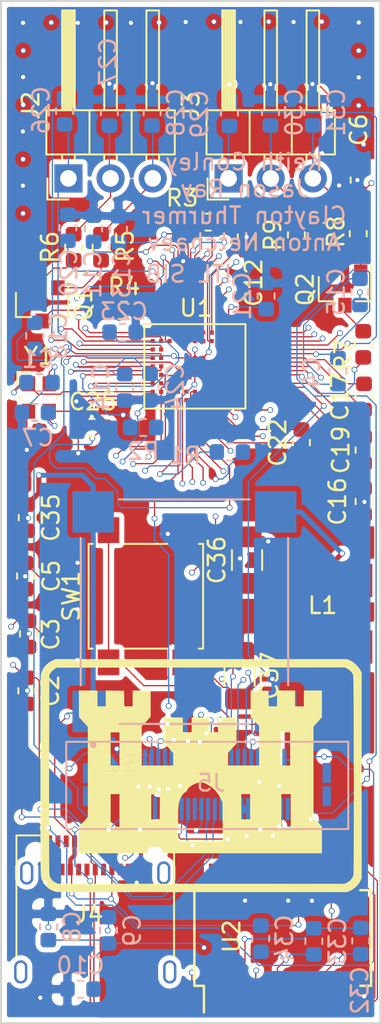
<source format=kicad_pcb>
(kicad_pcb (version 20171130) (host pcbnew "(5.1.9)-1")
  (layers (0 F.Cu signal) (1 In1.Cu signal) (2 In2.Cu signal) (31 B.Cu signal) (34 B.Paste user hide) (35 F.Paste user hide) (36 B.SilkS user) (37 F.SilkS user) (38 B.Mask user) (39 F.Mask user) (44 Edge.Cuts user))
  (net 0 "")
  (net 1 AGND)
  (net 2 /XTALI)
  (net 3 /VBIAS0)
  (net 4 /VZERO0)
  (net 5 /VBIAS1)
  (net 6 /VZERO1)
  (net 7 /AIN3)
  (net 8 /XTALO)
  (net 9 AVDD)
  (net 10 "Net-(C11-Pad1)")
  (net 11 "Net-(C12-Pad2)")
  (net 12 "Net-(C13-Pad1)")
  (net 13 "Net-(C14-Pad1)")
  (net 14 "Net-(C15-Pad1)")
  (net 15 "Net-(C16-Pad1)")
  (net 16 "Net-(C17-Pad2)")
  (net 17 "Net-(C17-Pad1)")
  (net 18 "Net-(C18-Pad2)")
  (net 19 "Net-(C18-Pad1)")
  (net 20 "Net-(C19-Pad2)")
  (net 21 "Net-(C19-Pad1)")
  (net 22 "Net-(C20-Pad2)")
  (net 23 "Net-(C21-Pad2)")
  (net 24 "Net-(C22-Pad2)")
  (net 25 "Net-(C22-Pad1)")
  (net 26 "Net-(C23-Pad1)")
  (net 27 "Net-(C24-Pad1)")
  (net 28 "Net-(C25-Pad1)")
  (net 29 /CAP_POT0)
  (net 30 /CE0)
  (net 31 /WE0)
  (net 32 /RE0)
  (net 33 /CAP_POT1)
  (net 34 /CE1)
  (net 35 /WE1)
  (net 36 /RE1)
  (net 37 "Net-(C32-Pad1)")
  (net 38 5VUSB)
  (net 39 "Net-(C36-Pad1)")
  (net 40 /UART_SOUT)
  (net 41 /~RESET)
  (net 42 /SWCLK)
  (net 43 /SWDIO)
  (net 44 /UART_SIN)
  (net 45 "Net-(J4-PadB8)")
  (net 46 /FTDI/USBD-)
  (net 47 /FTDI/USBD+)
  (net 48 "Net-(J4-PadB5)")
  (net 49 "Net-(J4-PadS1)")
  (net 50 "Net-(J4-PadA8)")
  (net 51 "Net-(J4-PadA5)")
  (net 52 "Net-(Q1-Pad3)")
  (net 53 "Net-(Q1-Pad2)")
  (net 54 "Net-(Q1-Pad1)")
  (net 55 "Net-(Q2-Pad3)")
  (net 56 "Net-(Q2-Pad2)")
  (net 57 "Net-(Q2-Pad1)")
  (net 58 "Net-(R3-Pad2)")
  (net 59 "Net-(R3-Pad1)")
  (net 60 "Net-(U1-PadE5)")
  (net 61 "Net-(U1-PadE10)")
  (net 62 "Net-(U2-Pad28)")
  (net 63 "Net-(U2-Pad27)")
  (net 64 "Net-(U2-Pad23)")
  (net 65 "Net-(U2-Pad22)")
  (net 66 /FTDI/3V3VOUT)
  (net 67 "Net-(U2-Pad14)")
  (net 68 "Net-(U2-Pad13)")
  (net 69 "Net-(U2-Pad12)")
  (net 70 "Net-(U2-Pad10)")
  (net 71 "Net-(U2-Pad9)")
  (net 72 "Net-(U2-Pad6)")
  (net 73 "Net-(U2-Pad3)")
  (net 74 "Net-(U2-Pad2)")
  (net 75 /AIN6)
  (net 76 /AIN5)
  (net 77 /AIN2)
  (net 78 /AIN1)
  (net 79 /AIN0)
  (net 80 /PWM1)
  (net 81 /PWM0)
  (net 82 /P1.5_SPI1_~CS)
  (net 83 /P1.4_SPI1_MISO)
  (net 84 /P1.3_SPI1_MOSI)
  (net 85 /P1.2_SPI1_CLK)
  (net 86 /P1.0)
  (net 87 /P1.1)
  (net 88 /P2.4)
  (net 89 /P0.5_I2C_SDA)
  (net 90 /P0.4_I2C_SCL)
  (net 91 /P0.3_SPI0_~CS)
  (net 92 /P0.0_SPI0_CLK)
  (net 93 /P0.1_SPI0_MOSI)
  (net 94 /P0.2_SPI0_~MISO)
  (module SIB_Generic:Molex_SlimStack_2039560503 (layer B.Cu) (at 134.3 126.8)
    (fp_text reference J5 (at 0.275 -0.025) (layer B.SilkS) (effects (justify mirror)))
    (fp_text value Conn_02x25_Odd_Even hide)
    (pad 49 smd rect (at 4.9 1.55) (size 0.25 1.35) (layers B.Cu B.Paste B.Mask) (net 34 /CE1))
    (pad 47 smd rect (at 4.5 1.55) (size 0.25 1.35) (layers B.Cu B.Paste B.Mask) (net 35 /WE1))
    (pad 45 smd rect (at 4.1 1.55) (size 0.25 1.35) (layers B.Cu B.Paste B.Mask) (net 36 /RE1))
    (pad 43 smd rect (at 3.7 1.55) (size 0.25 1.35) (layers B.Cu B.Paste B.Mask) (net 85 /P1.2_SPI1_CLK))
    (pad 41 smd rect (at 3.3 1.55) (size 0.25 1.35) (layers B.Cu B.Paste B.Mask) (net 1 AGND))
    (pad 39 smd rect (at 2.9 1.55) (size 0.25 1.35) (layers B.Cu B.Paste B.Mask) (net 1 AGND))
    (pad 37 smd rect (at 2.5 1.55) (size 0.25 1.35) (layers B.Cu B.Paste B.Mask) (net 1 AGND))
    (pad 35 smd rect (at 2.1 1.55) (size 0.25 1.35) (layers B.Cu B.Paste B.Mask) (net 1 AGND))
    (pad 33 smd rect (at 1.7 1.55) (size 0.25 1.35) (layers B.Cu B.Paste B.Mask) (net 1 AGND))
    (pad 31 smd rect (at 1.3 1.55) (size 0.25 1.35) (layers B.Cu B.Paste B.Mask) (net 1 AGND))
    (pad 29 smd rect (at 0.9 1.55) (size 0.25 1.35) (layers B.Cu B.Paste B.Mask) (net 1 AGND))
    (pad 27 smd rect (at 0.5 1.55) (size 0.25 1.35) (layers B.Cu B.Paste B.Mask) (net 3 /VBIAS0))
    (pad 25 smd rect (at 0.1 1.55) (size 0.25 1.35) (layers B.Cu B.Paste B.Mask) (net 4 /VZERO0))
    (pad 23 smd rect (at -0.3 1.55) (size 0.25 1.35) (layers B.Cu B.Paste B.Mask) (net 9 AVDD))
    (pad 21 smd rect (at -0.7 1.55) (size 0.25 1.35) (layers B.Cu B.Paste B.Mask) (net 9 AVDD))
    (pad 19 smd rect (at -1.1 1.55) (size 0.25 1.35) (layers B.Cu B.Paste B.Mask) (net 79 /AIN0))
    (pad 17 smd rect (at -1.5 1.55) (size 0.25 1.35) (layers B.Cu B.Paste B.Mask) (net 78 /AIN1))
    (pad 15 smd rect (at -1.9 1.55) (size 0.25 1.35) (layers B.Cu B.Paste B.Mask) (net 7 /AIN3))
    (pad 13 smd rect (at -2.3 1.55) (size 0.25 1.35) (layers B.Cu B.Paste B.Mask) (net 77 /AIN2))
    (pad 11 smd rect (at -2.7 1.55) (size 0.25 1.35) (layers B.Cu B.Paste B.Mask) (net 76 /AIN5))
    (pad 9 smd rect (at -3.1 1.55) (size 0.25 1.35) (layers B.Cu B.Paste B.Mask) (net 86 /P1.0))
    (pad 7 smd rect (at -3.5 1.55) (size 0.25 1.35) (layers B.Cu B.Paste B.Mask) (net 87 /P1.1))
    (pad 5 smd rect (at -3.9 1.55) (size 0.25 1.35) (layers B.Cu B.Paste B.Mask) (net 32 /RE0))
    (pad 3 smd rect (at -4.3 1.55) (size 0.25 1.35) (layers B.Cu B.Paste B.Mask) (net 31 /WE0))
    (pad 1 smd rect (at -4.7 1.55) (size 0.25 1.35) (layers B.Cu B.Paste B.Mask) (net 30 /CE0))
    (pad 50 smd rect (at 4.7 -1.4) (size 0.25 1.35) (layers B.Cu B.Paste B.Mask) (net 6 /VZERO1))
    (pad 48 smd rect (at 4.3 -1.4) (size 0.25 1.35) (layers B.Cu B.Paste B.Mask) (net 5 /VBIAS1))
    (pad 46 smd rect (at 3.9 -1.4) (size 0.25 1.35) (layers B.Cu B.Paste B.Mask) (net 81 /PWM0))
    (pad 44 smd rect (at 3.5 -1.4) (size 0.25 1.35) (layers B.Cu B.Paste B.Mask) (net 41 /~RESET))
    (pad 42 smd rect (at 3.1 -1.4) (size 0.25 1.35) (layers B.Cu B.Paste B.Mask) (net 80 /PWM1))
    (pad 40 smd rect (at 2.7 -1.4) (size 0.25 1.35) (layers B.Cu B.Paste B.Mask) (net 92 /P0.0_SPI0_CLK))
    (pad 38 smd rect (at 2.3 -1.4) (size 0.25 1.35) (layers B.Cu B.Paste B.Mask) (net 93 /P0.1_SPI0_MOSI))
    (pad 36 smd rect (at 1.9 -1.4) (size 0.25 1.35) (layers B.Cu B.Paste B.Mask) (net 94 /P0.2_SPI0_~MISO))
    (pad 34 smd rect (at 1.5 -1.4) (size 0.25 1.35) (layers B.Cu B.Paste B.Mask) (net 9 AVDD))
    (pad 32 smd rect (at 1.1 -1.4) (size 0.25 1.35) (layers B.Cu B.Paste B.Mask) (net 91 /P0.3_SPI0_~CS))
    (pad 30 smd rect (at 0.7 -1.4) (size 0.25 1.35) (layers B.Cu B.Paste B.Mask) (net 90 /P0.4_I2C_SCL))
    (pad 28 smd rect (at 0.3 -1.4) (size 0.25 1.35) (layers B.Cu B.Paste B.Mask) (net 89 /P0.5_I2C_SDA))
    (pad 26 smd rect (at -0.1 -1.4) (size 0.25 1.35) (layers B.Cu B.Paste B.Mask) (net 83 /P1.4_SPI1_MISO))
    (pad 24 smd rect (at -0.5 -1.4) (size 0.25 1.35) (layers B.Cu B.Paste B.Mask) (net 88 /P2.4))
    (pad 22 smd rect (at -0.9 -1.4) (size 0.25 1.35) (layers B.Cu B.Paste B.Mask) (net 43 /SWDIO))
    (pad 20 smd rect (at -1.3 -1.4) (size 0.25 1.35) (layers B.Cu B.Paste B.Mask) (net 40 /UART_SOUT))
    (pad 18 smd rect (at -1.7 -1.4) (size 0.25 1.35) (layers B.Cu B.Paste B.Mask) (net 42 /SWCLK))
    (pad 16 smd rect (at -2.1 -1.4) (size 0.25 1.35) (layers B.Cu B.Paste B.Mask) (net 44 /UART_SIN))
    (pad 14 smd rect (at -2.5 -1.4) (size 0.25 1.35) (layers B.Cu B.Paste B.Mask) (net 75 /AIN6))
    (pad 12 smd rect (at -2.9 -1.4) (size 0.25 1.35) (layers B.Cu B.Paste B.Mask) (net 82 /P1.5_SPI1_~CS))
    (pad 10 smd rect (at -3.3 -1.4) (size 0.25 1.35) (layers B.Cu B.Paste B.Mask) (net 84 /P1.3_SPI1_MOSI))
    (pad 8 smd rect (at -3.7 -1.4) (size 0.25 1.35) (layers B.Cu B.Paste B.Mask) (net 9 AVDD))
    (pad 6 smd rect (at -4.1 -1.4) (size 0.25 1.35) (layers B.Cu B.Paste B.Mask) (net 9 AVDD))
    (pad 4 smd rect (at -4.5 -1.4) (size 0.25 1.35) (layers B.Cu B.Paste B.Mask) (net 9 AVDD))
    (pad 2 smd rect (at -4.9 -1.4) (size 0.25 1.35) (layers B.Cu B.Paste B.Mask) (net 9 AVDD))
    (pad "" smd rect (at -7.2 0.775) (size 0.5 1.2) (layers B.Cu B.Paste B.Mask))
    (pad "" smd rect (at -7.2 -0.625) (size 0.5 1.2) (layers B.Cu B.Paste B.Mask))
    (pad "" smd rect (at 7.25 0.775) (size 0.5 1.2) (layers B.Cu B.Paste B.Mask))
    (pad "" smd rect (at 7.25 -0.625) (size 0.5 1.2) (layers B.Cu B.Paste B.Mask))
  )
  (module SIB_Generic:CorpsCastle (layer F.Cu) (at 133.985 126.365)
    (fp_text reference "" hide)
    (fp_text value "" hide)
  )
  (module SIB_Generic:CONV_VXO7803-500-M (layer B.Cu) (at 132.975 116.475)
    (fp_text reference PS1 (at -3.325 9.135) (layer B.SilkS) (effects (font (thickness 0.015)) (justify mirror)))
    (fp_text value VXO7803-500-M)
    (pad 4 smd rect (at -5.5 -6) (size 2.5 2.5) (layers B.Cu B.Paste B.Mask) (net 38 5VUSB))
    (pad 3 smd rect (at 5.5 -6) (size 2.5 2.5) (layers B.Cu B.Paste B.Mask) (net 39 "Net-(C36-Pad1)"))
    (pad 2 smd rect (at 5.5 6) (size 2.5 2.5) (layers B.Cu B.Paste B.Mask) (net 1 AGND))
    (pad 1 smd rect (at -5.5 6) (size 2.5 2.5) (layers B.Cu B.Paste B.Mask) (net 38 5VUSB))
  )
  (module Connector_USB:USB_C_Receptacle_Amphenol_12401610E4-2A (layer F.Cu) (at 127.6 135.3)
    (fp_text reference J4 (at -0.37 -0.61) (layer F.SilkS))
    (fp_text value USB_C_Receptacle_USB2.0 hide)
    (pad B12 smd rect (at -3 -3.32) (size 0.3 0.7) (layers F.Cu F.Paste F.Mask) (net 1 AGND))
    (pad B11 smd rect (at -2.5 -3.32) (size 0.3 0.7) (layers F.Cu F.Paste F.Mask))
    (pad B10 smd rect (at -2 -3.32) (size 0.3 0.7) (layers F.Cu F.Paste F.Mask))
    (pad B9 smd rect (at -1.5 -3.32) (size 0.3 0.7) (layers F.Cu F.Paste F.Mask) (net 38 5VUSB))
    (pad B8 smd rect (at -1 -3.32) (size 0.3 0.7) (layers F.Cu F.Paste F.Mask) (net 45 "Net-(J4-PadB8)"))
    (pad B7 smd rect (at -0.5 -3.32) (size 0.3 0.7) (layers F.Cu F.Paste F.Mask) (net 46 /FTDI/USBD-))
    (pad B6 smd rect (at 0 -3.32) (size 0.3 0.7) (layers F.Cu F.Paste F.Mask) (net 47 /FTDI/USBD+))
    (pad B5 smd rect (at 0.5 -3.32) (size 0.3 0.7) (layers F.Cu F.Paste F.Mask) (net 48 "Net-(J4-PadB5)"))
    (pad B4 smd rect (at 1 -3.32) (size 0.3 0.7) (layers F.Cu F.Paste F.Mask) (net 38 5VUSB))
    (pad B3 smd rect (at 1.5 -3.32) (size 0.3 0.7) (layers F.Cu F.Paste F.Mask))
    (pad B2 smd rect (at 2 -3.32) (size 0.3 0.7) (layers F.Cu F.Paste F.Mask))
    (pad "" np_thru_hole circle (at -3.6 -4.36) (size 0.65 0.65) (drill 0.65) (layers *.Cu *.Mask))
    (pad "" np_thru_hole oval (at 3.6 -4.36) (size 0.95 0.65) (drill oval 0.95 0.65) (layers *.Cu *.Mask))
    (pad S1 thru_hole oval (at -4.49 2.84) (size 0.8 1.4) (drill oval 0.5 1.1) (layers *.Cu *.Mask) (net 49 "Net-(J4-PadS1)"))
    (pad S1 thru_hole oval (at 4.49 2.84) (size 0.8 1.4) (drill oval 0.5 1.1) (layers *.Cu *.Mask) (net 49 "Net-(J4-PadS1)"))
    (pad S1 thru_hole oval (at 4.13 -3.11) (size 0.8 1.4) (drill oval 0.5 1.1) (layers *.Cu *.Mask) (net 49 "Net-(J4-PadS1)"))
    (pad B1 smd rect (at 2.5 -3.32) (size 0.3 0.7) (layers F.Cu F.Paste F.Mask) (net 1 AGND))
    (pad A11 smd rect (at 2.25 -5.02) (size 0.3 0.7) (layers F.Cu F.Paste F.Mask))
    (pad A8 smd rect (at 0.75 -5.02) (size 0.3 0.7) (layers F.Cu F.Paste F.Mask) (net 50 "Net-(J4-PadA8)"))
    (pad A9 smd rect (at 1.25 -5.02) (size 0.3 0.7) (layers F.Cu F.Paste F.Mask) (net 38 5VUSB))
    (pad A10 smd rect (at 1.75 -5.02) (size 0.3 0.7) (layers F.Cu F.Paste F.Mask))
    (pad A12 smd rect (at 2.75 -5.02) (size 0.3 0.7) (layers F.Cu F.Paste F.Mask) (net 1 AGND))
    (pad A7 smd rect (at 0.25 -5.02) (size 0.3 0.7) (layers F.Cu F.Paste F.Mask) (net 46 /FTDI/USBD-))
    (pad A6 smd rect (at -0.25 -5.02) (size 0.3 0.7) (layers F.Cu F.Paste F.Mask) (net 47 /FTDI/USBD+))
    (pad A5 smd rect (at -0.75 -5.02) (size 0.3 0.7) (layers F.Cu F.Paste F.Mask) (net 51 "Net-(J4-PadA5)"))
    (pad A4 smd rect (at -1.25 -5.02) (size 0.3 0.7) (layers F.Cu F.Paste F.Mask) (net 38 5VUSB))
    (pad A3 smd rect (at -1.75 -5.02) (size 0.3 0.7) (layers F.Cu F.Paste F.Mask))
    (pad A2 smd rect (at -2.25 -5.02) (size 0.3 0.7) (layers F.Cu F.Paste F.Mask))
    (pad A1 smd rect (at -2.75 -5.02) (size 0.3 0.7) (layers F.Cu F.Paste F.Mask) (net 1 AGND))
    (pad S1 thru_hole oval (at -4.13 -3.11) (size 0.8 1.4) (drill oval 0.5 1.1) (layers *.Cu *.Mask) (net 49 "Net-(J4-PadS1)"))
  )
  (module Package_SO:SSOP-28_5.3x10.2mm_P0.65mm (layer F.Cu) (at 138.9 136.1 90)
    (fp_text reference U2 (at 0.1 -3.075 270) (layer F.SilkS))
    (fp_text value FT232RL)
    (pad 28 smd rect (at 3.6 -4.225 90) (size 1.75 0.45) (layers F.Cu F.Paste F.Mask) (net 62 "Net-(U2-Pad28)"))
    (pad 27 smd rect (at 3.6 -3.575 90) (size 1.75 0.45) (layers F.Cu F.Paste F.Mask) (net 63 "Net-(U2-Pad27)"))
    (pad 26 smd rect (at 3.6 -2.925 90) (size 1.75 0.45) (layers F.Cu F.Paste F.Mask) (net 1 AGND))
    (pad 25 smd rect (at 3.6 -2.275 90) (size 1.75 0.45) (layers F.Cu F.Paste F.Mask) (net 1 AGND))
    (pad 24 smd rect (at 3.6 -1.625 90) (size 1.75 0.45) (layers F.Cu F.Paste F.Mask))
    (pad 23 smd rect (at 3.6 -0.975 90) (size 1.75 0.45) (layers F.Cu F.Paste F.Mask) (net 64 "Net-(U2-Pad23)"))
    (pad 22 smd rect (at 3.6 -0.325 90) (size 1.75 0.45) (layers F.Cu F.Paste F.Mask) (net 65 "Net-(U2-Pad22)"))
    (pad 21 smd rect (at 3.6 0.325 90) (size 1.75 0.45) (layers F.Cu F.Paste F.Mask) (net 1 AGND))
    (pad 20 smd rect (at 3.6 0.975 90) (size 1.75 0.45) (layers F.Cu F.Paste F.Mask) (net 38 5VUSB))
    (pad 19 smd rect (at 3.6 1.625 90) (size 1.75 0.45) (layers F.Cu F.Paste F.Mask) (net 66 /FTDI/3V3VOUT))
    (pad 18 smd rect (at 3.6 2.275 90) (size 1.75 0.45) (layers F.Cu F.Paste F.Mask) (net 1 AGND))
    (pad 17 smd rect (at 3.6 2.925 90) (size 1.75 0.45) (layers F.Cu F.Paste F.Mask) (net 37 "Net-(C32-Pad1)"))
    (pad 16 smd rect (at 3.6 3.575 90) (size 1.75 0.45) (layers F.Cu F.Paste F.Mask) (net 46 /FTDI/USBD-))
    (pad 15 smd rect (at 3.6 4.225 90) (size 1.75 0.45) (layers F.Cu F.Paste F.Mask) (net 47 /FTDI/USBD+))
    (pad 14 smd rect (at -3.6 4.225 90) (size 1.75 0.45) (layers F.Cu F.Paste F.Mask) (net 67 "Net-(U2-Pad14)"))
    (pad 13 smd rect (at -3.6 3.575 90) (size 1.75 0.45) (layers F.Cu F.Paste F.Mask) (net 68 "Net-(U2-Pad13)"))
    (pad 12 smd rect (at -3.6 2.925 90) (size 1.75 0.45) (layers F.Cu F.Paste F.Mask) (net 69 "Net-(U2-Pad12)"))
    (pad 11 smd rect (at -3.6 2.275 90) (size 1.75 0.45) (layers F.Cu F.Paste F.Mask) (net 1 AGND))
    (pad 10 smd rect (at -3.6 1.625 90) (size 1.75 0.45) (layers F.Cu F.Paste F.Mask) (net 70 "Net-(U2-Pad10)"))
    (pad 9 smd rect (at -3.6 0.975 90) (size 1.75 0.45) (layers F.Cu F.Paste F.Mask) (net 71 "Net-(U2-Pad9)"))
    (pad 8 smd rect (at -3.6 0.325 90) (size 1.75 0.45) (layers F.Cu F.Paste F.Mask))
    (pad 7 smd rect (at -3.6 -0.325 90) (size 1.75 0.45) (layers F.Cu F.Paste F.Mask) (net 1 AGND))
    (pad 6 smd rect (at -3.6 -0.975 90) (size 1.75 0.45) (layers F.Cu F.Paste F.Mask) (net 72 "Net-(U2-Pad6)"))
    (pad 5 smd rect (at -3.6 -1.625 90) (size 1.75 0.45) (layers F.Cu F.Paste F.Mask) (net 40 /UART_SOUT))
    (pad 4 smd rect (at -3.6 -2.275 90) (size 1.75 0.45) (layers F.Cu F.Paste F.Mask) (net 37 "Net-(C32-Pad1)"))
    (pad 3 smd rect (at -3.6 -2.925 90) (size 1.75 0.45) (layers F.Cu F.Paste F.Mask) (net 73 "Net-(U2-Pad3)"))
    (pad 2 smd rect (at -3.6 -3.575 90) (size 1.75 0.45) (layers F.Cu F.Paste F.Mask) (net 74 "Net-(U2-Pad2)"))
    (pad 1 smd rect (at -3.6 -4.225 90) (size 1.75 0.45) (layers F.Cu F.Paste F.Mask) (net 44 /UART_SIN))
  )
  (module SIB_Generic:aducm355 (layer F.Cu) (at 134.62 102.235)
    (fp_text reference U1 (at -0.9398 -4.0132) (layer F.SilkS))
    (fp_text value aducm_355 hide)
    (pad E5 smd rect (at -1.524 -0.508) (size 0.25 0.25) (layers F.Cu F.Paste F.Mask) (net 60 "Net-(U1-PadE5)"))
    (pad E7 smd rect (at -0.508 -0.508 90) (size 0.25 0.25) (layers F.Cu F.Paste F.Mask) (net 85 /P1.2_SPI1_CLK))
    (pad F6 smd rect (at -1.016 0) (size 0.25 0.25) (layers F.Cu F.Paste F.Mask) (net 83 /P1.4_SPI1_MISO))
    (pad F5 smd rect (at -1.524 0) (size 0.25 0.25) (layers F.Cu F.Paste F.Mask) (net 86 /P1.0))
    (pad F7 smd rect (at -0.508 0) (size 0.25 0.25) (layers F.Cu F.Paste F.Mask) (net 1 AGND))
    (pad D6 smd rect (at -1.016 -1.016) (size 0.25 0.25) (layers F.Cu F.Paste F.Mask) (net 82 /P1.5_SPI1_~CS))
    (pad D5 smd rect (at -1.524 -1.016) (size 0.25 0.25) (layers F.Cu F.Paste F.Mask) (net 87 /P1.1))
    (pad D7 smd rect (at -0.508 -1.016) (size 0.25 0.25) (layers F.Cu F.Paste F.Mask) (net 84 /P1.3_SPI1_MOSI))
    (pad F10 smd rect (at 1.016 0 90) (size 0.25 0.25) (layers F.Cu F.Paste F.Mask) (net 1 AGND))
    (pad C10 smd rect (at 1.016 -1.524 90) (size 0.25 0.25) (layers F.Cu F.Paste F.Mask) (net 5 /VBIAS1))
    (pad E10 smd rect (at 1.016 -0.508 90) (size 0.25 0.25) (layers F.Cu F.Paste F.Mask) (net 61 "Net-(U1-PadE10)"))
    (pad G10 smd rect (at 1.016 0.508 90) (size 0.25 0.25) (layers F.Cu F.Paste F.Mask) (net 81 /PWM0))
    (pad D10 smd rect (at 1.016 -1.016 90) (size 0.25 0.25) (layers F.Cu F.Paste F.Mask) (net 16 "Net-(C17-Pad2)"))
    (pad C11 smd rect (at 1.524 -1.524 90) (size 0.25 0.25) (layers F.Cu F.Paste F.Mask) (net 33 /CAP_POT1))
    (pad F11 smd rect (at 1.524 0 90) (size 0.25 0.25) (layers F.Cu F.Paste F.Mask) (net 9 AVDD))
    (pad G11 smd rect (at 1.524 0.508 90) (size 0.25 0.25) (layers F.Cu F.Paste F.Mask) (net 20 "Net-(C19-Pad2)"))
    (pad D11 smd rect (at 1.524 -1.016 90) (size 0.25 0.25) (layers F.Cu F.Paste F.Mask) (net 17 "Net-(C17-Pad1)"))
    (pad E11 smd rect (at 1.524 -0.508 90) (size 0.25 0.25) (layers F.Cu F.Paste F.Mask) (net 14 "Net-(C15-Pad1)"))
    (pad D2 smd rect (at -3.048 -1.016 90) (size 0.25 0.25) (layers F.Cu F.Paste F.Mask) (net 18 "Net-(C18-Pad2)"))
    (pad G2 smd rect (at -3.048 0.508 90) (size 0.25 0.25) (layers F.Cu F.Paste F.Mask) (net 9 AVDD))
    (pad C2 smd rect (at -3.048 -1.524 90) (size 0.25 0.25) (layers F.Cu F.Paste F.Mask) (net 3 /VBIAS0))
    (pad E2 smd rect (at -3.048 -0.508 90) (size 0.25 0.25) (layers F.Cu F.Paste F.Mask) (net 13 "Net-(C14-Pad1)"))
    (pad F2 smd rect (at -3.048 0 90) (size 0.25 0.25) (layers F.Cu F.Paste F.Mask) (net 1 AGND))
    (pad E1 smd rect (at -3.556 -0.508 90) (size 0.25 0.25) (layers F.Cu F.Paste F.Mask) (net 27 "Net-(C24-Pad1)"))
    (pad C1 smd rect (at -3.556 -1.524 90) (size 0.25 0.25) (layers F.Cu F.Paste F.Mask) (net 29 /CAP_POT0))
    (pad D1 smd rect (at -3.556 -1.016 90) (size 0.25 0.25) (layers F.Cu F.Paste F.Mask) (net 19 "Net-(C18-Pad1)"))
    (pad G1 smd rect (at -3.556 0.508 90) (size 0.25 0.25) (layers F.Cu F.Paste F.Mask) (net 26 "Net-(C23-Pad1)"))
    (pad F1 smd rect (at -3.556 0 90) (size 0.25 0.25) (layers F.Cu F.Paste F.Mask) (net 9 AVDD))
    (pad J8 smd rect (at 0 1.524) (size 0.25 0.25) (layers F.Cu F.Paste F.Mask) (net 25 "Net-(C22-Pad1)"))
    (pad J3 smd rect (at -2.54 1.524) (size 0.25 0.25) (layers F.Cu F.Paste F.Mask) (net 40 /UART_SOUT))
    (pad J5 smd rect (at -1.524 1.524) (size 0.25 0.25) (layers F.Cu F.Paste F.Mask) (net 90 /P0.4_I2C_SCL))
    (pad J7 smd rect (at -0.508 1.524) (size 0.25 0.25) (layers F.Cu F.Paste F.Mask) (net 28 "Net-(C25-Pad1)"))
    (pad J9 smd rect (at 0.508 1.524) (size 0.25 0.25) (layers F.Cu F.Paste F.Mask) (net 24 "Net-(C22-Pad2)"))
    (pad J4 smd rect (at -2.032 1.524) (size 0.25 0.25) (layers F.Cu F.Paste F.Mask) (net 88 /P2.4))
    (pad J6 smd rect (at -1.016 1.524) (size 0.25 0.25) (layers F.Cu F.Paste F.Mask) (net 9 AVDD))
    (pad J1 smd rect (at -3.556 1.524) (size 0.25 0.25) (layers F.Cu F.Paste F.Mask) (net 8 /XTALO))
    (pad J10 smd rect (at 1.016 1.524) (size 0.25 0.25) (layers F.Cu F.Paste F.Mask) (net 41 /~RESET))
    (pad J11 smd rect (at 1.524 1.524) (size 0.25 0.25) (layers F.Cu F.Paste F.Mask) (net 15 "Net-(C16-Pad1)"))
    (pad J2 smd rect (at -3.048 1.524) (size 0.25 0.25) (layers F.Cu F.Paste F.Mask) (net 44 /UART_SIN))
    (pad H6 smd rect (at -1.016 1.016) (size 0.25 0.25) (layers F.Cu F.Paste F.Mask) (net 91 /P0.3_SPI0_~CS))
    (pad H5 smd rect (at -1.524 1.016) (size 0.25 0.25) (layers F.Cu F.Paste F.Mask) (net 89 /P0.5_I2C_SDA))
    (pad H8 smd rect (at 0 1.016) (size 0.25 0.25) (layers F.Cu F.Paste F.Mask) (net 93 /P0.1_SPI0_MOSI))
    (pad H7 smd rect (at -0.508 1.016) (size 0.25 0.25) (layers F.Cu F.Paste F.Mask) (net 94 /P0.2_SPI0_~MISO))
    (pad H1 smd rect (at -3.556 1.016) (size 0.25 0.25) (layers F.Cu F.Paste F.Mask) (net 2 /XTALI))
    (pad H2 smd rect (at -3.048 1.016) (size 0.25 0.25) (layers F.Cu F.Paste F.Mask) (net 1 AGND))
    (pad H9 smd rect (at 0.508 1.016) (size 0.25 0.25) (layers F.Cu F.Paste F.Mask) (net 92 /P0.0_SPI0_CLK))
    (pad H4 smd rect (at -2.032 1.016) (size 0.25 0.25) (layers F.Cu F.Paste F.Mask) (net 43 /SWDIO))
    (pad H11 smd rect (at 1.524 1.016) (size 0.25 0.25) (layers F.Cu F.Paste F.Mask) (net 21 "Net-(C19-Pad1)"))
    (pad H3 smd rect (at -2.54 1.016) (size 0.25 0.25) (layers F.Cu F.Paste F.Mask) (net 42 /SWCLK))
    (pad H10 smd rect (at 1.016 1.016) (size 0.25 0.25) (layers F.Cu F.Paste F.Mask) (net 80 /PWM1))
    (pad B6 smd rect (at -1.016 -2.032) (size 0.25 0.25) (layers F.Cu F.Paste F.Mask) (net 77 /AIN2))
    (pad B5 smd rect (at -1.524 -2.032) (size 0.25 0.25) (layers F.Cu F.Paste F.Mask) (net 1 AGND))
    (pad B8 smd rect (at 0 -2.032) (size 0.25 0.25) (layers F.Cu F.Paste F.Mask) (net 78 /AIN1))
    (pad B7 smd rect (at -0.508 -2.032) (size 0.25 0.25) (layers F.Cu F.Paste F.Mask) (net 7 /AIN3))
    (pad B1 smd rect (at -3.556 -2.032) (size 0.25 0.25) (layers F.Cu F.Paste F.Mask) (net 30 /CE0))
    (pad B2 smd rect (at -3.048 -2.032) (size 0.25 0.25) (layers F.Cu F.Paste F.Mask) (net 4 /VZERO0))
    (pad B9 smd rect (at 0.508 -2.032) (size 0.25 0.25) (layers F.Cu F.Paste F.Mask) (net 79 /AIN0))
    (pad B4 smd rect (at -2.032 -2.032) (size 0.25 0.25) (layers F.Cu F.Paste F.Mask) (net 76 /AIN5))
    (pad B11 smd rect (at 1.524 -2.032) (size 0.25 0.25) (layers F.Cu F.Paste F.Mask) (net 34 /CE1))
    (pad B3 smd rect (at -2.54 -2.032) (size 0.25 0.25) (layers F.Cu F.Paste F.Mask) (net 75 /AIN6))
    (pad B10 smd rect (at 1.016 -2.032) (size 0.25 0.25) (layers F.Cu F.Paste F.Mask) (net 6 /VZERO1))
    (pad A9 smd rect (at 0.508 -2.54) (size 0.25 0.25) (layers F.Cu F.Paste F.Mask) (net 35 /WE1))
    (pad A11 smd rect (at 1.524 -2.54) (size 0.25 0.25) (layers F.Cu F.Paste F.Mask) (net 36 /RE1))
    (pad A10 smd rect (at 1.016 -2.54) (size 0.25 0.25) (layers F.Cu F.Paste F.Mask) (net 23 "Net-(C21-Pad2)"))
    (pad A5 smd rect (at -1.524 -2.54) (size 0.25 0.25) (layers F.Cu F.Paste F.Mask) (net 12 "Net-(C13-Pad1)"))
    (pad A6 smd rect (at -1.016 -2.54) (size 0.25 0.25) (layers F.Cu F.Paste F.Mask) (net 58 "Net-(R3-Pad2)"))
    (pad A8 smd rect (at 0 -2.54) (size 0.25 0.25) (layers F.Cu F.Paste F.Mask) (net 11 "Net-(C12-Pad2)"))
    (pad A7 smd rect (at -0.508 -2.54) (size 0.25 0.25) (layers F.Cu F.Paste F.Mask) (net 59 "Net-(R3-Pad1)"))
    (pad A4 smd rect (at -2.032 -2.54) (size 0.25 0.25) (layers F.Cu F.Paste F.Mask) (net 10 "Net-(C11-Pad1)"))
    (pad A3 smd rect (at -2.54 -2.54) (size 0.25 0.25) (layers F.Cu F.Paste F.Mask) (net 31 /WE0))
    (pad A2 smd rect (at -3.048 -2.54) (size 0.25 0.25) (layers F.Cu F.Paste F.Mask) (net 22 "Net-(C20-Pad2)"))
    (pad A1 smd rect (at -3.556 -2.54) (size 0.25 0.25) (layers F.Cu F.Paste F.Mask) (net 32 /RE0))
  )
  (module Crystal:Crystal_SMD_Abracon_ABM10-4Pin_2.5x2.0mm (layer F.Cu) (at 124.2 103.6)
    (fp_text reference Y1 (at 0 -2.5) (layer F.SilkS))
    (fp_text value 32MHz)
    (pad 4 smd rect (at 0.625 -0.825) (size 0.8 0.9) (layers F.Cu F.Paste F.Mask) (net 1 AGND))
    (pad 2 smd rect (at -0.625 0.825) (size 0.8 0.9) (layers F.Cu F.Paste F.Mask) (net 1 AGND))
    (pad 3 smd rect (at 0.625 0.825) (size 0.8 0.9) (layers F.Cu F.Paste F.Mask) (net 8 /XTALO))
    (pad 1 smd rect (at -0.625 -0.825) (size 0.8 0.9) (layers F.Cu F.Paste F.Mask) (net 2 /XTALI))
  )
  (module Button_Switch_SMD:SW_SPST_B3S-1000 (layer F.Cu) (at 130.65 115.55 90)
    (fp_text reference SW1 (at 0 -4.5 90) (layer F.SilkS))
    (fp_text value SW_Push)
    (pad 2 smd rect (at 3.975 2.25 90) (size 1.55 1.3) (layers F.Cu F.Paste F.Mask) (net 1 AGND))
    (pad 2 smd rect (at -3.975 2.25 90) (size 1.55 1.3) (layers F.Cu F.Paste F.Mask) (net 1 AGND))
    (pad 1 smd rect (at 3.975 -2.25 90) (size 1.55 1.3) (layers F.Cu F.Paste F.Mask) (net 41 /~RESET))
    (pad 1 smd rect (at -3.975 -2.25 90) (size 1.55 1.3) (layers F.Cu F.Paste F.Mask) (net 41 /~RESET))
  )
  (module Resistor_SMD:R_0603_1608Metric (layer F.Cu) (at 139.725 93.825 90)
    (fp_text reference R9 (at 0 -1.43 90) (layer F.SilkS))
    (fp_text value 0)
    (pad 2 smd roundrect (at 0.7875 0 90) (size 0.875 0.95) (layers F.Cu F.Paste F.Mask) (net 35 /WE1))
    (pad 1 smd roundrect (at -0.7875 0 90) (size 0.875 0.95) (layers F.Cu F.Paste F.Mask) (net 56 "Net-(Q2-Pad2)"))
  )
  (module Resistor_SMD:R_0603_1608Metric (layer F.Cu) (at 143.45 93.75 90)
    (fp_text reference R8 (at 0.1125 -1.35 90) (layer F.SilkS))
    (fp_text value 0)
    (pad 2 smd roundrect (at 0.7875 0 90) (size 0.875 0.95) (layers F.Cu F.Paste F.Mask) (net 36 /RE1))
    (pad 1 smd roundrect (at -0.7875 0 90) (size 0.875 0.95) (layers F.Cu F.Paste F.Mask) (net 57 "Net-(Q2-Pad1)"))
  )
  (module Resistor_SMD:R_0603_1608Metric (layer F.Cu) (at 143.75 100.4 270)
    (fp_text reference R7 (at 0.6375 1.2 90) (layer F.SilkS))
    (fp_text value 150k)
    (pad 2 smd roundrect (at 0.7875 0 270) (size 0.875 0.95) (layers F.Cu F.Paste F.Mask) (net 9 AVDD))
    (pad 1 smd roundrect (at -0.7875 0 270) (size 0.875 0.95) (layers F.Cu F.Paste F.Mask) (net 55 "Net-(Q2-Pad3)"))
  )
  (module Resistor_SMD:R_0603_1608Metric (layer F.Cu) (at 126.3 94.5625 90)
    (fp_text reference R6 (at 0 -1.43 90) (layer F.SilkS))
    (fp_text value 0)
    (pad 2 smd roundrect (at 0.7875 0 90) (size 0.875 0.95) (layers F.Cu F.Paste F.Mask) (net 31 /WE0))
    (pad 1 smd roundrect (at -0.7875 0 90) (size 0.875 0.95) (layers F.Cu F.Paste F.Mask) (net 53 "Net-(Q1-Pad2)"))
  )
  (module Resistor_SMD:R_0603_1608Metric (layer F.Cu) (at 127.95 94.5625 90)
    (fp_text reference R5 (at 0.0625 1.45 90) (layer F.SilkS))
    (fp_text value 0)
    (pad 2 smd roundrect (at 0.7875 0 90) (size 0.875 0.95) (layers F.Cu F.Paste F.Mask) (net 32 /RE0))
    (pad 1 smd roundrect (at -0.7875 0 90) (size 0.875 0.95) (layers F.Cu F.Paste F.Mask) (net 54 "Net-(Q1-Pad1)"))
  )
  (module Resistor_SMD:R_0603_1608Metric (layer F.Cu) (at 129.3375 98.35)
    (fp_text reference R4 (at 0 -1.43) (layer F.SilkS))
    (fp_text value 150k)
    (pad 2 smd roundrect (at 0.7875 0) (size 0.875 0.95) (layers F.Cu F.Paste F.Mask) (net 9 AVDD))
    (pad 1 smd roundrect (at -0.7875 0) (size 0.875 0.95) (layers F.Cu F.Paste F.Mask) (net 52 "Net-(Q1-Pad3)"))
  )
  (module Resistor_SMD:R_0603_1608Metric (layer F.Cu) (at 134.4 93.05 180)
    (fp_text reference R3 (at 1.5625 1.45) (layer F.SilkS))
    (fp_text value 200)
    (pad 2 smd roundrect (at 0.7875 0 180) (size 0.875 0.95) (layers F.Cu F.Paste F.Mask) (net 58 "Net-(R3-Pad2)"))
    (pad 1 smd roundrect (at -0.7875 0 180) (size 0.875 0.95) (layers F.Cu F.Paste F.Mask) (net 59 "Net-(R3-Pad1)"))
  )
  (module Resistor_SMD:R_0603_1608Metric (layer B.Cu) (at 130.4875 105.4)
    (fp_text reference R2 (at 0 1.43) (layer B.SilkS) (effects (justify mirror)))
    (fp_text value 100k)
    (pad 1 smd roundrect (at -0.7875 0) (size 0.875 0.95) (layers B.Cu B.Paste B.Mask) (net 9 AVDD))
    (pad 2 smd roundrect (at 0.7875 0) (size 0.875 0.95) (layers B.Cu B.Paste B.Mask) (net 42 /SWCLK))
  )
  (module Resistor_SMD:R_0603_1608Metric (layer B.Cu) (at 135.7125 106.875 180)
    (fp_text reference R1 (at 2.7125 -0.225) (layer B.SilkS) (effects (justify mirror)))
    (fp_text value 100k)
    (pad 2 smd roundrect (at 0.7875 0 180) (size 0.875 0.95) (layers B.Cu B.Paste B.Mask) (net 43 /SWDIO))
    (pad 1 smd roundrect (at -0.7875 0 180) (size 0.875 0.95) (layers B.Cu B.Paste B.Mask) (net 9 AVDD))
  )
  (module Package_TO_SOT_SMD:SOT-23 (layer F.Cu) (at 142.65 97.05 270)
    (fp_text reference Q2 (at 0.05 2.4 90) (layer F.SilkS))
    (fp_text value Q_PMOS_DSG)
    (pad 3 smd rect (at 1 0 270) (size 0.9 0.8) (layers F.Cu F.Paste F.Mask) (net 55 "Net-(Q2-Pad3)"))
    (pad 2 smd rect (at -1 0.95 270) (size 0.9 0.8) (layers F.Cu F.Paste F.Mask) (net 56 "Net-(Q2-Pad2)"))
    (pad 1 smd rect (at -1 -0.95 270) (size 0.9 0.8) (layers F.Cu F.Paste F.Mask) (net 57 "Net-(Q2-Pad1)"))
  )
  (module Package_TO_SOT_SMD:SOT-23 (layer F.Cu) (at 124.4 98 270)
    (fp_text reference Q1 (at 0 -2.5 90) (layer F.SilkS))
    (fp_text value Q_PMOS_DSG)
    (pad 3 smd rect (at 1 0 270) (size 0.9 0.8) (layers F.Cu F.Paste F.Mask) (net 52 "Net-(Q1-Pad3)"))
    (pad 2 smd rect (at -1 0.95 270) (size 0.9 0.8) (layers F.Cu F.Paste F.Mask) (net 53 "Net-(Q1-Pad2)"))
    (pad 1 smd rect (at -1 -0.95 270) (size 0.9 0.8) (layers F.Cu F.Paste F.Mask) (net 54 "Net-(Q1-Pad1)"))
  )
  (module SIB_Generic:PA4318 (layer F.Cu) (at 141.3 116.6 180)
    (fp_text reference L1 (at 0 0.5) (layer F.SilkS))
    (fp_text value "10-47uH .5A")
    (pad 1 smd rect (at 0 -2 180) (size 6 2) (layers F.Cu F.Paste F.Mask) (net 9 AVDD))
    (pad 2 smd rect (at 0 2 180) (size 6 2) (layers F.Cu F.Paste F.Mask) (net 39 "Net-(C36-Pad1)"))
  )
  (module Connector_PinHeader_2.54mm:PinHeader_1x03_P2.54mm_Horizontal (layer F.Cu) (at 135.636 90.424 90)
    (fp_text reference J3 (at 4.385 -2.27 90) (layer F.SilkS))
    (fp_text value EC_Sensor_Input_3_Pin)
    (pad 3 thru_hole oval (at 0 5.08 90) (size 1.7 1.7) (drill 1) (layers *.Cu *.Mask) (net 36 /RE1))
    (pad 2 thru_hole oval (at 0 2.54 90) (size 1.7 1.7) (drill 1) (layers *.Cu *.Mask) (net 35 /WE1))
    (pad 1 thru_hole rect (at 0 0 90) (size 1.7 1.7) (drill 1) (layers *.Cu *.Mask) (net 34 /CE1))
  )
  (module Connector_PinHeader_2.54mm:PinHeader_1x03_P2.54mm_Horizontal (layer F.Cu) (at 125.984 90.424 90)
    (fp_text reference J2 (at 4.385 -2.27 90) (layer F.SilkS))
    (fp_text value EC_Sensor_Input_3_Pin)
    (pad 3 thru_hole oval (at 0 5.08 90) (size 1.7 1.7) (drill 1) (layers *.Cu *.Mask) (net 32 /RE0))
    (pad 2 thru_hole oval (at 0 2.54 90) (size 1.7 1.7) (drill 1) (layers *.Cu *.Mask) (net 31 /WE0))
    (pad 1 thru_hole rect (at 0 0 90) (size 1.7 1.7) (drill 1) (layers *.Cu *.Mask) (net 30 /CE0))
  )
  (module Capacitor_SMD:C_1206_3216Metric (layer F.Cu) (at 136.3 120.325 270)
    (fp_text reference C37 (at 0 -1.82 90) (layer F.SilkS))
    (fp_text value "22uf 10V")
    (pad 2 smd roundrect (at 1.4 0 270) (size 1.25 1.75) (layers F.Cu F.Paste F.Mask) (roundrect_rratio 0.2) (net 1 AGND))
    (pad 1 smd roundrect (at -1.4 0 270) (size 1.25 1.75) (layers F.Cu F.Paste F.Mask) (roundrect_rratio 0.2) (net 9 AVDD))
  )
  (module Capacitor_SMD:C_1206_3216Metric (layer F.Cu) (at 136.75 113.375 90)
    (fp_text reference C36 (at 0 -1.82 90) (layer F.SilkS))
    (fp_text value "22uf 10V")
    (pad 2 smd roundrect (at 1.4 0 90) (size 1.25 1.75) (layers F.Cu F.Paste F.Mask) (roundrect_rratio 0.2) (net 1 AGND))
    (pad 1 smd roundrect (at -1.4 0 90) (size 1.25 1.75) (layers F.Cu F.Paste F.Mask) (roundrect_rratio 0.2) (net 39 "Net-(C36-Pad1)"))
  )
  (module Capacitor_SMD:C_0603_1608Metric (layer F.Cu) (at 123.5 110.825 270)
    (fp_text reference C35 (at 0 -1.43 90) (layer F.SilkS))
    (fp_text value "10uf 50V")
    (pad 2 smd roundrect (at 0.7875 0 270) (size 0.875 0.95) (layers F.Cu F.Paste F.Mask) (net 1 AGND))
    (pad 1 smd roundrect (at -0.7875 0 270) (size 0.875 0.95) (layers F.Cu F.Paste F.Mask) (net 38 5VUSB))
  )
  (module Capacitor_SMD:C_0603_1608Metric (layer B.Cu) (at 137.575 136.1375 90)
    (fp_text reference C34 (at 0 1.43 90) (layer B.SilkS) (effects (justify mirror)))
    (fp_text value 0.1uF)
    (pad 2 smd roundrect (at 0.7875 0 90) (size 0.875 0.95) (layers B.Cu B.Paste B.Mask) (net 38 5VUSB))
    (pad 1 smd roundrect (at -0.7875 0 90) (size 0.875 0.95) (layers B.Cu B.Paste B.Mask) (net 1 AGND))
  )
  (module Capacitor_SMD:C_0603_1608Metric (layer B.Cu) (at 140.775 136.3 90)
    (fp_text reference C33 (at 0 1.43 90) (layer B.SilkS) (effects (justify mirror)))
    (fp_text value 0.1uF)
    (pad 2 smd roundrect (at 0.7875 0 90) (size 0.875 0.95) (layers B.Cu B.Paste B.Mask) (net 37 "Net-(C32-Pad1)"))
    (pad 1 smd roundrect (at -0.7875 0 90) (size 0.875 0.95) (layers B.Cu B.Paste B.Mask) (net 1 AGND))
  )
  (module Capacitor_SMD:C_0603_1608Metric (layer B.Cu) (at 143.6 136.275 270)
    (fp_text reference C32 (at 2.975 0.05 90) (layer B.SilkS) (effects (justify mirror)))
    (fp_text value 0.1uF)
    (pad 2 smd roundrect (at 0.7875 0 270) (size 0.875 0.95) (layers B.Cu B.Paste B.Mask) (net 1 AGND))
    (pad 1 smd roundrect (at -0.7875 0 270) (size 0.875 0.95) (layers B.Cu B.Paste B.Mask) (net 37 "Net-(C32-Pad1)"))
  )
  (module Capacitor_SMD:C_0603_1608Metric (layer B.Cu) (at 140.71 86.4475 90)
    (fp_text reference C31 (at 0 1.43 270) (layer B.SilkS) (effects (justify mirror)))
    (fp_text value 0.1uF)
    (pad 2 smd roundrect (at 0.7875 0 90) (size 0.875 0.95) (layers B.Cu B.Paste B.Mask) (net 1 AGND))
    (pad 1 smd roundrect (at -0.7875 0 90) (size 0.875 0.95) (layers B.Cu B.Paste B.Mask) (net 36 /RE1))
  )
  (module Capacitor_SMD:C_0603_1608Metric (layer B.Cu) (at 138.16 86.4525 90)
    (fp_text reference C30 (at 0 1.43 270) (layer B.SilkS) (effects (justify mirror)))
    (fp_text value 0.1uF)
    (pad 2 smd roundrect (at 0.7875 0 90) (size 0.875 0.95) (layers B.Cu B.Paste B.Mask) (net 1 AGND))
    (pad 1 smd roundrect (at -0.7875 0 90) (size 0.875 0.95) (layers B.Cu B.Paste B.Mask) (net 35 /WE1))
  )
  (module Capacitor_SMD:C_0603_1608Metric (layer B.Cu) (at 135.69 86.4825 90)
    (fp_text reference C29 (at -0.0763 -1.8034 270) (layer B.SilkS) (effects (justify mirror)))
    (fp_text value 0.1uF)
    (pad 2 smd roundrect (at 0.7875 0 90) (size 0.875 0.95) (layers B.Cu B.Paste B.Mask) (net 33 /CAP_POT1))
    (pad 1 smd roundrect (at -0.7875 0 90) (size 0.875 0.95) (layers B.Cu B.Paste B.Mask) (net 34 /CE1))
  )
  (module Capacitor_SMD:C_0603_1608Metric (layer B.Cu) (at 131.03 86.4625 90)
    (fp_text reference C28 (at 0 1.43 270) (layer B.SilkS) (effects (justify mirror)))
    (fp_text value 0.1uF)
    (pad 2 smd roundrect (at 0.7875 0 90) (size 0.875 0.95) (layers B.Cu B.Paste B.Mask) (net 1 AGND))
    (pad 1 smd roundrect (at -0.7875 0 90) (size 0.875 0.95) (layers B.Cu B.Paste B.Mask) (net 32 /RE0))
  )
  (module Capacitor_SMD:C_0603_1608Metric (layer B.Cu) (at 128.45 86.4625 90)
    (fp_text reference C27 (at 3.05552 -0.07874 90) (layer B.SilkS) (effects (justify mirror)))
    (fp_text value 0.1uF)
    (pad 2 smd roundrect (at 0.7875 0 90) (size 0.875 0.95) (layers B.Cu B.Paste B.Mask) (net 1 AGND))
    (pad 1 smd roundrect (at -0.7875 0 90) (size 0.875 0.95) (layers B.Cu B.Paste B.Mask) (net 31 /WE0))
  )
  (module Capacitor_SMD:C_0603_1608Metric (layer B.Cu) (at 125.75 86.3875 90)
    (fp_text reference C26 (at 0.0634 -1.4097 270) (layer B.SilkS) (effects (justify mirror)))
    (fp_text value 0.1uF)
    (pad 2 smd roundrect (at 0.7875 0 90) (size 0.875 0.95) (layers B.Cu B.Paste B.Mask) (net 29 /CAP_POT0))
    (pad 1 smd roundrect (at -0.7875 0 90) (size 0.875 0.95) (layers B.Cu B.Paste B.Mask) (net 30 /CE0))
  )
  (module Capacitor_SMD:C_0603_1608Metric (layer F.Cu) (at 127.4 105.4 180)
    (fp_text reference C25 (at -0.0508 1.5494) (layer F.SilkS))
    (fp_text value 0.47uF)
    (pad 2 smd roundrect (at 0.7875 0 180) (size 0.875 0.95) (layers F.Cu F.Paste F.Mask) (net 1 AGND))
    (pad 1 smd roundrect (at -0.7875 0 180) (size 0.875 0.95) (layers F.Cu F.Paste F.Mask) (net 28 "Net-(C25-Pad1)"))
  )
  (module Capacitor_SMD:C_0603_1608Metric (layer B.Cu) (at 130.9 102.9625 270)
    (fp_text reference C24 (at 0.0125 -1.525 270) (layer B.SilkS) (effects (justify mirror)))
    (fp_text value 0.47uF)
    (pad 2 smd roundrect (at 0.7875 0 270) (size 0.875 0.95) (layers B.Cu B.Paste B.Mask) (net 1 AGND))
    (pad 1 smd roundrect (at -0.7875 0 270) (size 0.875 0.95) (layers B.Cu B.Paste B.Mask) (net 27 "Net-(C24-Pad1)"))
  )
  (module Capacitor_SMD:C_0603_1608Metric (layer B.Cu) (at 129.25 99.675)
    (fp_text reference C23 (at 0.075 -1.25) (layer B.SilkS) (effects (justify mirror)))
    (fp_text value 0.47uF)
    (pad 2 smd roundrect (at 0.7875 0) (size 0.875 0.95) (layers B.Cu B.Paste B.Mask) (net 1 AGND))
    (pad 1 smd roundrect (at -0.7875 0) (size 0.875 0.95) (layers B.Cu B.Paste B.Mask) (net 26 "Net-(C23-Pad1)"))
  )
  (module Capacitor_SMD:C_0603_1608Metric (layer F.Cu) (at 140.025 106.3125 90)
    (fp_text reference C22 (at 0 -1.43 90) (layer F.SilkS))
    (fp_text value 0.1uF)
    (pad 2 smd roundrect (at 0.7875 0 90) (size 0.875 0.95) (layers F.Cu F.Paste F.Mask) (net 24 "Net-(C22-Pad2)"))
    (pad 1 smd roundrect (at -0.7875 0 90) (size 0.875 0.95) (layers F.Cu F.Paste F.Mask) (net 25 "Net-(C22-Pad1)"))
  )
  (module Capacitor_SMD:C_0603_1608Metric (layer B.Cu) (at 137.9 97.5 270)
    (fp_text reference C21 (at 0 1.43 90) (layer B.SilkS) (effects (justify mirror)))
    (fp_text value 0.1u)
    (pad 2 smd roundrect (at 0.7875 0 270) (size 0.875 0.95) (layers B.Cu B.Paste B.Mask) (net 23 "Net-(C21-Pad2)"))
    (pad 1 smd roundrect (at -0.7875 0 270) (size 0.875 0.95) (layers B.Cu B.Paste B.Mask) (net 1 AGND))
  )
  (module Capacitor_SMD:C_0603_1608Metric (layer B.Cu) (at 125.95 93.3875 270)
    (fp_text reference C20 (at 2.7125 -0.05 270) (layer B.SilkS) (effects (justify mirror)))
    (fp_text value 0.1u)
    (pad 2 smd roundrect (at 0.7875 0 270) (size 0.875 0.95) (layers B.Cu B.Paste B.Mask) (net 22 "Net-(C20-Pad2)"))
    (pad 1 smd roundrect (at -0.7875 0 270) (size 0.875 0.95) (layers B.Cu B.Paste B.Mask) (net 1 AGND))
  )
  (module Capacitor_SMD:C_0603_1608Metric (layer F.Cu) (at 143.8 106.7625 90)
    (fp_text reference C19 (at 0.0125 -1.4 90) (layer F.SilkS))
    (fp_text value 0.1uF)
    (pad 2 smd roundrect (at 0.7875 0 90) (size 0.875 0.95) (layers F.Cu F.Paste F.Mask) (net 20 "Net-(C19-Pad2)"))
    (pad 1 smd roundrect (at -0.7875 0 90) (size 0.875 0.95) (layers F.Cu F.Paste F.Mask) (net 21 "Net-(C19-Pad1)"))
  )
  (module Capacitor_SMD:C_0603_1608Metric (layer B.Cu) (at 123.95 99.9 90)
    (fp_text reference C18 (at 0 1.43 90) (layer B.SilkS) (effects (justify mirror)))
    (fp_text value 0.1uF)
    (pad 2 smd roundrect (at 0.7875 0 90) (size 0.875 0.95) (layers B.Cu B.Paste B.Mask) (net 18 "Net-(C18-Pad2)"))
    (pad 1 smd roundrect (at -0.7875 0 90) (size 0.875 0.95) (layers B.Cu B.Paste B.Mask) (net 19 "Net-(C18-Pad1)"))
  )
  (module Capacitor_SMD:C_0603_1608Metric (layer F.Cu) (at 143.8 103.5625 270)
    (fp_text reference C17 (at -0.0125 1.45 270) (layer F.SilkS))
    (fp_text value 4.7uF)
    (pad 2 smd roundrect (at 0.7875 0 270) (size 0.875 0.95) (layers F.Cu F.Paste F.Mask) (net 16 "Net-(C17-Pad2)"))
    (pad 1 smd roundrect (at -0.7875 0 270) (size 0.875 0.95) (layers F.Cu F.Paste F.Mask) (net 17 "Net-(C17-Pad1)"))
  )
  (module Capacitor_SMD:C_0603_1608Metric (layer F.Cu) (at 143.8 109.85 270)
    (fp_text reference C16 (at 0 1.6 90) (layer F.SilkS))
    (fp_text value 0.47uF)
    (pad 2 smd roundrect (at 0.7875 0 270) (size 0.875 0.95) (layers F.Cu F.Paste F.Mask) (net 1 AGND))
    (pad 1 smd roundrect (at -0.7875 0 270) (size 0.875 0.95) (layers F.Cu F.Paste F.Mask) (net 15 "Net-(C16-Pad1)"))
  )
  (module Capacitor_SMD:C_0603_1608Metric (layer B.Cu) (at 143.55 97.25 270)
    (fp_text reference C15 (at 0 1.43 270) (layer B.SilkS) (effects (justify mirror)))
    (fp_text value 0.47uF)
    (pad 2 smd roundrect (at 0.7875 0 270) (size 0.875 0.95) (layers B.Cu B.Paste B.Mask) (net 1 AGND))
    (pad 1 smd roundrect (at -0.7875 0 270) (size 0.875 0.95) (layers B.Cu B.Paste B.Mask) (net 14 "Net-(C15-Pad1)"))
  )
  (module Capacitor_SMD:C_0603_1608Metric (layer B.Cu) (at 129.375 102.9875 270)
    (fp_text reference C14 (at 0 1.43 270) (layer B.SilkS) (effects (justify mirror)))
    (fp_text value 0.47uF)
    (pad 2 smd roundrect (at 0.7875 0 270) (size 0.875 0.95) (layers B.Cu B.Paste B.Mask) (net 1 AGND))
    (pad 1 smd roundrect (at -0.7875 0 270) (size 0.875 0.95) (layers B.Cu B.Paste B.Mask) (net 13 "Net-(C14-Pad1)"))
  )
  (module Capacitor_SMD:C_0603_1608Metric (layer B.Cu) (at 129 93.4875 90)
    (fp_text reference C13 (at -2.7125 0.2 270) (layer B.SilkS) (effects (justify mirror)))
    (fp_text value 4.7uF)
    (pad 2 smd roundrect (at 0.7875 0 90) (size 0.875 0.95) (layers B.Cu B.Paste B.Mask) (net 1 AGND))
    (pad 1 smd roundrect (at -0.7875 0 90) (size 0.875 0.95) (layers B.Cu B.Paste B.Mask) (net 12 "Net-(C13-Pad1)"))
  )
  (module Capacitor_SMD:C_0603_1608Metric (layer F.Cu) (at 136.7 93.95 270)
    (fp_text reference C12 (at 2.75 -0.45 90) (layer F.SilkS))
    (fp_text value 4.7uF)
    (pad 2 smd roundrect (at 0.7875 0 270) (size 0.875 0.95) (layers F.Cu F.Paste F.Mask) (net 11 "Net-(C12-Pad2)"))
    (pad 1 smd roundrect (at -0.7875 0 270) (size 0.875 0.95) (layers F.Cu F.Paste F.Mask) (net 1 AGND))
  )
  (module Capacitor_SMD:C_0603_1608Metric (layer B.Cu) (at 127.5 93.45 90)
    (fp_text reference C11 (at -2.75 -0.05 270) (layer B.SilkS) (effects (justify mirror)))
    (fp_text value 4.7u)
    (pad 2 smd roundrect (at 0.7875 0 90) (size 0.875 0.95) (layers B.Cu B.Paste B.Mask) (net 1 AGND))
    (pad 1 smd roundrect (at -0.7875 0 90) (size 0.875 0.95) (layers B.Cu B.Paste B.Mask) (net 10 "Net-(C11-Pad1)"))
  )
  (module Capacitor_SMD:C_0603_1608Metric (layer B.Cu) (at 126.7125 139.175 180)
    (fp_text reference C10 (at 0 1.43 180) (layer B.SilkS) (effects (justify mirror)))
    (fp_text value 0.1uF)
    (pad 2 smd roundrect (at 0.7875 0 180) (size 0.875 0.95) (layers B.Cu B.Paste B.Mask) (net 1 AGND))
    (pad 1 smd roundrect (at -0.7875 0 180) (size 0.875 0.95) (layers B.Cu B.Paste B.Mask) (net 9 AVDD))
  )
  (module Capacitor_SMD:C_0603_1608Metric (layer B.Cu) (at 128.4 135.6375 90)
    (fp_text reference C9 (at 0 1.43 -90) (layer B.SilkS) (effects (justify mirror)))
    (fp_text value 0.1uF)
    (pad 2 smd roundrect (at 0.7875 0 90) (size 0.875 0.95) (layers B.Cu B.Paste B.Mask) (net 1 AGND))
    (pad 1 smd roundrect (at -0.7875 0 90) (size 0.875 0.95) (layers B.Cu B.Paste B.Mask) (net 9 AVDD))
  )
  (module Capacitor_SMD:C_0603_1608Metric (layer B.Cu) (at 124.775 135.4375 90)
    (fp_text reference C8 (at 0 1.43 -90) (layer B.SilkS) (effects (justify mirror)))
    (fp_text value 0.1uF)
    (pad 2 smd roundrect (at 0.7875 0 90) (size 0.875 0.95) (layers B.Cu B.Paste B.Mask) (net 1 AGND))
    (pad 1 smd roundrect (at -0.7875 0 90) (size 0.875 0.95) (layers B.Cu B.Paste B.Mask) (net 9 AVDD))
  )
  (module Capacitor_SMD:C_0603_1608Metric (layer B.Cu) (at 123.9625 104.5 180)
    (fp_text reference C7 (at -0.1777 -1.524) (layer B.SilkS) (effects (justify mirror)))
    (fp_text value 7pF)
    (pad 2 smd roundrect (at 0.7875 0 180) (size 0.875 0.95) (layers B.Cu B.Paste B.Mask) (net 1 AGND))
    (pad 1 smd roundrect (at -0.7875 0 180) (size 0.875 0.95) (layers B.Cu B.Paste B.Mask) (net 8 /XTALO))
  )
  (module Capacitor_SMD:C_0603_1608Metric (layer F.Cu) (at 143.5 90.525 90)
    (fp_text reference C6 (at 3.025 -0.025 270) (layer F.SilkS))
    (fp_text value 220pF)
    (pad 2 smd roundrect (at 0.7875 0 90) (size 0.875 0.95) (layers F.Cu F.Paste F.Mask) (net 1 AGND))
    (pad 1 smd roundrect (at -0.7875 0 90) (size 0.875 0.95) (layers F.Cu F.Paste F.Mask) (net 7 /AIN3))
  )
  (module Capacitor_SMD:C_0603_1608Metric (layer F.Cu) (at 123.4 114.3375 270)
    (fp_text reference C5 (at 0.0001 -1.55 90) (layer F.SilkS))
    (fp_text value 0.1uF)
    (pad 2 smd roundrect (at 0.7875 0 270) (size 0.875 0.95) (layers F.Cu F.Paste F.Mask) (net 1 AGND))
    (pad 1 smd roundrect (at -0.7875 0 270) (size 0.875 0.95) (layers F.Cu F.Paste F.Mask) (net 6 /VZERO1))
  )
  (module Capacitor_SMD:C_0603_1608Metric (layer B.Cu) (at 142.225 102.0125 270)
    (fp_text reference C4 (at 0.0875 1.575 90) (layer B.SilkS) (effects (justify mirror)))
    (fp_text value 0.1uF)
    (pad 2 smd roundrect (at 0.7875 0 270) (size 0.875 0.95) (layers B.Cu B.Paste B.Mask) (net 1 AGND))
    (pad 1 smd roundrect (at -0.7875 0 270) (size 0.875 0.95) (layers B.Cu B.Paste B.Mask) (net 5 /VBIAS1))
  )
  (module Capacitor_SMD:C_0603_1608Metric (layer F.Cu) (at 123.575 117.8125 270)
    (fp_text reference C3 (at 0.0255 -1.3462 90) (layer F.SilkS))
    (fp_text value 0.1uF)
    (pad 2 smd roundrect (at 0.7875 0 270) (size 0.875 0.95) (layers F.Cu F.Paste F.Mask) (net 1 AGND))
    (pad 1 smd roundrect (at -0.7875 0 270) (size 0.875 0.95) (layers F.Cu F.Paste F.Mask) (net 4 /VZERO0))
  )
  (module Capacitor_SMD:C_0603_1608Metric (layer F.Cu) (at 123.475 121.2375 270)
    (fp_text reference C2 (at 0 -1.43 90) (layer F.SilkS))
    (fp_text value 0.1uF)
    (pad 2 smd roundrect (at 0.7875 0 270) (size 0.875 0.95) (layers F.Cu F.Paste F.Mask) (net 1 AGND))
    (pad 1 smd roundrect (at -0.7875 0 270) (size 0.875 0.95) (layers F.Cu F.Paste F.Mask) (net 3 /VBIAS0))
  )
  (module Capacitor_SMD:C_0603_1608Metric (layer B.Cu) (at 124.2375 102.7)
    (fp_text reference C1 (at -0.0875 -1.4) (layer B.SilkS) (effects (justify mirror)))
    (fp_text value 7pF)
    (pad 2 smd roundrect (at 0.7875 0) (size 0.875 0.95) (layers B.Cu B.Paste B.Mask) (net 1 AGND))
    (pad 1 smd roundrect (at -0.7875 0) (size 0.875 0.95) (layers B.Cu B.Paste B.Mask) (net 2 /XTALI))
  )
  (gr_text "ITL SIB" (at 133.225 96.175) (layer B.SilkS) (effects (font (size 1 1)) (justify mirror)))
  (gr_text "Keith Conley\nJason Ray\nClayton Thurmer\nAnton Netchaev" (at 136.575 91.85) (layer B.SilkS) (effects (font (size 1 1)) (justify mirror)))
  (gr_line (start 144.78 141.224) (end 121.92 141.224) (layer Edge.Cuts) (width 0.12))
  (gr_line (start 144.78 79.756) (end 144.78 141.224) (layer Edge.Cuts) (width 0.12))
  (gr_line (start 121.92 79.756) (end 144.78 79.756) (layer Edge.Cuts) (width 0.12))
  (gr_line (start 121.92 79.756) (end 121.92 141.224) (layer Edge.Cuts) (width 0.12))
  (segment (start 131.7732 102.235) (end 131.572 102.235) (width 0.0762) (layer F.Cu) (net 1))
  (segment (start 131.572 103.251) (end 131.572 103.0498) (width 0.0762) (layer F.Cu) (net 1))
  (segment (start 131.572 103.0498) (end 131.639499 102.982301) (width 0.0762) (layer F.Cu) (net 1))
  (segment (start 131.639499 102.982301) (end 131.788441 102.982301) (width 0.0762) (layer F.Cu) (net 1))
  (segment (start 131.788441 102.982301) (end 131.811301 102.959441) (width 0.0762) (layer F.Cu) (net 1))
  (segment (start 131.811301 102.959441) (end 131.811301 102.273101) (width 0.0762) (layer F.Cu) (net 1))
  (segment (start 131.811301 102.273101) (end 131.7732 102.235) (width 0.0762) (layer F.Cu) (net 1))
  (segment (start 135.636 102.0338) (end 135.6888 101.981) (width 0.0762) (layer F.Cu) (net 1))
  (segment (start 135.636 102.235) (end 135.636 102.0338) (width 0.0762) (layer F.Cu) (net 1))
  (segment (start 135.6888 101.981) (end 139.954 101.981) (width 0.0762) (layer F.Cu) (net 1))
  (segment (start 134.3132 102.235) (end 135.636 102.235) (width 0.0762) (layer F.Cu) (net 1))
  (segment (start 134.112 102.235) (end 134.3132 102.235) (width 0.0762) (layer F.Cu) (net 1))
  (segment (start 131.572 103.251) (end 131.519742 103.251) (width 0.0762) (layer F.Cu) (net 1))
  (segment (start 134.073899 101.995699) (end 134.112 102.0338) (width 0.0762) (layer F.Cu) (net 1))
  (segment (start 133.387559 101.995699) (end 134.073899 101.995699) (width 0.0762) (layer F.Cu) (net 1))
  (segment (start 133.364699 102.018559) (end 133.387559 101.995699) (width 0.0762) (layer F.Cu) (net 1))
  (segment (start 133.364699 102.451441) (end 133.364699 102.018559) (width 0.0762) (layer F.Cu) (net 1))
  (segment (start 134.112 102.0338) (end 134.112 102.235) (width 0.0762) (layer F.Cu) (net 1))
  (segment (start 133.341839 102.474301) (end 133.364699 102.451441) (width 0.0762) (layer F.Cu) (net 1))
  (segment (start 132.878101 102.474301) (end 133.341839 102.474301) (width 0.0762) (layer F.Cu) (net 1))
  (segment (start 132.676901 102.273101) (end 132.878101 102.474301) (width 0.0762) (layer F.Cu) (net 1))
  (segment (start 131.811301 102.273101) (end 132.676901 102.273101) (width 0.0762) (layer F.Cu) (net 1))
  (segment (start 133.364699 101.031957) (end 133.364699 102.018559) (width 0.0762) (layer F.Cu) (net 1))
  (segment (start 133.096 100.763258) (end 133.364699 101.031957) (width 0.0762) (layer F.Cu) (net 1))
  (segment (start 133.096 100.203) (end 133.096 100.763258) (width 0.0762) (layer F.Cu) (net 1))
  (segment (start 130.35 131.73) (end 130.35 130.28) (width 0.254) (layer F.Cu) (net 1))
  (segment (start 130.1 131.98) (end 130.35 131.73) (width 0.254) (layer F.Cu) (net 1))
  (segment (start 124.6 130.53) (end 124.6 131.98) (width 0.254) (layer F.Cu) (net 1))
  (segment (start 124.85 130.28) (end 124.6 130.53) (width 0.254) (layer F.Cu) (net 1))
  (via (at 140.55 102.25) (size 0.3556) (drill 0.254) (layers F.Cu B.Cu) (net 1))
  (segment (start 139.954 101.981) (end 140.281 101.981) (width 0.0762) (layer F.Cu) (net 1))
  (segment (start 140.281 101.981) (end 140.55 102.25) (width 0.0762) (layer F.Cu) (net 1))
  (via (at 125.15 101.75) (size 0.3556) (drill 0.254) (layers F.Cu B.Cu) (net 1))
  (segment (start 124.825 102.775) (end 124.825 102.075) (width 0.0762) (layer F.Cu) (net 1))
  (segment (start 124.825 102.075) (end 125.15 101.75) (width 0.0762) (layer F.Cu) (net 1))
  (segment (start 125.15 102.575) (end 125.025 102.7) (width 0.0762) (layer B.Cu) (net 1))
  (segment (start 125.15 101.75) (end 125.15 102.575) (width 0.0762) (layer B.Cu) (net 1))
  (via (at 139.08 137.41) (size 0.3556) (drill 0.254) (layers F.Cu B.Cu) (net 1))
  (segment (start 138.025 136.925) (end 137.575 136.925) (width 0.0762) (layer B.Cu) (net 1))
  (segment (start 140.8 137.0625) (end 140.775 137.0875) (width 0.0762) (layer B.Cu) (net 1))
  (via (at 138.275 120.525) (size 0.3556) (drill 0.254) (layers F.Cu B.Cu) (net 1))
  (segment (start 138.475 122.475) (end 138.475 120.725) (width 0.3048) (layer B.Cu) (net 1))
  (segment (start 138.475 120.725) (end 138.275 120.525) (width 0.3048) (layer B.Cu) (net 1))
  (segment (start 137.5 120.525) (end 136.3 121.725) (width 0.3048) (layer F.Cu) (net 1))
  (segment (start 138.275 120.525) (end 137.5 120.525) (width 0.3048) (layer F.Cu) (net 1))
  (segment (start 136.625 132.5) (end 135.975 132.5) (width 0.0762) (layer F.Cu) (net 1))
  (via (at 123.55 110.85) (size 0.3556) (drill 0.254) (layers F.Cu B.Cu) (net 1))
  (segment (start 123.5 111.6125) (end 123.5 110.9) (width 0.0762) (layer F.Cu) (net 1))
  (segment (start 123.5 110.9) (end 123.55 110.85) (width 0.0762) (layer F.Cu) (net 1))
  (via (at 123.6 117.8) (size 0.3556) (drill 0.254) (layers F.Cu B.Cu) (net 1))
  (segment (start 123.575 118.6) (end 123.575 117.825) (width 0.0762) (layer F.Cu) (net 1))
  (segment (start 123.575 117.825) (end 123.6 117.8) (width 0.0762) (layer F.Cu) (net 1))
  (via (at 123.5 121.225) (size 0.3556) (drill 0.254) (layers F.Cu B.Cu) (net 1))
  (segment (start 123.475 122.025) (end 123.475 121.25) (width 0.0762) (layer F.Cu) (net 1))
  (segment (start 123.475 121.25) (end 123.5 121.225) (width 0.0762) (layer F.Cu) (net 1))
  (via (at 124.6 132.77) (size 0.3556) (drill 0.254) (layers F.Cu B.Cu) (net 1))
  (via (at 130.1 132.775) (size 0.3556) (drill 0.254) (layers F.Cu B.Cu) (net 1))
  (segment (start 130.1 131.98) (end 130.1 132.775) (width 0.0762) (layer F.Cu) (net 1))
  (via (at 143.825 109.875) (size 0.3556) (drill 0.254) (layers F.Cu B.Cu) (net 1))
  (segment (start 143.8 110.6375) (end 143.8 109.9) (width 0.0762) (layer F.Cu) (net 1))
  (segment (start 143.8 109.9) (end 143.825 109.875) (width 0.0762) (layer F.Cu) (net 1))
  (via (at 131.975 111.8) (size 0.3556) (drill 0.254) (layers F.Cu B.Cu) (net 1))
  (segment (start 131.975 111.7738) (end 131.975 111.8) (width 0.0762) (layer F.Cu) (net 1))
  (segment (start 132.9 111.575) (end 132.1738 111.575) (width 0.0762) (layer F.Cu) (net 1))
  (segment (start 132.1738 111.575) (end 131.975 111.7738) (width 0.0762) (layer F.Cu) (net 1))
  (via (at 138.025 112.25) (size 0.3556) (drill 0.254) (layers F.Cu B.Cu) (net 1))
  (segment (start 136.75 111.975) (end 137.75 111.975) (width 0.0762) (layer F.Cu) (net 1))
  (segment (start 137.75 111.975) (end 138.025 112.25) (width 0.0762) (layer F.Cu) (net 1))
  (segment (start 141.1 102.8) (end 142.225 102.8) (width 0.0762) (layer B.Cu) (net 1))
  (segment (start 140.55 102.25) (end 141.1 102.8) (width 0.0762) (layer B.Cu) (net 1))
  (via (at 123.375 114.35) (size 0.3556) (drill 0.254) (layers F.Cu B.Cu) (net 1))
  (segment (start 123.4 115.125) (end 123.4 114.375) (width 0.0762) (layer F.Cu) (net 1))
  (segment (start 123.4 114.375) (end 123.375 114.35) (width 0.0762) (layer F.Cu) (net 1))
  (via (at 136.725 93.95) (size 0.3556) (drill 0.254) (layers F.Cu B.Cu) (net 1))
  (segment (start 136.7 93.1625) (end 136.7 93.925) (width 0.0762) (layer F.Cu) (net 1))
  (segment (start 136.7 93.925) (end 136.725 93.95) (width 0.0762) (layer F.Cu) (net 1))
  (via (at 143.55 97.275) (size 0.3556) (drill 0.254) (layers F.Cu B.Cu) (net 1))
  (segment (start 143.55 98.0375) (end 143.55 97.275) (width 0.0762) (layer B.Cu) (net 1))
  (via (at 143.4 90.525) (size 0.3556) (drill 0.254) (layers F.Cu B.Cu) (net 1))
  (segment (start 143.5 89.7375) (end 143.5 90.425) (width 0.0762) (layer F.Cu) (net 1))
  (segment (start 143.5 90.425) (end 143.4 90.525) (width 0.0762) (layer F.Cu) (net 1))
  (via (at 140.69 84.75) (size 0.3556) (drill 0.254) (layers F.Cu B.Cu) (net 1))
  (via (at 138.15 84.76) (size 0.3556) (drill 0.254) (layers F.Cu B.Cu) (net 1))
  (via (at 131.05 84.7) (size 0.3556) (drill 0.254) (layers F.Cu B.Cu) (net 1))
  (segment (start 131.15 85.8) (end 131.15 84.825) (width 0.0762) (layer B.Cu) (net 1))
  (via (at 128.45 84.73) (size 0.3556) (drill 0.254) (layers F.Cu B.Cu) (net 1))
  (segment (start 128.45 85.675) (end 128.45 84.55) (width 0.0762) (layer B.Cu) (net 1))
  (via (at 132.9 95.4) (size 0.3556) (drill 0.254) (layers F.Cu B.Cu) (net 1))
  (segment (start 133.096 100.18014) (end 133.096 100.203) (width 0.0762) (layer F.Cu) (net 1))
  (via (at 124.775 135.45) (size 0.3556) (drill 0.254) (layers F.Cu B.Cu) (net 1))
  (segment (start 124.775 134.65) (end 124.775 135.45) (width 0.0762) (layer B.Cu) (net 1))
  (via (at 128.35 135.65) (size 0.3556) (drill 0.254) (layers F.Cu B.Cu) (net 1))
  (segment (start 128.4 134.85) (end 128.4 135.6) (width 0.0762) (layer B.Cu) (net 1))
  (segment (start 128.4 135.6) (end 128.35 135.65) (width 0.0762) (layer B.Cu) (net 1))
  (segment (start 135.60429 121.02929) (end 136.3 121.725) (width 0.0762) (layer F.Cu) (net 1))
  (segment (start 135.29698 121.02929) (end 135.60429 121.02929) (width 0.0762) (layer F.Cu) (net 1))
  (segment (start 133.79269 119.525) (end 135.29698 121.02929) (width 0.0762) (layer F.Cu) (net 1))
  (segment (start 132.9 119.525) (end 133.79269 119.525) (width 0.0762) (layer F.Cu) (net 1))
  (segment (start 129.4 103.75) (end 129.375 103.775) (width 0.0762) (layer B.Cu) (net 1))
  (segment (start 130.9 103.75) (end 129.4 103.75) (width 0.0762) (layer B.Cu) (net 1))
  (via (at 130.15 104.55) (size 0.3556) (drill 0.254) (layers F.Cu B.Cu) (net 1))
  (segment (start 130.9 103.75) (end 130.15 104.5) (width 0.0762) (layer B.Cu) (net 1))
  (segment (start 130.15 104.5) (end 130.15 104.55) (width 0.0762) (layer B.Cu) (net 1))
  (via (at 136.325 113.275) (size 0.3556) (drill 0.254) (layers F.Cu B.Cu) (net 1))
  (segment (start 131.975 111.8) (end 134.85 111.8) (width 0.0762) (layer B.Cu) (net 1))
  (segment (start 134.85 111.8) (end 136.325 113.275) (width 0.0762) (layer B.Cu) (net 1))
  (segment (start 136.325 112.4) (end 136.75 111.975) (width 0.0762) (layer F.Cu) (net 1))
  (segment (start 136.325 113.275) (end 136.325 112.4) (width 0.0762) (layer F.Cu) (net 1))
  (segment (start 124.975 102.7) (end 125.025 102.7) (width 0.0762) (layer B.Cu) (net 1))
  (segment (start 123.175 104.5) (end 124.975 102.7) (width 0.0762) (layer B.Cu) (net 1))
  (via (at 123.475 106.75) (size 0.3556) (drill 0.254) (layers F.Cu B.Cu) (net 1))
  (via (at 126.529 113.538) (size 0.3556) (drill 0.254) (layers F.Cu B.Cu) (net 1))
  (segment (start 130.25181 105.79421) (end 129.37102 106.675) (width 0.0762) (layer B.Cu) (net 1))
  (segment (start 130.25181 105.00579) (end 130.25181 105.79421) (width 0.0762) (layer B.Cu) (net 1))
  (segment (start 130.15 104.55) (end 130.15 104.90398) (width 0.0762) (layer B.Cu) (net 1))
  (segment (start 130.15 104.90398) (end 130.25181 105.00579) (width 0.0762) (layer B.Cu) (net 1))
  (via (at 126.575 106.95) (size 0.3556) (drill 0.254) (layers F.Cu B.Cu) (net 1))
  (segment (start 126.575 105.4375) (end 126.6125 105.4) (width 0.0762) (layer F.Cu) (net 1))
  (segment (start 126.575 106.95) (end 126.575 105.4375) (width 0.0762) (layer F.Cu) (net 1))
  (via (at 141.275 88.9) (size 0.3556) (drill 0.254) (layers F.Cu B.Cu) (net 1))
  (segment (start 143.148553 90.525) (end 143.4 90.525) (width 0.0762) (layer B.Cu) (net 1))
  (segment (start 143.073553 90.6) (end 143.148553 90.525) (width 0.0762) (layer B.Cu) (net 1))
  (segment (start 142.35 90.6) (end 143.073553 90.6) (width 0.0762) (layer B.Cu) (net 1))
  (segment (start 142.175 90.425) (end 142.35 90.6) (width 0.0762) (layer B.Cu) (net 1))
  (segment (start 142.175 89.8) (end 142.175 90.425) (width 0.0762) (layer B.Cu) (net 1))
  (segment (start 141.275 88.9) (end 142.175 89.8) (width 0.0762) (layer B.Cu) (net 1))
  (via (at 142.3 90.85) (size 0.3556) (drill 0.254) (layers F.Cu B.Cu) (net 1))
  (segment (start 142.35 90.6) (end 142.35 90.8) (width 0.0762) (layer B.Cu) (net 1))
  (segment (start 142.35 90.8) (end 142.3 90.85) (width 0.0762) (layer B.Cu) (net 1))
  (segment (start 132.856699 95.694748) (end 132.9 95.651447) (width 0.0762) (layer F.Cu) (net 1))
  (segment (start 132.85 95.701447) (end 132.9 95.651447) (width 0.0762) (layer F.Cu) (net 1))
  (segment (start 132.8948 100.203) (end 132.84 100.1482) (width 0.0762) (layer F.Cu) (net 1))
  (segment (start 133.096 100.203) (end 132.8948 100.203) (width 0.0762) (layer F.Cu) (net 1))
  (segment (start 132.9 95.651447) (end 132.9 95.4) (width 0.0762) (layer F.Cu) (net 1))
  (segment (start 132.84 95.711447) (end 132.9 95.651447) (width 0.0762) (layer F.Cu) (net 1))
  (segment (start 132.84 100.1482) (end 132.84 95.711447) (width 0.0762) (layer F.Cu) (net 1))
  (segment (start 123.575 104.425) (end 123.575 104.475) (width 0.0762) (layer F.Cu) (net 1))
  (segment (start 123.475 104.525) (end 123.575 104.425) (width 0.0762) (layer F.Cu) (net 1))
  (segment (start 123.475 106.75) (end 123.475 104.525) (width 0.0762) (layer F.Cu) (net 1))
  (segment (start 131.572 103.494299) (end 131.5466 103.519699) (width 0.0762) (layer F.Cu) (net 1))
  (segment (start 131.572 103.251) (end 131.572 103.494299) (width 0.0762) (layer F.Cu) (net 1))
  (segment (start 131.5466 103.519699) (end 126.770301 103.519699) (width 0.0762) (layer F.Cu) (net 1))
  (segment (start 126.770301 103.519699) (end 126.46 103.83) (width 0.0762) (layer F.Cu) (net 1))
  (via (at 127.39 104.75) (size 0.3556) (drill 0.254) (layers F.Cu B.Cu) (net 1))
  (via (at 126.46 103.83) (size 0.3556) (drill 0.254) (layers F.Cu B.Cu) (net 1))
  (segment (start 127.2625 104.75) (end 127.39 104.75) (width 0.0762) (layer F.Cu) (net 1))
  (segment (start 126.6125 105.4) (end 127.2625 104.75) (width 0.0762) (layer F.Cu) (net 1))
  (via (at 143.81 139.61) (size 0.3556) (drill 0.254) (layers F.Cu B.Cu) (net 1))
  (via (at 123.25 81.07) (size 0.3556) (drill 0.254) (layers F.Cu B.Cu) (net 1))
  (via (at 143.48 81.05) (size 0.3556) (drill 0.254) (layers F.Cu B.Cu) (net 1))
  (segment (start 140.59 84.76) (end 140.6 84.75) (width 0.0762) (layer B.Cu) (net 1))
  (segment (start 140.59 85.66) (end 140.59 84.76) (width 0.0762) (layer B.Cu) (net 1))
  (segment (start 138.12 85.1275) (end 138.12 84.76) (width 0.0762) (layer B.Cu) (net 1))
  (segment (start 138.12 85.665) (end 138.12 85.1275) (width 0.0762) (layer B.Cu) (net 1))
  (segment (start 141.58 88.595) (end 141.275 88.9) (width 0.0762) (layer F.Cu) (net 1))
  (segment (start 141.58 85.31) (end 141.58 88.595) (width 0.0762) (layer F.Cu) (net 1))
  (segment (start 140.69 84.75) (end 141.02 84.75) (width 0.0762) (layer F.Cu) (net 1))
  (segment (start 141.02 84.75) (end 141.58 85.31) (width 0.0762) (layer F.Cu) (net 1))
  (via (at 124.29 139.69) (size 0.3556) (drill 0.254) (layers F.Cu B.Cu) (net 1))
  (via (at 142.17 137.45) (size 0.3556) (drill 0.254) (layers F.Cu B.Cu) (net 1))
  (segment (start 142.5575 137.0625) (end 142.17 137.45) (width 0.0762) (layer B.Cu) (net 1))
  (segment (start 143.6 137.0625) (end 142.5575 137.0625) (width 0.0762) (layer B.Cu) (net 1))
  (segment (start 139.257799 137.232201) (end 139.08 137.41) (width 0.0762) (layer B.Cu) (net 1))
  (segment (start 139.4025 137.0875) (end 139.257799 137.232201) (width 0.0762) (layer B.Cu) (net 1))
  (segment (start 140.775 137.0875) (end 139.4025 137.0875) (width 0.0762) (layer B.Cu) (net 1))
  (segment (start 138.595 136.925) (end 139.08 137.41) (width 0.0762) (layer B.Cu) (net 1))
  (segment (start 137.575 136.925) (end 138.595 136.925) (width 0.0762) (layer B.Cu) (net 1))
  (segment (start 138.575 137.915) (end 139.08 137.41) (width 0.0762) (layer F.Cu) (net 1))
  (segment (start 138.575 139.7) (end 138.575 137.915) (width 0.0762) (layer F.Cu) (net 1))
  (segment (start 141.175 138.445) (end 142.17 137.45) (width 0.0762) (layer F.Cu) (net 1))
  (segment (start 141.175 139.7) (end 141.175 138.445) (width 0.0762) (layer F.Cu) (net 1))
  (segment (start 136.625 132.5) (end 136.625 133.15) (width 0.0762) (layer F.Cu) (net 1))
  (via (at 140.66 133.86) (size 0.3556) (drill 0.254) (layers F.Cu B.Cu) (net 1))
  (segment (start 141.175 132.5) (end 141.175 133.15) (width 0.0762) (layer F.Cu) (net 1))
  (via (at 139.23 133.85) (size 0.3556) (drill 0.254) (layers F.Cu B.Cu) (net 1))
  (segment (start 136.625 132.5) (end 136.625 133.155742) (width 0.0762) (layer F.Cu) (net 1))
  (segment (start 139.225 133.815) (end 139.25 133.84) (width 0.0762) (layer F.Cu) (net 1))
  (segment (start 139.225 133.845) (end 139.23 133.85) (width 0.0762) (layer F.Cu) (net 1))
  (segment (start 139.225 132.5) (end 139.225 133.845) (width 0.0762) (layer F.Cu) (net 1))
  (via (at 136.63 133.85) (size 0.3556) (drill 0.254) (layers F.Cu B.Cu) (net 1))
  (segment (start 136.625 133.845) (end 136.63 133.85) (width 0.0762) (layer F.Cu) (net 1))
  (segment (start 136.625 132.5) (end 136.625 133.845) (width 0.0762) (layer F.Cu) (net 1))
  (segment (start 140.837799 133.682201) (end 140.66 133.86) (width 0.0762) (layer F.Cu) (net 1))
  (segment (start 141.175 133.345) (end 140.837799 133.682201) (width 0.0762) (layer F.Cu) (net 1))
  (segment (start 141.175 132.5) (end 141.175 133.345) (width 0.0762) (layer F.Cu) (net 1))
  (via (at 123.25 84.33) (size 0.3556) (drill 0.254) (layers F.Cu B.Cu) (net 1))
  (via (at 123.24 87.6) (size 0.3556) (drill 0.254) (layers F.Cu B.Cu) (net 1))
  (via (at 123.24 90.86) (size 0.3556) (drill 0.254) (layers F.Cu B.Cu) (net 1))
  (segment (start 124.6 132.4062) (end 124.6 132.77) (width 0.0762) (layer F.Cu) (net 1))
  (segment (start 124.6 131.98) (end 124.6 132.4062) (width 0.0762) (layer F.Cu) (net 1))
  (via (at 126.529 116.332) (size 0.3556) (drill 0.254) (layers F.Cu B.Cu) (net 1))
  (via (at 126.529 119.38) (size 0.3556) (drill 0.254) (layers F.Cu B.Cu) (net 1))
  (via (at 126.55 81.07) (size 0.3556) (drill 0.254) (layers F.Cu B.Cu) (net 1))
  (via (at 129.75 81.07) (size 0.3556) (drill 0.254) (layers F.Cu B.Cu) (net 1))
  (via (at 133.05 81.02) (size 0.3556) (drill 0.254) (layers F.Cu B.Cu) (net 1))
  (via (at 136.35 81.02) (size 0.3556) (drill 0.254) (layers F.Cu B.Cu) (net 1))
  (via (at 139.55 81.02) (size 0.3556) (drill 0.254) (layers F.Cu B.Cu) (net 1))
  (via (at 143.48 84.352) (size 0.3556) (drill 0.254) (layers F.Cu B.Cu) (net 1))
  (via (at 136.725 129.975) (size 0.3556) (drill 0.254) (layers F.Cu B.Cu) (net 1))
  (segment (start 136.7 129.95) (end 136.725 129.975) (width 0.0762) (layer B.Cu) (net 1))
  (segment (start 136.725 132.4) (end 136.625 132.5) (width 0.0762) (layer F.Cu) (net 1))
  (segment (start 135.2 128.35) (end 137.6 128.35) (width 0.0762) (layer B.Cu) (net 1))
  (segment (start 136.8 129.9) (end 136.725 129.975) (width 0.0762) (layer B.Cu) (net 1))
  (segment (start 136.8 128.35) (end 136.8 129.9) (width 0.0762) (layer B.Cu) (net 1))
  (segment (start 131.064 103.251) (end 130.812 103.251) (width 0.0762) (layer F.Cu) (net 2))
  (segment (start 124.15 103.4) (end 125.5 103.4) (width 0.0762) (layer F.Cu) (net 2))
  (segment (start 123.575 102.775) (end 123.575 102.825) (width 0.0762) (layer F.Cu) (net 2))
  (segment (start 123.575 102.825) (end 124.15 103.4) (width 0.0762) (layer F.Cu) (net 2))
  (segment (start 125.649 103.251) (end 127.299 103.251) (width 0.0762) (layer F.Cu) (net 2))
  (segment (start 125.5 103.4) (end 125.649 103.251) (width 0.0762) (layer F.Cu) (net 2))
  (segment (start 130.812 103.251) (end 127.299 103.251) (width 0.0762) (layer F.Cu) (net 2))
  (segment (start 127.299 103.251) (end 127.254 103.251) (width 0.0762) (layer F.Cu) (net 2))
  (via (at 122.7 103.3) (size 0.3556) (drill 0.254) (layers F.Cu B.Cu) (net 2))
  (segment (start 122.7 103.1738) (end 122.7 103.3) (width 0.0762) (layer F.Cu) (net 2))
  (segment (start 123.575 102.775) (end 123.0988 102.775) (width 0.0762) (layer F.Cu) (net 2))
  (segment (start 123.0988 102.775) (end 122.7 103.1738) (width 0.0762) (layer F.Cu) (net 2))
  (segment (start 123.3 102.7) (end 123.45 102.7) (width 0.0762) (layer B.Cu) (net 2))
  (segment (start 122.7 103.3) (end 123.3 102.7) (width 0.0762) (layer B.Cu) (net 2))
  (segment (start 124.05 120.45) (end 124.225 120.625) (width 0.0762) (layer F.Cu) (net 3))
  (segment (start 123.475 120.45) (end 124.05 120.45) (width 0.0762) (layer F.Cu) (net 3))
  (segment (start 124.225 120.625) (end 124.225 126.9) (width 0.0762) (layer F.Cu) (net 3))
  (via (at 123.175 128.825) (size 0.3556) (drill 0.254) (layers F.Cu B.Cu) (net 3))
  (via (at 122.65 119.675) (size 0.3556) (drill 0.254) (layers F.Cu B.Cu) (net 3))
  (via (at 126.65 100.35) (size 0.3556) (drill 0.254) (layers F.Cu B.Cu) (net 3))
  (segment (start 122.65 119.675) (end 123.425 120.45) (width 0.0762) (layer F.Cu) (net 3))
  (segment (start 123.425 120.45) (end 123.475 120.45) (width 0.0762) (layer F.Cu) (net 3))
  (segment (start 126.757 100.457) (end 126.65 100.35) (width 0.0762) (layer F.Cu) (net 3))
  (segment (start 127.254 100.457) (end 126.757 100.457) (width 0.0762) (layer F.Cu) (net 3))
  (segment (start 131.572 100.711) (end 131.572 100.5098) (width 0.0762) (layer F.Cu) (net 3))
  (segment (start 131.5192 100.457) (end 127.254 100.457) (width 0.0762) (layer F.Cu) (net 3))
  (segment (start 131.572 100.5098) (end 131.5192 100.457) (width 0.0762) (layer F.Cu) (net 3))
  (segment (start 123.175 127.95) (end 124.225 126.9) (width 0.0762) (layer F.Cu) (net 3))
  (segment (start 123.175 128.825) (end 123.175 127.95) (width 0.0762) (layer F.Cu) (net 3))
  (segment (start 126.825 129.59269) (end 126.05731 128.825) (width 0.0762) (layer B.Cu) (net 3))
  (segment (start 126.825 130.8) (end 126.825 129.59269) (width 0.0762) (layer B.Cu) (net 3))
  (segment (start 134.8 128.35) (end 134.8 129.1012) (width 0.0762) (layer B.Cu) (net 3))
  (segment (start 134.8 129.1012) (end 134.7 129.2012) (width 0.0762) (layer B.Cu) (net 3))
  (segment (start 134.7 129.2012) (end 134.7 131.15) (width 0.0762) (layer B.Cu) (net 3))
  (segment (start 134.7 131.15) (end 132.07759 133.77241) (width 0.0762) (layer B.Cu) (net 3))
  (segment (start 126.05731 128.825) (end 123.175 128.825) (width 0.0762) (layer B.Cu) (net 3))
  (segment (start 132.07759 133.77241) (end 129.79741 133.77241) (width 0.0762) (layer B.Cu) (net 3))
  (segment (start 129.79741 133.77241) (end 126.825 130.8) (width 0.0762) (layer B.Cu) (net 3))
  (segment (start 131.572 100.203) (end 131.603382 100.203) (width 0.127) (layer F.Cu) (net 4))
  (segment (start 131.572 100.0018) (end 131.5192 99.949) (width 0.0762) (layer F.Cu) (net 4))
  (segment (start 131.572 100.203) (end 131.572 100.0018) (width 0.0762) (layer F.Cu) (net 4))
  (segment (start 127.301 99.949) (end 127.288234 99.949) (width 0.0762) (layer F.Cu) (net 4))
  (segment (start 131.5192 99.949) (end 127.301 99.949) (width 0.0762) (layer F.Cu) (net 4))
  (via (at 126.6 98.775) (size 0.3556) (drill 0.254) (layers F.Cu B.Cu) (net 4))
  (segment (start 126.620719 98.795719) (end 126.6 98.775) (width 0.0762) (layer F.Cu) (net 4))
  (segment (start 123.575 117.025) (end 124.475 117.925) (width 0.0762) (layer F.Cu) (net 4))
  (segment (start 124.475 117.925) (end 124.475 128.3) (width 0.0762) (layer F.Cu) (net 4))
  (via (at 124.3 128.35) (size 0.3556) (drill 0.254) (layers F.Cu B.Cu) (net 4))
  (segment (start 124.475 128.3) (end 124.35 128.3) (width 0.0762) (layer F.Cu) (net 4))
  (segment (start 124.35 128.3) (end 124.3 128.35) (width 0.0762) (layer F.Cu) (net 4))
  (via (at 122.525 117.375) (size 0.3556) (drill 0.254) (layers F.Cu B.Cu) (net 4))
  (segment (start 122.875 117.025) (end 122.525 117.375) (width 0.0762) (layer F.Cu) (net 4))
  (segment (start 123.575 117.025) (end 122.875 117.025) (width 0.0762) (layer F.Cu) (net 4))
  (segment (start 126.6 99.026447) (end 126.6 98.775) (width 0.0762) (layer F.Cu) (net 4))
  (segment (start 126.6 99.460929) (end 126.6 99.026447) (width 0.0762) (layer F.Cu) (net 4))
  (segment (start 127.088071 99.949) (end 126.6 99.460929) (width 0.0762) (layer F.Cu) (net 4))
  (segment (start 127.301 99.949) (end 127.088071 99.949) (width 0.0762) (layer F.Cu) (net 4))
  (segment (start 134.3 130.38) (end 134.3 130.45) (width 0.0762) (layer B.Cu) (net 4))
  (segment (start 134.3 130.68446) (end 134.3 130.38) (width 0.0762) (layer B.Cu) (net 4))
  (segment (start 134.3 131) (end 134.3 130.68446) (width 0.0762) (layer B.Cu) (net 4))
  (segment (start 125.875 128.35) (end 127.1 129.575) (width 0.0762) (layer B.Cu) (net 4))
  (segment (start 127.1 129.575) (end 127.1 130.85946) (width 0.0762) (layer B.Cu) (net 4))
  (segment (start 127.1 130.85946) (end 129.86054 133.62) (width 0.0762) (layer B.Cu) (net 4))
  (segment (start 129.86054 133.62) (end 131.68 133.62) (width 0.0762) (layer B.Cu) (net 4))
  (segment (start 124.3 128.35) (end 125.875 128.35) (width 0.0762) (layer B.Cu) (net 4))
  (segment (start 131.68 133.62) (end 134.3 131) (width 0.0762) (layer B.Cu) (net 4))
  (segment (start 134.3 129.2012) (end 134.3 130.38) (width 0.0762) (layer B.Cu) (net 4))
  (segment (start 134.4 129.1012) (end 134.3 129.2012) (width 0.0762) (layer B.Cu) (net 4))
  (segment (start 134.4 128.35) (end 134.4 129.1012) (width 0.0762) (layer B.Cu) (net 4))
  (segment (start 135.636 100.711) (end 135.6106 100.711) (width 0.127) (layer F.Cu) (net 5))
  (segment (start 135.636 100.9122) (end 135.636 100.711) (width 0.0762) (layer F.Cu) (net 5))
  (segment (start 139.935 100.965) (end 135.6888 100.965) (width 0.0762) (layer F.Cu) (net 5))
  (segment (start 135.6888 100.965) (end 135.636 100.9122) (width 0.0762) (layer F.Cu) (net 5))
  (via (at 140.9 101) (size 0.3556) (drill 0.254) (layers F.Cu B.Cu) (net 5))
  (segment (start 139.935 100.965) (end 140.865 100.965) (width 0.0762) (layer F.Cu) (net 5))
  (segment (start 140.865 100.965) (end 140.9 101) (width 0.0762) (layer F.Cu) (net 5))
  (segment (start 142 101) (end 142.225 101.225) (width 0.0762) (layer B.Cu) (net 5))
  (segment (start 140.9 101) (end 142 101) (width 0.0762) (layer B.Cu) (net 5))
  (via (at 144.125 125.475) (size 0.3556) (drill 0.254) (layers F.Cu B.Cu) (net 5))
  (via (at 143.975 126.525) (size 0.3556) (drill 0.254) (layers F.Cu B.Cu) (net 5))
  (segment (start 144.125 125.475) (end 144.125 126.375) (width 0.0762) (layer F.Cu) (net 5))
  (segment (start 144.125 126.375) (end 143.975 126.525) (width 0.0762) (layer F.Cu) (net 5))
  (segment (start 144.525 104.065) (end 144.525 125.075) (width 0.0762) (layer B.Cu) (net 5))
  (segment (start 140.77191 103.50422) (end 143.96422 103.50422) (width 0.0762) (layer B.Cu) (net 5))
  (segment (start 139.757899 102.490209) (end 140.77191 103.50422) (width 0.0762) (layer B.Cu) (net 5))
  (segment (start 139.757899 99.308581) (end 139.757899 102.490209) (width 0.0762) (layer B.Cu) (net 5))
  (segment (start 142.225 101.225) (end 142.225 100.30852) (width 0.0762) (layer B.Cu) (net 5))
  (segment (start 142.225 100.30852) (end 144.13931 98.39421) (width 0.0762) (layer B.Cu) (net 5))
  (segment (start 143.96422 103.50422) (end 144.525 104.065) (width 0.0762) (layer B.Cu) (net 5))
  (segment (start 144.13931 98.39421) (end 144.13931 96.10579) (width 0.0762) (layer B.Cu) (net 5))
  (segment (start 144.525 125.075) (end 144.125 125.475) (width 0.0762) (layer B.Cu) (net 5))
  (segment (start 144.13931 96.10579) (end 143.94421 95.91069) (width 0.0762) (layer B.Cu) (net 5))
  (segment (start 143.94421 95.91069) (end 143.15579 95.91069) (width 0.0762) (layer B.Cu) (net 5))
  (segment (start 143.15579 95.91069) (end 139.757899 99.308581) (width 0.0762) (layer B.Cu) (net 5))
  (segment (start 139.0869 126.5381) (end 139.1369 126.5881) (width 0.0762) (layer B.Cu) (net 5))
  (segment (start 140.3 127.7512) (end 139.0869 126.5381) (width 0.0762) (layer B.Cu) (net 5))
  (segment (start 140.3 128.075) (end 140.3 127.7512) (width 0.0762) (layer B.Cu) (net 5))
  (segment (start 140.825 128.6) (end 140.3 128.075) (width 0.0762) (layer B.Cu) (net 5))
  (segment (start 141.9 128.6) (end 140.825 128.6) (width 0.0762) (layer B.Cu) (net 5))
  (segment (start 143.975 126.525) (end 141.9 128.6) (width 0.0762) (layer B.Cu) (net 5))
  (segment (start 138.9869 126.5381) (end 139.0869 126.5381) (width 0.0762) (layer B.Cu) (net 5))
  (segment (start 138.6 126.1512) (end 138.9869 126.5381) (width 0.0762) (layer B.Cu) (net 5))
  (segment (start 138.6 125.4) (end 138.6 126.1512) (width 0.0762) (layer B.Cu) (net 5))
  (via (at 142.35 99.725) (size 0.3556) (drill 0.254) (layers F.Cu B.Cu) (net 6))
  (segment (start 135.636 100.4042) (end 135.636 100.203) (width 0.0762) (layer F.Cu) (net 6))
  (segment (start 135.674101 100.442301) (end 135.636 100.4042) (width 0.0762) (layer F.Cu) (net 6))
  (segment (start 141.607699 100.442301) (end 135.674101 100.442301) (width 0.0762) (layer F.Cu) (net 6))
  (segment (start 142.35 99.725) (end 141.607699 100.442301) (width 0.0762) (layer F.Cu) (net 6))
  (via (at 141.4 125.2) (size 0.3556) (drill 0.254) (layers F.Cu B.Cu) (net 6))
  (segment (start 124.74759 114.89759) (end 124.74759 129.47259) (width 0.0762) (layer F.Cu) (net 6))
  (segment (start 123.4 113.55) (end 124.74759 114.89759) (width 0.0762) (layer F.Cu) (net 6))
  (via (at 124.74759 129.47259) (size 0.3556) (drill 0.254) (layers F.Cu B.Cu) (net 6))
  (segment (start 125.882899 130.607899) (end 124.74759 129.47259) (width 0.0762) (layer B.Cu) (net 6))
  (segment (start 144.132899 137.742101) (end 137.446081 137.742101) (width 0.0762) (layer B.Cu) (net 6))
  (segment (start 144.375 126.15) (end 144.375 137.5) (width 0.0762) (layer B.Cu) (net 6))
  (segment (start 128.79421 134.29421) (end 128.625 134.125) (width 0.0762) (layer B.Cu) (net 6))
  (segment (start 128.625 134.125) (end 126.44269 134.125) (width 0.0762) (layer B.Cu) (net 6))
  (segment (start 144.175 125.95) (end 144.375 126.15) (width 0.0762) (layer B.Cu) (net 6))
  (segment (start 144.375 137.5) (end 144.132899 137.742101) (width 0.0762) (layer B.Cu) (net 6))
  (segment (start 129.72259 135.22657) (end 128.79421 134.29819) (width 0.0762) (layer B.Cu) (net 6))
  (segment (start 135.20639 135.50241) (end 129.99759 135.50241) (width 0.0762) (layer B.Cu) (net 6))
  (segment (start 129.99759 135.50241) (end 129.72259 135.22741) (width 0.0762) (layer B.Cu) (net 6))
  (segment (start 129.72259 135.22741) (end 129.72259 135.22657) (width 0.0762) (layer B.Cu) (net 6))
  (segment (start 137.446081 137.742101) (end 135.20639 135.50241) (width 0.0762) (layer B.Cu) (net 6))
  (segment (start 128.79421 134.29819) (end 128.79421 134.29421) (width 0.0762) (layer B.Cu) (net 6))
  (segment (start 125.882899 133.565209) (end 125.882899 130.607899) (width 0.0762) (layer B.Cu) (net 6))
  (segment (start 126.44269 134.125) (end 125.882899 133.565209) (width 0.0762) (layer B.Cu) (net 6))
  (segment (start 139.8 125.4) (end 139.1 125.4) (width 0.0762) (layer B.Cu) (net 6))
  (segment (start 140 125.2) (end 141.4 125.2) (width 0.0762) (layer B.Cu) (net 6))
  (segment (start 139.8 125.4) (end 140 125.2) (width 0.0762) (layer B.Cu) (net 6))
  (segment (start 142.2 125.2) (end 142.95 125.95) (width 0.0762) (layer B.Cu) (net 6))
  (segment (start 141.4 125.2) (end 142.2 125.2) (width 0.0762) (layer B.Cu) (net 6))
  (segment (start 142.95 125.95) (end 144.175 125.95) (width 0.0762) (layer B.Cu) (net 6))
  (segment (start 133.9108 100.203) (end 133.858 100.1502) (width 0.0762) (layer F.Cu) (net 7))
  (segment (start 134.112 100.203) (end 133.9108 100.203) (width 0.0762) (layer F.Cu) (net 7))
  (segment (start 133.858 100.1502) (end 133.858 95.885) (width 0.0762) (layer F.Cu) (net 7))
  (via (at 134.35 94.95) (size 0.3556) (drill 0.254) (layers F.Cu B.Cu) (net 7))
  (segment (start 133.858 95.885) (end 133.858 95.442) (width 0.0762) (layer F.Cu) (net 7))
  (segment (start 133.858 95.442) (end 134.35 94.95) (width 0.0762) (layer F.Cu) (net 7))
  (via (at 144.25 90.7) (size 0.3556) (drill 0.254) (layers F.Cu B.Cu) (net 7))
  (segment (start 143.6375 91.3125) (end 143.5 91.3125) (width 0.0762) (layer F.Cu) (net 7))
  (segment (start 144.25 90.7) (end 143.6375 91.3125) (width 0.0762) (layer F.Cu) (net 7))
  (via (at 132.730101 126.9538) (size 0.3556) (drill 0.254) (layers F.Cu B.Cu) (net 7))
  (segment (start 132.75 126.9538) (end 132.730101 126.9538) (width 0.0762) (layer B.Cu) (net 7))
  (segment (start 132.4 127.283901) (end 132.730101 126.9538) (width 0.0762) (layer B.Cu) (net 7))
  (segment (start 132.4 128.35) (end 132.4 127.283901) (width 0.0762) (layer B.Cu) (net 7))
  (segment (start 131.064 103.759) (end 127.254 103.759) (width 0.0762) (layer F.Cu) (net 8))
  (segment (start 126.588 104.425) (end 124.825 104.425) (width 0.0762) (layer F.Cu) (net 8))
  (segment (start 127.254 103.759) (end 126.588 104.425) (width 0.0762) (layer F.Cu) (net 8))
  (via (at 125.15 105.3) (size 0.3556) (drill 0.254) (layers F.Cu B.Cu) (net 8))
  (segment (start 124.825 104.425) (end 124.825 104.975) (width 0.0762) (layer F.Cu) (net 8))
  (segment (start 124.825 104.975) (end 125.15 105.3) (width 0.0762) (layer F.Cu) (net 8))
  (segment (start 124.975 105.3) (end 125.15 105.3) (width 0.0762) (layer B.Cu) (net 8))
  (segment (start 124.75 105.075) (end 124.975 105.3) (width 0.0762) (layer B.Cu) (net 8))
  (segment (start 124.75 104.5) (end 124.75 105.075) (width 0.0762) (layer B.Cu) (net 8))
  (segment (start 136.144 102.235) (end 136.396 102.235) (width 0.0762) (layer F.Cu) (net 9))
  (segment (start 136.396 102.235) (end 139.954 102.235) (width 0.0762) (layer F.Cu) (net 9))
  (segment (start 131.572 102.743) (end 131.064 102.235) (width 0.0762) (layer F.Cu) (net 9))
  (via (at 140.05 102.35) (size 0.3556) (drill 0.254) (layers F.Cu B.Cu) (net 9))
  (segment (start 139.954 102.235) (end 139.954 102.254) (width 0.0762) (layer F.Cu) (net 9))
  (segment (start 139.954 102.254) (end 140.05 102.35) (width 0.0762) (layer F.Cu) (net 9))
  (via (at 126.85 102.3) (size 0.3556) (drill 0.254) (layers F.Cu B.Cu) (net 9))
  (segment (start 126.915 102.235) (end 126.85 102.3) (width 0.0762) (layer F.Cu) (net 9))
  (segment (start 140.975 118.925) (end 141.3 118.6) (width 0.3048) (layer F.Cu) (net 9))
  (segment (start 136.3 118.925) (end 140.975 118.925) (width 0.3048) (layer F.Cu) (net 9))
  (via (at 135.9 120.375) (size 0.3556) (drill 0.254) (layers F.Cu B.Cu) (net 9))
  (segment (start 135.9 119.325) (end 136.3 118.925) (width 0.0762) (layer F.Cu) (net 9))
  (segment (start 135.9 120.375) (end 135.9 119.325) (width 0.0762) (layer F.Cu) (net 9))
  (via (at 134.85 108.5) (size 0.3556) (drill 0.254) (layers F.Cu B.Cu) (net 9))
  (segment (start 134.85 108.15) (end 133.604 106.904) (width 0.0762) (layer F.Cu) (net 9))
  (segment (start 134.85 108.5) (end 134.85 108.15) (width 0.0762) (layer F.Cu) (net 9))
  (segment (start 133.604 106.904) (end 133.604 103.759) (width 0.0762) (layer F.Cu) (net 9))
  (segment (start 128.2 136.225) (end 128.4 136.425) (width 0.0762) (layer B.Cu) (net 9))
  (segment (start 124.775 136.225) (end 128.2 136.225) (width 0.0762) (layer B.Cu) (net 9))
  (segment (start 127.5 137.325) (end 128.4 136.425) (width 0.0762) (layer B.Cu) (net 9))
  (segment (start 127.5 139.175) (end 127.5 137.325) (width 0.0762) (layer B.Cu) (net 9))
  (via (at 134.15 136.675) (size 0.3556) (drill 0.254) (layers F.Cu B.Cu) (net 9))
  (segment (start 128.4 136.425) (end 133.9 136.425) (width 0.0762) (layer B.Cu) (net 9))
  (segment (start 133.9 136.425) (end 134.15 136.675) (width 0.0762) (layer B.Cu) (net 9))
  (via (at 143.225 101.925) (size 0.3556) (drill 0.254) (layers F.Cu B.Cu) (net 9))
  (segment (start 143.75 101.4) (end 143.75 101.1875) (width 0.0762) (layer F.Cu) (net 9))
  (segment (start 143.225 101.925) (end 143.75 101.4) (width 0.0762) (layer F.Cu) (net 9))
  (segment (start 135.101447 108.5) (end 134.85 108.5) (width 0.0762) (layer B.Cu) (net 9))
  (segment (start 135.28231 108.5) (end 135.101447 108.5) (width 0.0762) (layer B.Cu) (net 9))
  (segment (start 135.617101 108.165209) (end 135.28231 108.5) (width 0.0762) (layer B.Cu) (net 9))
  (segment (start 135.617101 107.757899) (end 135.617101 108.165209) (width 0.0762) (layer B.Cu) (net 9))
  (segment (start 136.5 106.875) (end 135.617101 107.757899) (width 0.0762) (layer B.Cu) (net 9))
  (via (at 143.77 88.37) (size 0.3556) (drill 0.254) (layers F.Cu B.Cu) (net 9))
  (segment (start 143.225 102.176447) (end 143.225 101.925) (width 0.0762) (layer B.Cu) (net 9))
  (segment (start 143.225 102.74602) (end 143.225 102.176447) (width 0.0762) (layer B.Cu) (net 9))
  (segment (start 142.61921 103.35181) (end 143.225 102.74602) (width 0.0762) (layer B.Cu) (net 9))
  (segment (start 141.05181 103.35181) (end 142.61921 103.35181) (width 0.0762) (layer B.Cu) (net 9))
  (segment (start 140.05 102.35) (end 141.05181 103.35181) (width 0.0762) (layer B.Cu) (net 9))
  (via (at 123.26 82.74) (size 0.3556) (drill 0.254) (layers F.Cu B.Cu) (net 9))
  (via (at 143.48 82.74) (size 0.3556) (drill 0.254) (layers F.Cu B.Cu) (net 9))
  (via (at 123.26 86) (size 0.3556) (drill 0.254) (layers F.Cu B.Cu) (net 9))
  (via (at 123.25 89.27) (size 0.3556) (drill 0.254) (layers F.Cu B.Cu) (net 9))
  (via (at 123.25 92.53) (size 0.3556) (drill 0.254) (layers F.Cu B.Cu) (net 9))
  (segment (start 126.85 102.3) (end 126.85 103.0875) (width 0.0762) (layer B.Cu) (net 9))
  (segment (start 127.254 102.235) (end 126.915 102.235) (width 0.0762) (layer F.Cu) (net 9))
  (segment (start 131.064 102.235) (end 127.254 102.235) (width 0.0762) (layer F.Cu) (net 9))
  (via (at 129.286 104.648) (size 0.3556) (drill 0.254) (layers F.Cu B.Cu) (net 9))
  (segment (start 129.523 104.648) (end 129.286 104.648) (width 0.0762) (layer B.Cu) (net 9))
  (segment (start 129.7 105.4) (end 129.7 104.825) (width 0.0762) (layer B.Cu) (net 9))
  (segment (start 129.7 104.825) (end 129.523 104.648) (width 0.0762) (layer B.Cu) (net 9))
  (segment (start 128.4105 104.648) (end 126.85 103.0875) (width 0.0762) (layer B.Cu) (net 9))
  (segment (start 129.286 104.648) (end 128.4105 104.648) (width 0.0762) (layer B.Cu) (net 9))
  (via (at 124.95 81.05) (size 0.3556) (drill 0.254) (layers F.Cu B.Cu) (net 9))
  (via (at 128.25 81.05) (size 0.3556) (drill 0.254) (layers F.Cu B.Cu) (net 9))
  (via (at 131.45 81.05) (size 0.3556) (drill 0.254) (layers F.Cu B.Cu) (net 9))
  (via (at 134.75 81) (size 0.3556) (drill 0.254) (layers F.Cu B.Cu) (net 9))
  (via (at 141.25 81) (size 0.3556) (drill 0.254) (layers F.Cu B.Cu) (net 9))
  (via (at 138.05 81) (size 0.3556) (drill 0.254) (layers F.Cu B.Cu) (net 9))
  (via (at 143.48 86.042) (size 0.3556) (drill 0.254) (layers F.Cu B.Cu) (net 9))
  (via (at 128.9 124.725) (size 0.3556) (drill 0.254) (layers F.Cu B.Cu) (net 9))
  (segment (start 128.9 125.0012) (end 128.9 124.725) (width 0.0762) (layer B.Cu) (net 9))
  (segment (start 129.5 125.4) (end 129.2988 125.4) (width 0.0762) (layer B.Cu) (net 9))
  (segment (start 129.2988 125.4) (end 128.9 125.0012) (width 0.0762) (layer B.Cu) (net 9))
  (via (at 133.675 129.625) (size 0.3556) (drill 0.254) (layers F.Cu B.Cu) (net 9))
  (segment (start 129.4 125.4) (end 130.6 125.4) (width 0.0762) (layer B.Cu) (net 9))
  (segment (start 135.8 120.475) (end 135.9 120.375) (width 0.0762) (layer B.Cu) (net 9))
  (segment (start 135.8 125.4) (end 135.8 120.475) (width 0.0762) (layer B.Cu) (net 9))
  (segment (start 133.6 128.35) (end 134 128.35) (width 0.0762) (layer B.Cu) (net 9))
  (segment (start 134 129.3) (end 134 128.35) (width 0.0762) (layer B.Cu) (net 9))
  (segment (start 133.675 129.625) (end 134 129.3) (width 0.0762) (layer B.Cu) (net 9))
  (via (at 130.65 94.85) (size 0.3556) (drill 0.254) (layers F.Cu B.Cu) (net 10))
  (segment (start 130.398553 94.85) (end 130.65 94.85) (width 0.0762) (layer B.Cu) (net 10))
  (segment (start 127.575 94.85) (end 130.398553 94.85) (width 0.0762) (layer B.Cu) (net 10))
  (segment (start 127.5 94.775) (end 127.575 94.85) (width 0.0762) (layer B.Cu) (net 10))
  (segment (start 127.5 94.2375) (end 127.5 94.775) (width 0.0762) (layer B.Cu) (net 10))
  (segment (start 130.827799 94.672201) (end 130.65 94.85) (width 0.0762) (layer F.Cu) (net 10))
  (segment (start 131.056059 94.443941) (end 130.827799 94.672201) (width 0.0762) (layer F.Cu) (net 10))
  (segment (start 132.391241 94.443941) (end 131.056059 94.443941) (width 0.0762) (layer F.Cu) (net 10))
  (segment (start 132.588 94.6407) (end 132.391241 94.443941) (width 0.0762) (layer F.Cu) (net 10))
  (segment (start 132.588 99.695) (end 132.588 94.6407) (width 0.0762) (layer F.Cu) (net 10))
  (segment (start 134.62 99.4938) (end 134.62 99.695) (width 0.0762) (layer F.Cu) (net 11))
  (segment (start 134.62 96.2425) (end 134.62 99.4938) (width 0.0762) (layer F.Cu) (net 11))
  (segment (start 136.125 94.7375) (end 134.62 96.2425) (width 0.0762) (layer F.Cu) (net 11))
  (segment (start 136.7 94.7375) (end 136.125 94.7375) (width 0.0762) (layer F.Cu) (net 11))
  (segment (start 133.096 99.695) (end 133.096 95.885) (width 0.0762) (layer F.Cu) (net 12))
  (segment (start 133.19759 95.65241) (end 133.19759 94.44759) (width 0.0762) (layer F.Cu) (net 12))
  (segment (start 133.096 95.885) (end 133.096 95.754) (width 0.0762) (layer F.Cu) (net 12))
  (segment (start 133.096 95.754) (end 133.19759 95.65241) (width 0.0762) (layer F.Cu) (net 12))
  (segment (start 133.19759 94.44759) (end 132.5 93.75) (width 0.0762) (layer F.Cu) (net 12))
  (via (at 131.75 93.8) (size 0.3556) (drill 0.254) (layers F.Cu B.Cu) (net 12))
  (segment (start 132.5 93.75) (end 131.8 93.75) (width 0.0762) (layer F.Cu) (net 12))
  (segment (start 131.8 93.75) (end 131.75 93.8) (width 0.0762) (layer F.Cu) (net 12))
  (segment (start 131.275 94.275) (end 129 94.275) (width 0.0762) (layer B.Cu) (net 12))
  (segment (start 131.75 93.8) (end 131.275 94.275) (width 0.0762) (layer B.Cu) (net 12))
  (segment (start 131.572 101.727) (end 131.597763 101.727) (width 0.127) (layer F.Cu) (net 13))
  (segment (start 131.572 101.9282) (end 131.5192 101.981) (width 0.0762) (layer F.Cu) (net 13))
  (segment (start 131.572 101.727) (end 131.572 101.9282) (width 0.0762) (layer F.Cu) (net 13))
  (segment (start 131.5192 101.981) (end 127.254 101.981) (width 0.0762) (layer F.Cu) (net 13))
  (via (at 126.125 102.05) (size 0.3556) (drill 0.254) (layers F.Cu B.Cu) (net 13))
  (segment (start 127.254 101.981) (end 126.194 101.981) (width 0.0762) (layer F.Cu) (net 13))
  (segment (start 126.194 101.981) (end 126.125 102.05) (width 0.0762) (layer F.Cu) (net 13))
  (segment (start 128.8 102.2) (end 129.375 102.2) (width 0.0762) (layer B.Cu) (net 13))
  (segment (start 128.607899 102.007899) (end 128.8 102.2) (width 0.0762) (layer B.Cu) (net 13))
  (segment (start 126.418548 102.007899) (end 128.607899 102.007899) (width 0.0762) (layer B.Cu) (net 13))
  (segment (start 126.376447 102.05) (end 126.418548 102.007899) (width 0.0762) (layer B.Cu) (net 13))
  (segment (start 126.125 102.05) (end 126.376447 102.05) (width 0.0762) (layer B.Cu) (net 13))
  (segment (start 136.144 101.727) (end 139.954 101.727) (width 0.0762) (layer F.Cu) (net 14))
  (via (at 141.2 102.4) (size 0.3556) (drill 0.254) (layers F.Cu B.Cu) (net 14))
  (segment (start 139.954 101.727) (end 140.527 101.727) (width 0.0762) (layer F.Cu) (net 14))
  (segment (start 140.527 101.727) (end 141.2 102.4) (width 0.0762) (layer F.Cu) (net 14))
  (segment (start 142.975 96.4625) (end 143.55 96.4625) (width 0.0762) (layer B.Cu) (net 14))
  (segment (start 142.95519 96.4625) (end 142.975 96.4625) (width 0.0762) (layer B.Cu) (net 14))
  (segment (start 140.157899 99.259791) (end 142.95519 96.4625) (width 0.0762) (layer B.Cu) (net 14))
  (segment (start 140.157899 101.357899) (end 140.157899 99.259791) (width 0.0762) (layer B.Cu) (net 14))
  (segment (start 141.2 102.4) (end 140.157899 101.357899) (width 0.0762) (layer B.Cu) (net 14))
  (segment (start 142.85 108.1125) (end 143.8 109.0625) (width 0.0762) (layer F.Cu) (net 15))
  (segment (start 142.85 106.65) (end 142.85 108.1125) (width 0.0762) (layer F.Cu) (net 15))
  (segment (start 136.144 103.759) (end 139.959 103.759) (width 0.0762) (layer F.Cu) (net 15))
  (segment (start 139.959 103.759) (end 142.85 106.65) (width 0.0762) (layer F.Cu) (net 15))
  (segment (start 135.636 101.219) (end 135.6106 101.219) (width 0.127) (layer F.Cu) (net 16))
  (segment (start 135.636 101.219) (end 135.5344 101.219) (width 0.0762) (layer F.Cu) (net 16))
  (segment (start 135.636 101.4202) (end 135.636 101.219) (width 0.0762) (layer F.Cu) (net 16))
  (segment (start 135.6888 101.473) (end 135.636 101.4202) (width 0.0762) (layer F.Cu) (net 16))
  (segment (start 143.8 104.35) (end 140.923 101.473) (width 0.0762) (layer F.Cu) (net 16))
  (segment (start 140.923 101.473) (end 135.6888 101.473) (width 0.0762) (layer F.Cu) (net 16))
  (segment (start 142.875 102.775) (end 143.8 102.775) (width 0.0762) (layer F.Cu) (net 17))
  (segment (start 141.42059 101.32059) (end 142.875 102.775) (width 0.0762) (layer F.Cu) (net 17))
  (segment (start 140.32059 101.32059) (end 141.42059 101.32059) (width 0.0762) (layer F.Cu) (net 17))
  (segment (start 136.144 101.219) (end 140.219 101.219) (width 0.0762) (layer F.Cu) (net 17))
  (segment (start 140.219 101.219) (end 140.32059 101.32059) (width 0.0762) (layer F.Cu) (net 17))
  (segment (start 125.85 100.575) (end 126.415 100.965) (width 0.0762) (layer F.Cu) (net 18))
  (via (at 125.85 100.575) (size 0.3556) (drill 0.254) (layers F.Cu B.Cu) (net 18))
  (segment (start 126.415 100.965) (end 131.5192 100.965) (width 0.0762) (layer F.Cu) (net 18))
  (segment (start 131.5192 100.965) (end 131.572 101.0178) (width 0.0762) (layer F.Cu) (net 18))
  (segment (start 131.572 101.0178) (end 131.572 101.219) (width 0.0762) (layer F.Cu) (net 18))
  (segment (start 125.075 101.35) (end 125.85 100.575) (width 0.0762) (layer B.Cu) (net 18))
  (segment (start 123 101.35) (end 125.075 101.35) (width 0.0762) (layer B.Cu) (net 18))
  (segment (start 122.9 101.25) (end 123 101.35) (width 0.0762) (layer B.Cu) (net 18))
  (segment (start 123.95 99.1125) (end 122.9 100.1625) (width 0.0762) (layer B.Cu) (net 18))
  (segment (start 122.9 100.1625) (end 122.9 101.25) (width 0.0762) (layer B.Cu) (net 18))
  (segment (start 124.0125 100.75) (end 123.95 100.6875) (width 0.0762) (layer B.Cu) (net 19))
  (via (at 125.175 100.675) (size 0.3556) (drill 0.254) (layers F.Cu B.Cu) (net 19))
  (segment (start 125.352799 100.852799) (end 125.175 100.675) (width 0.0762) (layer F.Cu) (net 19))
  (segment (start 125.61741 101.11741) (end 125.352799 100.852799) (width 0.0762) (layer F.Cu) (net 19))
  (segment (start 126.99972 101.11741) (end 125.61741 101.11741) (width 0.0762) (layer F.Cu) (net 19))
  (segment (start 127.10131 101.219) (end 126.99972 101.11741) (width 0.0762) (layer F.Cu) (net 19))
  (segment (start 131.064 101.219) (end 127.10131 101.219) (width 0.0762) (layer F.Cu) (net 19))
  (segment (start 125.1625 100.6875) (end 125.175 100.675) (width 0.0762) (layer B.Cu) (net 19))
  (segment (start 123.95 100.6875) (end 125.1625 100.6875) (width 0.0762) (layer B.Cu) (net 19))
  (segment (start 140.568 102.743) (end 143.8 105.975) (width 0.0762) (layer F.Cu) (net 20))
  (segment (start 136.144 102.743) (end 140.568 102.743) (width 0.0762) (layer F.Cu) (net 20))
  (segment (start 143.8 107.0125) (end 143.8 107.55) (width 0.0762) (layer F.Cu) (net 21))
  (segment (start 140.0385 103.251) (end 143.8 107.0125) (width 0.0762) (layer F.Cu) (net 21))
  (segment (start 136.144 103.251) (end 140.0385 103.251) (width 0.0762) (layer F.Cu) (net 21))
  (via (at 131.05 96) (size 0.3556) (drill 0.254) (layers F.Cu B.Cu) (net 22))
  (segment (start 131.05 96) (end 126.4 96) (width 0.0762) (layer B.Cu) (net 22))
  (segment (start 125.95 95.55) (end 125.95 94.175) (width 0.0762) (layer B.Cu) (net 22))
  (segment (start 126.4 96) (end 125.95 95.55) (width 0.0762) (layer B.Cu) (net 22))
  (segment (start 131.572 96.522) (end 131.572 99.695) (width 0.0762) (layer F.Cu) (net 22))
  (segment (start 131.05 96) (end 131.572 96.522) (width 0.0762) (layer F.Cu) (net 22))
  (via (at 135.8 98.15) (size 0.3556) (drill 0.254) (layers F.Cu B.Cu) (net 23))
  (segment (start 135.636 99.695) (end 135.636 98.314) (width 0.0762) (layer F.Cu) (net 23))
  (segment (start 135.636 98.314) (end 135.8 98.15) (width 0.0762) (layer F.Cu) (net 23))
  (segment (start 137.7625 98.15) (end 137.9 98.2875) (width 0.0762) (layer B.Cu) (net 23))
  (segment (start 135.8 98.15) (end 137.7625 98.15) (width 0.0762) (layer B.Cu) (net 23))
  (segment (start 135.128 104.378) (end 135.128 103.759) (width 0.0762) (layer F.Cu) (net 24))
  (segment (start 140.025 105.525) (end 136.275 105.525) (width 0.0762) (layer F.Cu) (net 24))
  (segment (start 136.275 105.525) (end 135.128 104.378) (width 0.0762) (layer F.Cu) (net 24))
  (segment (start 134.62 103.759) (end 134.62 105.13) (width 0.0762) (layer F.Cu) (net 25))
  (segment (start 140.025 106.5625) (end 140.025 107.1) (width 0.0762) (layer F.Cu) (net 25))
  (segment (start 139.7875 106.325) (end 140.025 106.5625) (width 0.0762) (layer F.Cu) (net 25))
  (segment (start 135.825 106.325) (end 139.7875 106.325) (width 0.0762) (layer F.Cu) (net 25))
  (segment (start 134.63 105.13) (end 135.825 106.325) (width 0.0762) (layer F.Cu) (net 25))
  (segment (start 134.62 105.13) (end 134.63 105.13) (width 0.0762) (layer F.Cu) (net 25))
  (via (at 127.33 102.925) (size 0.3556) (drill 0.254) (layers F.Cu B.Cu) (net 26))
  (segment (start 127.512 102.743) (end 127.33 102.925) (width 0.0762) (layer F.Cu) (net 26))
  (segment (start 131.064 102.743) (end 127.512 102.743) (width 0.0762) (layer F.Cu) (net 26))
  (segment (start 131.09602 102.925) (end 127.33 102.925) (width 0.0762) (layer B.Cu) (net 26))
  (segment (start 132.626101 101.394919) (end 131.09602 102.925) (width 0.0762) (layer B.Cu) (net 26))
  (segment (start 132.626101 100.951791) (end 132.626101 101.394919) (width 0.0762) (layer B.Cu) (net 26))
  (segment (start 131.93862 100.26431) (end 132.626101 100.951791) (width 0.0762) (layer B.Cu) (net 26))
  (segment (start 128.4625 99.675) (end 129.05181 100.26431) (width 0.0762) (layer B.Cu) (net 26))
  (segment (start 129.05181 100.26431) (end 131.93862 100.26431) (width 0.0762) (layer B.Cu) (net 26))
  (via (at 126.425 101.625) (size 0.3556) (drill 0.254) (layers F.Cu B.Cu) (net 27))
  (segment (start 128.826181 101.802799) (end 129.38457 101.24441) (width 0.0762) (layer B.Cu) (net 27))
  (segment (start 126.425 101.625) (end 126.602799 101.802799) (width 0.0762) (layer B.Cu) (net 27))
  (segment (start 126.602799 101.802799) (end 128.826181 101.802799) (width 0.0762) (layer B.Cu) (net 27))
  (segment (start 129.96941 101.24441) (end 130.9 102.175) (width 0.0762) (layer B.Cu) (net 27))
  (segment (start 129.38457 101.24441) (end 129.96941 101.24441) (width 0.0762) (layer B.Cu) (net 27))
  (segment (start 126.542101 101.742101) (end 126.425 101.625) (width 0.0762) (layer F.Cu) (net 27))
  (segment (start 127.238899 101.742101) (end 126.542101 101.742101) (width 0.0762) (layer F.Cu) (net 27))
  (segment (start 127.254 101.727) (end 127.238899 101.742101) (width 0.0762) (layer F.Cu) (net 27))
  (segment (start 131.064 101.727) (end 127.254 101.727) (width 0.0762) (layer F.Cu) (net 27))
  (segment (start 134.112 103.759) (end 134.112 104.011) (width 0.0762) (layer F.Cu) (net 28))
  (via (at 127.425 106.05) (size 0.3556) (drill 0.254) (layers F.Cu B.Cu) (net 28))
  (segment (start 128.075 105.4) (end 128.1875 105.4) (width 0.0762) (layer F.Cu) (net 28))
  (segment (start 127.425 106.05) (end 128.075 105.4) (width 0.0762) (layer F.Cu) (net 28))
  (segment (start 134.112 105.788) (end 134.112 106.187) (width 0.0762) (layer F.Cu) (net 28))
  (segment (start 134.112 104.011) (end 134.112 105.788) (width 0.0762) (layer F.Cu) (net 28))
  (segment (start 134.112 106.187) (end 135.175 107.25) (width 0.0762) (layer F.Cu) (net 28))
  (via (at 135.7 110.225) (size 0.3556) (drill 0.254) (layers F.Cu B.Cu) (net 28))
  (segment (start 135.175 107.25) (end 135.7 107.775) (width 0.0762) (layer F.Cu) (net 28))
  (segment (start 135.7 107.775) (end 135.7 110.225) (width 0.0762) (layer F.Cu) (net 28))
  (segment (start 127.425 106.325) (end 127.425 106.05) (width 0.0762) (layer B.Cu) (net 28))
  (segment (start 125.225 106.425) (end 127.325 106.425) (width 0.0762) (layer B.Cu) (net 28))
  (segment (start 124.85 106.8) (end 125.225 106.425) (width 0.0762) (layer B.Cu) (net 28))
  (segment (start 127.325 106.425) (end 127.425 106.325) (width 0.0762) (layer B.Cu) (net 28))
  (segment (start 135.7 110.225) (end 129.15 110.225) (width 0.0762) (layer B.Cu) (net 28))
  (segment (start 128.95 110.025) (end 128.95 109.244258) (width 0.0762) (layer B.Cu) (net 28))
  (segment (start 128.95 109.244258) (end 128.180742 108.475) (width 0.0762) (layer B.Cu) (net 28))
  (segment (start 129.15 110.225) (end 128.95 110.025) (width 0.0762) (layer B.Cu) (net 28))
  (segment (start 128.180742 108.475) (end 127.625 108.475) (width 0.0762) (layer B.Cu) (net 28))
  (segment (start 127.625 108.475) (end 127 107.85) (width 0.0762) (layer B.Cu) (net 28))
  (segment (start 127 107.85) (end 125.25 107.85) (width 0.0762) (layer B.Cu) (net 28))
  (segment (start 124.85 107.45) (end 124.85 106.8) (width 0.0762) (layer B.Cu) (net 28))
  (segment (start 125.25 107.85) (end 124.85 107.45) (width 0.0762) (layer B.Cu) (net 28))
  (segment (start 127.254 100.711) (end 131.064 100.711) (width 0.0762) (layer F.Cu) (net 29))
  (segment (start 126.57869 100.711) (end 127.254 100.711) (width 0.0762) (layer F.Cu) (net 29))
  (segment (start 125.875 100.15) (end 126.57869 100.711) (width 0.0762) (layer F.Cu) (net 29))
  (segment (start 124.95 100.15) (end 125.019699 98.769699) (width 0.0762) (layer B.Cu) (net 29))
  (via (at 124.95 100.15) (size 0.3556) (drill 0.254) (layers F.Cu B.Cu) (net 29))
  (segment (start 125.019699 98.769699) (end 125.019699 86.330301) (width 0.0762) (layer B.Cu) (net 29))
  (segment (start 125.019699 86.330301) (end 125.288388 86.061612) (width 0.0762) (layer B.Cu) (net 29))
  (segment (start 125.288388 86.061612) (end 125.75 85.6) (width 0.0762) (layer B.Cu) (net 29))
  (segment (start 124.95 100.15) (end 125.875 100.15) (width 0.0762) (layer F.Cu) (net 29))
  (segment (start 125.984 87.409) (end 125.75 87.175) (width 0.0762) (layer B.Cu) (net 30))
  (segment (start 125.984 90.424) (end 125.984 87.409) (width 0.0762) (layer B.Cu) (net 30))
  (via (at 125.55 99.475) (size 0.3556) (drill 0.254) (layers F.Cu B.Cu) (net 30))
  (segment (start 125.801447 99.475) (end 125.55 99.475) (width 0.0762) (layer F.Cu) (net 30))
  (segment (start 126.20731 99.475) (end 125.801447 99.475) (width 0.0762) (layer F.Cu) (net 30))
  (segment (start 126.93531 100.203) (end 126.20731 99.475) (width 0.0762) (layer F.Cu) (net 30))
  (segment (start 131.064 100.203) (end 126.93531 100.203) (width 0.0762) (layer F.Cu) (net 30))
  (segment (start 125.36069 99.65338) (end 125.36069 91.04731) (width 0.0762) (layer B.Cu) (net 30))
  (segment (start 125.557899 101.309791) (end 126.142101 100.725589) (width 0.0762) (layer B.Cu) (net 30))
  (segment (start 123.907899 124.482899) (end 123.907899 107.526561) (width 0.0762) (layer B.Cu) (net 30))
  (segment (start 123.907899 107.526561) (end 125.709791 105.724669) (width 0.0762) (layer B.Cu) (net 30))
  (segment (start 126.142101 100.434791) (end 125.36069 99.65338) (width 0.0762) (layer B.Cu) (net 30))
  (via (at 128.4 129.6) (size 0.3556) (drill 0.254) (layers F.Cu B.Cu) (net 30))
  (segment (start 125.36069 91.04731) (end 125.984 90.424) (width 0.0762) (layer B.Cu) (net 30))
  (segment (start 126.142101 100.725589) (end 126.142101 100.434791) (width 0.0762) (layer B.Cu) (net 30))
  (segment (start 125.709791 105.724669) (end 125.709791 101.742101) (width 0.0762) (layer B.Cu) (net 30))
  (segment (start 125.557899 101.590209) (end 125.557899 101.309791) (width 0.0762) (layer B.Cu) (net 30))
  (segment (start 125.709791 101.742101) (end 125.557899 101.590209) (width 0.0762) (layer B.Cu) (net 30))
  (segment (start 128.148553 129.6) (end 128.4 129.6) (width 0.0762) (layer B.Cu) (net 30))
  (segment (start 127.903489 129.6) (end 128.148553 129.6) (width 0.0762) (layer B.Cu) (net 30))
  (segment (start 126.55 128.246511) (end 127.903489 129.6) (width 0.0762) (layer B.Cu) (net 30))
  (segment (start 126.55 127.125) (end 126.55 128.246511) (width 0.0762) (layer B.Cu) (net 30))
  (segment (start 126.55 127.125) (end 123.907899 124.482899) (width 0.0762) (layer B.Cu) (net 30))
  (segment (start 129.6 128.4) (end 129.6 128.35) (width 0.0762) (layer B.Cu) (net 30))
  (segment (start 128.4 129.6) (end 129.6 128.4) (width 0.0762) (layer B.Cu) (net 30))
  (segment (start 128.524 91.551) (end 128.524 90.424) (width 0.0762) (layer F.Cu) (net 31))
  (segment (start 126.3 93.775) (end 128.524 91.551) (width 0.0762) (layer F.Cu) (net 31))
  (segment (start 128.45 90.35) (end 128.524 90.424) (width 0.0762) (layer B.Cu) (net 31))
  (segment (start 128.45 87.25) (end 128.45 90.35) (width 0.0762) (layer B.Cu) (net 31))
  (via (at 131.7 95.175) (size 0.3556) (drill 0.254) (layers F.Cu B.Cu) (net 31))
  (segment (start 131.895 95.37) (end 131.7 95.175) (width 0.0762) (layer F.Cu) (net 31))
  (segment (start 132.08 95.555) (end 131.895 95.37) (width 0.0762) (layer F.Cu) (net 31))
  (segment (start 132.08 99.695) (end 132.08 95.555) (width 0.0762) (layer F.Cu) (net 31))
  (via (at 126.5 97.625) (size 0.3556) (drill 0.254) (layers F.Cu B.Cu) (net 31))
  (segment (start 126.5 97.625) (end 127.2 96.925) (width 0.0762) (layer B.Cu) (net 31))
  (segment (start 127.2 96.925) (end 131.025 96.925) (width 0.0762) (layer B.Cu) (net 31))
  (segment (start 131.7 96.25) (end 131.7 95.175) (width 0.0762) (layer B.Cu) (net 31))
  (segment (start 131.025 96.925) (end 131.7 96.25) (width 0.0762) (layer B.Cu) (net 31))
  (via (at 129.4 131.275) (size 0.3556) (drill 0.254) (layers F.Cu B.Cu) (net 31))
  (segment (start 129.651447 131.275) (end 129.4 131.275) (width 0.0762) (layer B.Cu) (net 31))
  (segment (start 129.9 131.026447) (end 129.651447 131.275) (width 0.0762) (layer B.Cu) (net 31))
  (segment (start 129.9 129.307) (end 129.9 131.026447) (width 0.0762) (layer B.Cu) (net 31))
  (segment (start 130 128.35) (end 130 129.207) (width 0.0762) (layer B.Cu) (net 31))
  (segment (start 130 129.207) (end 129.9 129.307) (width 0.0762) (layer B.Cu) (net 31))
  (via (at 127 99.428619) (size 0.3556) (drill 0.254) (layers F.Cu B.Cu) (net 32))
  (segment (start 131.064 90.661) (end 131.064 90.424) (width 0.0762) (layer F.Cu) (net 32))
  (segment (start 127.95 93.775) (end 131.064 90.661) (width 0.0762) (layer F.Cu) (net 32))
  (segment (start 131.064 87.461) (end 131.15 87.375) (width 0.0762) (layer B.Cu) (net 32))
  (segment (start 131.064 90.424) (end 131.064 87.461) (width 0.0762) (layer B.Cu) (net 32))
  (segment (start 127.266381 99.695) (end 127 99.428619) (width 0.0762) (layer F.Cu) (net 32))
  (segment (start 131.064 99.695) (end 127.266381 99.695) (width 0.0762) (layer F.Cu) (net 32))
  (via (at 130.3 129.6) (size 0.3556) (drill 0.254) (layers F.Cu B.Cu) (net 32))
  (segment (start 130.4 129.5) (end 130.3 129.6) (width 0.0762) (layer B.Cu) (net 32))
  (segment (start 130.4 128.35) (end 130.4 129.5) (width 0.0762) (layer B.Cu) (net 32))
  (via (at 142.8 100.35) (size 0.3556) (drill 0.254) (layers F.Cu B.Cu) (net 33))
  (segment (start 139.954 100.711) (end 136.144 100.711) (width 0.0762) (layer F.Cu) (net 33))
  (segment (start 139.957101 100.707899) (end 139.954 100.711) (width 0.0762) (layer F.Cu) (net 33))
  (segment (start 142.8 100.35) (end 142.442101 100.707899) (width 0.0762) (layer F.Cu) (net 33))
  (segment (start 142.442101 100.707899) (end 139.957101 100.707899) (width 0.0762) (layer F.Cu) (net 33))
  (segment (start 136.455 86.46) (end 135.69 85.695) (width 0.0762) (layer B.Cu) (net 33))
  (segment (start 144.214202 86.46) (end 136.455 86.46) (width 0.0762) (layer B.Cu) (net 33))
  (segment (start 144.542101 86.787899) (end 144.214202 86.46) (width 0.0762) (layer B.Cu) (net 33))
  (segment (start 144.542101 99.917899) (end 144.542101 86.787899) (width 0.0762) (layer B.Cu) (net 33))
  (segment (start 142.8 100.35) (end 144.11 100.35) (width 0.0762) (layer B.Cu) (net 33))
  (segment (start 144.11 100.35) (end 144.542101 99.917899) (width 0.0762) (layer B.Cu) (net 33))
  (via (at 135.7 84.77) (size 0.3556) (drill 0.254) (layers F.Cu B.Cu) (net 33))
  (segment (start 135.69 84.78) (end 135.7 84.77) (width 0.0762) (layer B.Cu) (net 33))
  (segment (start 135.69 85.695) (end 135.69 84.78) (width 0.0762) (layer B.Cu) (net 33))
  (segment (start 136.144 100.203) (end 139.953 100.203) (width 0.0762) (layer F.Cu) (net 34))
  (via (at 141.3 100.05) (size 0.3556) (drill 0.254) (layers F.Cu B.Cu) (net 34))
  (segment (start 139.953 100.203) (end 141.147 100.203) (width 0.0762) (layer F.Cu) (net 34))
  (segment (start 141.147 100.203) (end 141.3 100.05) (width 0.0762) (layer F.Cu) (net 34))
  (segment (start 135.8 90.26) (end 135.636 90.424) (width 0.0762) (layer B.Cu) (net 34))
  (segment (start 135.636 87.324) (end 135.69 87.27) (width 0.0762) (layer B.Cu) (net 34))
  (segment (start 135.636 90.424) (end 135.636 87.324) (width 0.0762) (layer B.Cu) (net 34))
  (via (at 140.6 128.95) (size 0.3556) (drill 0.254) (layers F.Cu B.Cu) (net 34))
  (segment (start 140.05 128.4) (end 140.6 128.95) (width 0.0762) (layer B.Cu) (net 34))
  (segment (start 139.4512 128.4) (end 140.05 128.4) (width 0.0762) (layer B.Cu) (net 34))
  (segment (start 139.4012 128.35) (end 139.4512 128.4) (width 0.0762) (layer B.Cu) (net 34))
  (segment (start 139.2 128.35) (end 139.4012 128.35) (width 0.0762) (layer B.Cu) (net 34))
  (segment (start 139.85 92.098) (end 138.176 90.424) (width 0.0762) (layer F.Cu) (net 35))
  (segment (start 139.85 92.9125) (end 139.85 92.098) (width 0.0762) (layer F.Cu) (net 35))
  (segment (start 137.75 89.998) (end 138.176 90.424) (width 0.0762) (layer B.Cu) (net 35))
  (via (at 135.65 97.1) (size 0.3556) (drill 0.254) (layers F.Cu B.Cu) (net 35))
  (via (at 138.7 129.4) (size 0.3556) (drill 0.254) (layers F.Cu B.Cu) (net 35))
  (segment (start 135.128 97.622) (end 135.128 99.695) (width 0.0762) (layer F.Cu) (net 35))
  (segment (start 135.65 97.1) (end 135.128 97.622) (width 0.0762) (layer F.Cu) (net 35))
  (segment (start 138.176 87.286) (end 138.13 87.24) (width 0.0762) (layer B.Cu) (net 35))
  (segment (start 138.176 90.424) (end 138.176 87.286) (width 0.0762) (layer B.Cu) (net 35))
  (segment (start 138.8 129.3) (end 138.7 129.4) (width 0.0762) (layer B.Cu) (net 35))
  (segment (start 138.8 128.35) (end 138.8 129.3) (width 0.0762) (layer B.Cu) (net 35))
  (via (at 138.3 129.925) (size 0.3556) (drill 0.254) (layers F.Cu B.Cu) (net 36))
  (segment (start 136.144 99.695) (end 139.954 99.695) (width 0.0762) (layer F.Cu) (net 36))
  (via (at 140.45 99.4) (size 0.3556) (drill 0.254) (layers F.Cu B.Cu) (net 36))
  (segment (start 139.954 99.695) (end 140.155 99.695) (width 0.0762) (layer F.Cu) (net 36))
  (segment (start 140.155 99.695) (end 140.45 99.4) (width 0.0762) (layer F.Cu) (net 36))
  (segment (start 140.9115 90.424) (end 140.716 90.424) (width 0.0762) (layer F.Cu) (net 36))
  (segment (start 143.45 92.9625) (end 140.9115 90.424) (width 0.0762) (layer F.Cu) (net 36))
  (segment (start 140.716 87.591) (end 140.6 87.475) (width 0.0762) (layer B.Cu) (net 36))
  (segment (start 140.716 90.424) (end 140.716 87.591) (width 0.0762) (layer B.Cu) (net 36))
  (segment (start 138.4 129.825) (end 138.3 129.925) (width 0.0762) (layer B.Cu) (net 36))
  (segment (start 138.4 128.35) (end 138.4 129.825) (width 0.0762) (layer B.Cu) (net 36))
  (via (at 136.6 136.15) (size 0.3556) (drill 0.254) (layers F.Cu B.Cu) (net 37))
  (segment (start 136.625 139.7) (end 136.625 136.175) (width 0.0762) (layer F.Cu) (net 37))
  (segment (start 136.625 136.175) (end 136.6 136.15) (width 0.0762) (layer F.Cu) (net 37))
  (segment (start 140.1375 136.15) (end 140.775 135.5125) (width 0.0762) (layer B.Cu) (net 37))
  (segment (start 136.6 136.15) (end 140.1375 136.15) (width 0.0762) (layer B.Cu) (net 37))
  (segment (start 143.575 135.5125) (end 143.6 135.4875) (width 0.0762) (layer B.Cu) (net 37))
  (via (at 141.85 134.475) (size 0.3556) (drill 0.254) (layers F.Cu B.Cu) (net 37))
  (segment (start 141.825 132.5) (end 141.825 134.45) (width 0.0762) (layer F.Cu) (net 37))
  (segment (start 141.825 134.45) (end 141.85 134.475) (width 0.0762) (layer F.Cu) (net 37))
  (segment (start 141.85 134.475) (end 141.85 134.726447) (width 0.0762) (layer B.Cu) (net 37))
  (segment (start 142.0125 135.5125) (end 143.575 135.5125) (width 0.0762) (layer B.Cu) (net 37))
  (segment (start 141.85 135.5) (end 141.8625 135.5125) (width 0.0762) (layer B.Cu) (net 37))
  (segment (start 141.85 134.726447) (end 141.85 135.5) (width 0.0762) (layer B.Cu) (net 37))
  (segment (start 140.775 135.5125) (end 141.8625 135.5125) (width 0.0762) (layer B.Cu) (net 37))
  (segment (start 141.8625 135.5125) (end 142.0125 135.5125) (width 0.0762) (layer B.Cu) (net 37))
  (segment (start 126.35 130.884) (end 126.35 130.28) (width 0.254) (layer F.Cu) (net 38))
  (segment (start 126.35 131.126) (end 126.35 130.884) (width 0.254) (layer F.Cu) (net 38))
  (segment (start 126.1 131.376) (end 126.35 131.126) (width 0.254) (layer F.Cu) (net 38))
  (segment (start 126.1 131.98) (end 126.1 131.376) (width 0.254) (layer F.Cu) (net 38))
  (segment (start 128.6 131.376) (end 128.6 131.98) (width 0.254) (layer F.Cu) (net 38))
  (segment (start 128.6 131.134) (end 128.6 131.376) (width 0.254) (layer F.Cu) (net 38))
  (segment (start 128.85 130.884) (end 128.6 131.134) (width 0.254) (layer F.Cu) (net 38))
  (segment (start 128.85 130.28) (end 128.85 130.884) (width 0.254) (layer F.Cu) (net 38))
  (via (at 139.85 135.3) (size 0.3556) (drill 0.254) (layers F.Cu B.Cu) (net 38))
  (segment (start 137.575 135.35) (end 139.8 135.35) (width 0.0762) (layer B.Cu) (net 38))
  (segment (start 139.8 135.35) (end 139.85 135.3) (width 0.0762) (layer B.Cu) (net 38))
  (segment (start 139.85 132.525) (end 139.875 132.5) (width 0.0762) (layer F.Cu) (net 38))
  (segment (start 139.85 135.3) (end 139.85 132.525) (width 0.0762) (layer F.Cu) (net 38))
  (via (at 128.55 133.75) (size 0.3556) (drill 0.254) (layers F.Cu B.Cu) (net 38))
  (segment (start 128.6 131.98) (end 128.6 133.7) (width 0.0762) (layer F.Cu) (net 38))
  (segment (start 128.6 133.7) (end 128.55 133.75) (width 0.0762) (layer F.Cu) (net 38))
  (segment (start 130.15 135.35) (end 137.575 135.35) (width 0.0762) (layer B.Cu) (net 38))
  (segment (start 128.55 133.75) (end 130.15 135.35) (width 0.0762) (layer B.Cu) (net 38))
  (segment (start 127.475 120.9202) (end 127.475 110.475) (width 0.3048) (layer B.Cu) (net 38))
  (segment (start 127.475 122.475) (end 127.475 120.9202) (width 0.3048) (layer B.Cu) (net 38))
  (via (at 124.2 108.275) (size 0.3556) (drill 0.254) (layers F.Cu B.Cu) (net 38))
  (segment (start 126.8298 108.275) (end 124.2 108.275) (width 0.3048) (layer B.Cu) (net 38))
  (segment (start 127.475 110.475) (end 127.475 108.9202) (width 0.3048) (layer B.Cu) (net 38))
  (segment (start 127.475 108.9202) (end 126.8298 108.275) (width 0.3048) (layer B.Cu) (net 38))
  (segment (start 124.2 109.3375) (end 123.5 110.0375) (width 0.3048) (layer F.Cu) (net 38))
  (segment (start 124.2 108.275) (end 124.2 109.3375) (width 0.3048) (layer F.Cu) (net 38))
  (segment (start 126.35 130.28) (end 126.35 130.074258) (width 0.0762) (layer F.Cu) (net 38))
  (segment (start 127.375 122.575) (end 127.475 122.475) (width 0.0762) (layer B.Cu) (net 38))
  (via (at 125.9 122.775) (size 0.3556) (drill 0.254) (layers F.Cu B.Cu) (net 38))
  (segment (start 125.9 122.775) (end 125.9 122.575) (width 0.0762) (layer B.Cu) (net 38))
  (segment (start 125.9 122.575) (end 127.375 122.575) (width 0.0762) (layer B.Cu) (net 38))
  (via (at 126.175 133.425) (size 0.3556) (drill 0.254) (layers F.Cu B.Cu) (net 38))
  (segment (start 128.55 133.75) (end 126.5 133.75) (width 0.0762) (layer B.Cu) (net 38))
  (segment (start 126.5 133.75) (end 126.175 133.425) (width 0.0762) (layer B.Cu) (net 38))
  (segment (start 126.175 132.055) (end 126.1 131.98) (width 0.0762) (layer F.Cu) (net 38))
  (segment (start 126.175 133.425) (end 126.175 132.055) (width 0.0762) (layer F.Cu) (net 38))
  (segment (start 126.35 130.08) (end 125.16 128.89) (width 0.0762) (layer F.Cu) (net 38))
  (segment (start 126.35 130.28) (end 126.35 130.08) (width 0.0762) (layer F.Cu) (net 38))
  (segment (start 125.16 123.515) (end 125.9 122.775) (width 0.0762) (layer F.Cu) (net 38))
  (segment (start 125.16 128.89) (end 125.16 123.515) (width 0.0762) (layer F.Cu) (net 38))
  (segment (start 136.925 114.6) (end 136.75 114.775) (width 0.3048) (layer F.Cu) (net 39))
  (segment (start 141.3 114.6) (end 136.925 114.6) (width 0.3048) (layer F.Cu) (net 39))
  (via (at 142.475 112.975) (size 0.3556) (drill 0.254) (layers F.Cu B.Cu) (net 39))
  (segment (start 141.3 114.6) (end 141.3 114.15) (width 0.3048) (layer F.Cu) (net 39))
  (segment (start 141.3 114.15) (end 142.475 112.975) (width 0.3048) (layer F.Cu) (net 39))
  (segment (start 139.975 110.475) (end 138.475 110.475) (width 0.3048) (layer B.Cu) (net 39))
  (segment (start 142.475 112.975) (end 139.975 110.475) (width 0.3048) (layer B.Cu) (net 39))
  (segment (start 132.08 104.011) (end 132.08 103.759) (width 0.0762) (layer F.Cu) (net 40))
  (segment (start 132.08 106.58) (end 132.08 104.011) (width 0.0762) (layer F.Cu) (net 40))
  (via (at 129.875 107.6) (size 0.3556) (drill 0.254) (layers F.Cu B.Cu) (net 40))
  (segment (start 129.9 107.575) (end 129.875 107.6) (width 0.0762) (layer F.Cu) (net 40))
  (segment (start 132.08 106.58) (end 131.085 107.575) (width 0.0762) (layer F.Cu) (net 40))
  (segment (start 131.085 107.575) (end 129.9 107.575) (width 0.0762) (layer F.Cu) (net 40))
  (via (at 137.3 138.05) (size 0.3556) (drill 0.254) (layers F.Cu B.Cu) (net 40))
  (segment (start 137.275 139.7) (end 137.275 138.075) (width 0.0762) (layer F.Cu) (net 40))
  (segment (start 137.275 138.075) (end 137.3 138.05) (width 0.0762) (layer F.Cu) (net 40))
  (via (at 133.2 124.25) (size 0.3556) (drill 0.254) (layers F.Cu B.Cu) (net 40))
  (segment (start 133.1 124.35) (end 133.2 124.25) (width 0.0762) (layer B.Cu) (net 40))
  (segment (start 133 124.45) (end 133.2 124.25) (width 0.0762) (layer B.Cu) (net 40))
  (segment (start 133 125.4) (end 133 124.45) (width 0.0762) (layer B.Cu) (net 40))
  (via (at 138.15 104.35) (size 0.3556) (drill 0.254) (layers F.Cu B.Cu) (net 41))
  (segment (start 136.0258 104.35) (end 138.15 104.35) (width 0.0762) (layer F.Cu) (net 41))
  (segment (start 135.636 103.759) (end 135.636 103.9602) (width 0.0762) (layer F.Cu) (net 41))
  (segment (start 135.636 103.9602) (end 136.0258 104.35) (width 0.0762) (layer F.Cu) (net 41))
  (segment (start 128.4 112.4262) (end 128.4 119.525) (width 0.0762) (layer F.Cu) (net 41))
  (segment (start 128.4 111.575) (end 128.4 112.4262) (width 0.0762) (layer F.Cu) (net 41))
  (via (at 138.675 126.95) (size 0.3556) (drill 0.254) (layers F.Cu B.Cu) (net 41))
  (segment (start 128.4 119.525) (end 129.1262 119.525) (width 0.0762) (layer F.Cu) (net 41))
  (segment (start 129.1262 119.525) (end 130.5262 120.925) (width 0.0762) (layer F.Cu) (net 41))
  (segment (start 138.675 123.325) (end 138.675 126.95) (width 0.0762) (layer F.Cu) (net 41))
  (segment (start 130.5262 120.925) (end 133.75 120.925) (width 0.0762) (layer F.Cu) (net 41))
  (segment (start 133.75 120.925) (end 136.075 123.25) (width 0.0762) (layer F.Cu) (net 41))
  (segment (start 136.075 123.25) (end 138.6 123.25) (width 0.0762) (layer F.Cu) (net 41))
  (segment (start 138.6 123.25) (end 138.675 123.325) (width 0.0762) (layer F.Cu) (net 41))
  (segment (start 138.5988 126.95) (end 138.675 126.95) (width 0.0762) (layer B.Cu) (net 41))
  (segment (start 137.8 126.1512) (end 138.5988 126.95) (width 0.0762) (layer B.Cu) (net 41))
  (segment (start 137.8 125.4) (end 137.8 126.1512) (width 0.0762) (layer B.Cu) (net 41))
  (segment (start 131.826 103.5304) (end 131.826 106.574) (width 0.0762) (layer F.Cu) (net 42))
  (segment (start 132.08 103.251) (end 132.08 103.2764) (width 0.0762) (layer F.Cu) (net 42))
  (segment (start 132.08 103.2764) (end 131.826 103.5304) (width 0.0762) (layer F.Cu) (net 42))
  (via (at 129.25 107.45) (size 0.3556) (drill 0.254) (layers F.Cu B.Cu) (net 42))
  (segment (start 130.00059 106.69941) (end 129.25 107.45) (width 0.0762) (layer F.Cu) (net 42))
  (segment (start 131.826 106.574) (end 131.70059 106.69941) (width 0.0762) (layer F.Cu) (net 42))
  (segment (start 131.70059 106.69941) (end 130.00059 106.69941) (width 0.0762) (layer F.Cu) (net 42))
  (segment (start 129.25 107.425) (end 129.25 107.45) (width 0.0762) (layer B.Cu) (net 42))
  (segment (start 131.275 105.4) (end 129.25 107.425) (width 0.0762) (layer B.Cu) (net 42))
  (segment (start 131.95 123.225) (end 132.7 124.15) (width 0.0762) (layer B.Cu) (net 42))
  (via (at 131.95 123.225) (size 0.3556) (drill 0.254) (layers F.Cu B.Cu) (net 42))
  (segment (start 132.7 124.5488) (end 132.7 124.15) (width 0.0762) (layer B.Cu) (net 42))
  (segment (start 132.6 124.6488) (end 132.7 124.5488) (width 0.0762) (layer B.Cu) (net 42))
  (segment (start 132.6 125.4) (end 132.6 124.6488) (width 0.0762) (layer B.Cu) (net 42))
  (segment (start 132.334 103.3038) (end 132.334 106.566) (width 0.0762) (layer F.Cu) (net 43))
  (segment (start 132.588 103.251) (end 132.3868 103.251) (width 0.0762) (layer F.Cu) (net 43))
  (segment (start 132.3868 103.251) (end 132.334 103.3038) (width 0.0762) (layer F.Cu) (net 43))
  (via (at 131.5 108.2) (size 0.3556) (drill 0.254) (layers F.Cu B.Cu) (net 43))
  (segment (start 132.334 106.566) (end 132.334 107.366) (width 0.0762) (layer F.Cu) (net 43))
  (segment (start 132.334 107.366) (end 131.5 108.2) (width 0.0762) (layer F.Cu) (net 43))
  (via (at 133.975 122.675) (size 0.3556) (drill 0.254) (layers F.Cu B.Cu) (net 43))
  (via (at 133.975 122.675) (size 0.3556) (drill 0.254) (layers F.Cu B.Cu) (net 43))
  (segment (start 133.925 106.875) (end 134.925 106.875) (width 0.0762) (layer B.Cu) (net 43))
  (segment (start 131.5 108.2) (end 132.6 108.2) (width 0.0762) (layer B.Cu) (net 43))
  (segment (start 132.6 108.2) (end 133.925 106.875) (width 0.0762) (layer B.Cu) (net 43))
  (segment (start 133.975 122.675) (end 133.5 123.15) (width 0.0762) (layer B.Cu) (net 43))
  (segment (start 133.5 124.5488) (end 133.5 123.15) (width 0.0762) (layer B.Cu) (net 43))
  (segment (start 133.4 124.6488) (end 133.5 124.5488) (width 0.0762) (layer B.Cu) (net 43))
  (segment (start 133.4 125.4) (end 133.4 124.6488) (width 0.0762) (layer B.Cu) (net 43))
  (segment (start 131.572 104.011) (end 131.572 106.547) (width 0.0762) (layer F.Cu) (net 44))
  (segment (start 131.572 103.759) (end 131.572 104.011) (width 0.0762) (layer F.Cu) (net 44))
  (via (at 128.85 107.1) (size 0.3556) (drill 0.254) (layers F.Cu B.Cu) (net 44))
  (segment (start 131.572 106.547) (end 129.403 106.547) (width 0.0762) (layer F.Cu) (net 44))
  (segment (start 129.403 106.547) (end 128.85 107.1) (width 0.0762) (layer F.Cu) (net 44))
  (via (at 133.425 138.175) (size 0.3556) (drill 0.254) (layers F.Cu B.Cu) (net 44))
  (segment (start 133.425 138.7512) (end 133.425 138.175) (width 0.0762) (layer F.Cu) (net 44))
  (segment (start 134.675 139.7) (end 134.3738 139.7) (width 0.0762) (layer F.Cu) (net 44))
  (segment (start 134.3738 139.7) (end 133.425 138.7512) (width 0.0762) (layer F.Cu) (net 44))
  (segment (start 132.3 125.6938) (end 132.3 126.1) (width 0.0762) (layer B.Cu) (net 44))
  (via (at 132.325 124.175) (size 0.3556) (drill 0.254) (layers F.Cu B.Cu) (net 44))
  (segment (start 132.2 124.551447) (end 132.2 125.4) (width 0.0762) (layer B.Cu) (net 44))
  (segment (start 132.325 124.175) (end 132.325 124.426447) (width 0.0762) (layer B.Cu) (net 44))
  (segment (start 132.325 124.426447) (end 132.2 124.551447) (width 0.0762) (layer B.Cu) (net 44))
  (via (at 127.3 132.675) (size 0.3556) (drill 0.254) (layers F.Cu B.Cu) (net 46))
  (segment (start 127.1 131.98) (end 127.1 132.475) (width 0.0762) (layer F.Cu) (net 46))
  (segment (start 127.1 132.475) (end 127.3 132.675) (width 0.0762) (layer F.Cu) (net 46))
  (via (at 126.375 129.575) (size 0.3556) (drill 0.254) (layers F.Cu B.Cu) (net 46))
  (segment (start 127.3 132.675) (end 126.375 131.75) (width 0.0762) (layer B.Cu) (net 46))
  (segment (start 126.375 131.75) (end 126.375 129.575) (width 0.0762) (layer B.Cu) (net 46))
  (segment (start 127.85 129.8538) (end 127.85 130.28) (width 0.0762) (layer F.Cu) (net 46))
  (segment (start 127.5712 129.575) (end 127.85 129.8538) (width 0.0762) (layer F.Cu) (net 46))
  (segment (start 126.375 129.575) (end 127.5712 129.575) (width 0.0762) (layer F.Cu) (net 46))
  (segment (start 127.3 132.926447) (end 127.3 132.675) (width 0.0762) (layer F.Cu) (net 46))
  (segment (start 127.3 140.31554) (end 127.3 132.926447) (width 0.0762) (layer F.Cu) (net 46))
  (segment (start 143.504571 140.841711) (end 127.82617 140.84171) (width 0.0762) (layer F.Cu) (net 46))
  (segment (start 127.82617 140.84171) (end 127.3 140.31554) (width 0.0762) (layer F.Cu) (net 46))
  (segment (start 144.60241 139.743872) (end 143.504571 140.841711) (width 0.0762) (layer F.Cu) (net 46))
  (segment (start 144.60241 132.671668) (end 144.60241 139.743872) (width 0.0762) (layer F.Cu) (net 46))
  (segment (start 143.441441 131.510699) (end 144.60241 132.671668) (width 0.0762) (layer F.Cu) (net 46))
  (segment (start 142.814301 131.510699) (end 143.441441 131.510699) (width 0.0762) (layer F.Cu) (net 46))
  (segment (start 142.475 131.85) (end 142.814301 131.510699) (width 0.0762) (layer F.Cu) (net 46))
  (segment (start 142.475 132.5) (end 142.475 131.85) (width 0.0762) (layer F.Cu) (net 46))
  (segment (start 127.35 130.7062) (end 127.35 130.28) (width 0.0762) (layer F.Cu) (net 47))
  (segment (start 127.35 131.53) (end 127.35 130.7062) (width 0.0762) (layer F.Cu) (net 47))
  (segment (start 127.6 131.78) (end 127.35 131.53) (width 0.0762) (layer F.Cu) (net 47))
  (segment (start 127.6 131.98) (end 127.6 131.78) (width 0.0762) (layer F.Cu) (net 47))
  (segment (start 143.4262 132.5) (end 144.45 133.5238) (width 0.0762) (layer F.Cu) (net 47))
  (segment (start 143.125 132.5) (end 143.4262 132.5) (width 0.0762) (layer F.Cu) (net 47))
  (segment (start 143.441441 140.689301) (end 127.889301 140.689301) (width 0.0762) (layer F.Cu) (net 47))
  (segment (start 144.45 133.5238) (end 144.45 139.680742) (width 0.0762) (layer F.Cu) (net 47))
  (segment (start 144.45 139.680742) (end 143.441441 140.689301) (width 0.0762) (layer F.Cu) (net 47))
  (segment (start 127.6 132.4062) (end 127.6 131.98) (width 0.0762) (layer F.Cu) (net 47))
  (segment (start 127.6 132.80731) (end 127.6 132.4062) (width 0.0762) (layer F.Cu) (net 47))
  (segment (start 127.525 132.88231) (end 127.6 132.80731) (width 0.0762) (layer F.Cu) (net 47))
  (segment (start 127.525 140.325) (end 127.525 132.88231) (width 0.0762) (layer F.Cu) (net 47))
  (segment (start 127.889301 140.689301) (end 127.525 140.325) (width 0.0762) (layer F.Cu) (net 47))
  (segment (start 124.4 98.95) (end 124.4 99) (width 0.0762) (layer F.Cu) (net 52))
  (segment (start 125 98.35) (end 124.4 98.95) (width 0.0762) (layer F.Cu) (net 52))
  (segment (start 128.55 98.35) (end 125 98.35) (width 0.0762) (layer F.Cu) (net 52))
  (segment (start 123.9262 97) (end 123.45 97) (width 0.0762) (layer F.Cu) (net 53))
  (segment (start 125.114588 95.811612) (end 123.9262 97) (width 0.0762) (layer F.Cu) (net 53))
  (segment (start 125.838388 95.811612) (end 125.114588 95.811612) (width 0.0762) (layer F.Cu) (net 53))
  (segment (start 126.3 95.35) (end 125.838388 95.811612) (width 0.0762) (layer F.Cu) (net 53))
  (segment (start 125.8262 97) (end 125.35 97) (width 0.0762) (layer F.Cu) (net 54))
  (segment (start 126.8375 97) (end 125.8262 97) (width 0.0762) (layer F.Cu) (net 54))
  (segment (start 127.95 95.8875) (end 126.8375 97) (width 0.0762) (layer F.Cu) (net 54))
  (segment (start 127.95 95.35) (end 127.95 95.8875) (width 0.0762) (layer F.Cu) (net 54))
  (segment (start 142.65 98.5125) (end 142.65 98.05) (width 0.0762) (layer F.Cu) (net 55))
  (segment (start 143.75 99.6125) (end 142.65 98.5125) (width 0.0762) (layer F.Cu) (net 55))
  (segment (start 140.1875 94.4875) (end 139.85 94.4875) (width 0.0762) (layer F.Cu) (net 56))
  (segment (start 141.7 96.05) (end 141.7 96) (width 0.0762) (layer F.Cu) (net 56))
  (segment (start 141.1625 96.05) (end 139.725 94.6125) (width 0.0762) (layer F.Cu) (net 56))
  (segment (start 141.7 96.05) (end 141.1625 96.05) (width 0.0762) (layer F.Cu) (net 56))
  (segment (start 143.6 94.6875) (end 143.45 94.5375) (width 0.0762) (layer F.Cu) (net 57))
  (segment (start 143.6 96.05) (end 143.6 94.6875) (width 0.0762) (layer F.Cu) (net 57))
  (segment (start 133.6125 93.6625) (end 133.6125 93.05) (width 0.0762) (layer F.Cu) (net 58))
  (segment (start 134 94.05) (end 133.6125 93.6625) (width 0.0762) (layer F.Cu) (net 58))
  (segment (start 134 94.68231) (end 134 94.05) (width 0.0762) (layer F.Cu) (net 58))
  (segment (start 133.604 99.695) (end 133.604 95.07831) (width 0.0762) (layer F.Cu) (net 58))
  (segment (start 133.604 95.07831) (end 134 94.68231) (width 0.0762) (layer F.Cu) (net 58))
  (segment (start 134.112 99.695) (end 134.112 95.62031) (width 0.0762) (layer F.Cu) (net 59))
  (segment (start 134.725888 93.511612) (end 135.1875 93.05) (width 0.0762) (layer F.Cu) (net 59))
  (segment (start 134.642101 93.595399) (end 134.725888 93.511612) (width 0.0762) (layer F.Cu) (net 59))
  (segment (start 134.642101 95.090209) (end 134.642101 93.595399) (width 0.0762) (layer F.Cu) (net 59))
  (segment (start 134.112 95.62031) (end 134.642101 95.090209) (width 0.0762) (layer F.Cu) (net 59))
  (via (at 130.9 95.4) (size 0.3556) (drill 0.254) (layers F.Cu B.Cu) (net 75))
  (segment (start 131.8788 100.203) (end 132.08 100.203) (width 0.0762) (layer F.Cu) (net 75))
  (segment (start 131.826 100.1502) (end 131.8788 100.203) (width 0.0762) (layer F.Cu) (net 75))
  (segment (start 131.826 95.92346) (end 131.826 100.1502) (width 0.0762) (layer F.Cu) (net 75))
  (segment (start 131.30254 95.4) (end 131.826 95.92346) (width 0.0762) (layer F.Cu) (net 75))
  (segment (start 130.9 95.4) (end 131.30254 95.4) (width 0.0762) (layer F.Cu) (net 75))
  (via (at 126.05 125.9) (size 0.3556) (drill 0.254) (layers F.Cu B.Cu) (net 75))
  (segment (start 126.95 125) (end 126.05 125.9) (width 0.0762) (layer B.Cu) (net 75))
  (segment (start 127.575 125) (end 126.95 125) (width 0.0762) (layer B.Cu) (net 75))
  (segment (start 131.9 126.4) (end 131.7 126.6) (width 0.0762) (layer B.Cu) (net 75))
  (segment (start 131.9 125.4) (end 131.9 126.4) (width 0.0762) (layer B.Cu) (net 75))
  (segment (start 131.7 126.6) (end 128.175 126.6) (width 0.0762) (layer B.Cu) (net 75))
  (segment (start 128.175 126.6) (end 128 126.425) (width 0.0762) (layer B.Cu) (net 75))
  (segment (start 128 126.425) (end 128 125.425) (width 0.0762) (layer B.Cu) (net 75))
  (segment (start 128 125.425) (end 127.575 125) (width 0.0762) (layer B.Cu) (net 75))
  (segment (start 132.3868 100.203) (end 132.334 100.1502) (width 0.0762) (layer F.Cu) (net 76))
  (segment (start 132.588 100.203) (end 132.3868 100.203) (width 0.0762) (layer F.Cu) (net 76))
  (segment (start 132.334 100.1502) (end 132.334 95.885) (width 0.0762) (layer F.Cu) (net 76))
  (via (at 132.251032 94.736042) (size 0.3556) (drill 0.254) (layers F.Cu B.Cu) (net 76))
  (segment (start 132.334 95.885) (end 132.334 94.81901) (width 0.0762) (layer F.Cu) (net 76))
  (segment (start 132.334 94.81901) (end 132.251032 94.736042) (width 0.0762) (layer F.Cu) (net 76))
  (via (at 131.425 127.15) (size 0.3556) (drill 0.254) (layers F.Cu B.Cu) (net 76))
  (segment (start 131.5 127.225) (end 131.425 127.15) (width 0.0762) (layer B.Cu) (net 76))
  (segment (start 131.6 127.325) (end 131.425 127.15) (width 0.0762) (layer B.Cu) (net 76))
  (segment (start 131.6 128.35) (end 131.6 127.325) (width 0.0762) (layer B.Cu) (net 76))
  (segment (start 133.4028 100.203) (end 133.35 100.1502) (width 0.0762) (layer F.Cu) (net 77))
  (segment (start 133.604 100.203) (end 133.4028 100.203) (width 0.0762) (layer F.Cu) (net 77))
  (segment (start 133.35 100.1502) (end 133.35 95.885) (width 0.0762) (layer F.Cu) (net 77))
  (via (at 133.5 94.75) (size 0.3556) (drill 0.254) (layers F.Cu B.Cu) (net 77))
  (segment (start 133.35 95.885) (end 133.35 94.9) (width 0.0762) (layer F.Cu) (net 77))
  (segment (start 133.35 94.9) (end 133.5 94.75) (width 0.0762) (layer F.Cu) (net 77))
  (via (at 131.975 127.125) (size 0.3556) (drill 0.254) (layers F.Cu B.Cu) (net 77))
  (segment (start 131.9 127.2) (end 131.975 127.125) (width 0.0762) (layer B.Cu) (net 77))
  (via (at 133.425 114.125) (size 0.3556) (drill 0.254) (layers F.Cu B.Cu) (net 77))
  (via (at 134.85 110.75) (size 0.3556) (drill 0.254) (layers F.Cu B.Cu) (net 77))
  (segment (start 133.425 114.125) (end 134.85 112.7) (width 0.0762) (layer F.Cu) (net 77))
  (segment (start 134.85 112.7) (end 134.85 110.75) (width 0.0762) (layer F.Cu) (net 77))
  (via (at 135.375 94.275) (size 0.3556) (drill 0.254) (layers F.Cu B.Cu) (net 77))
  (segment (start 133.975 94.275) (end 133.5 94.75) (width 0.0762) (layer B.Cu) (net 77))
  (segment (start 135.375 94.275) (end 133.975 94.275) (width 0.0762) (layer B.Cu) (net 77))
  (segment (start 132 127.15) (end 131.975 127.125) (width 0.0762) (layer B.Cu) (net 77))
  (segment (start 132 128.35) (end 132 127.15) (width 0.0762) (layer B.Cu) (net 77))
  (segment (start 134.4188 100.203) (end 134.366 100.1502) (width 0.0762) (layer F.Cu) (net 78))
  (segment (start 134.62 100.203) (end 134.4188 100.203) (width 0.0762) (layer F.Cu) (net 78))
  (segment (start 134.366 100.1502) (end 134.366 95.885) (width 0.0762) (layer F.Cu) (net 78))
  (via (at 135.05 95.1) (size 0.3556) (drill 0.254) (layers F.Cu B.Cu) (net 78))
  (segment (start 134.366 95.885) (end 134.366 95.784) (width 0.0762) (layer F.Cu) (net 78))
  (segment (start 134.366 95.784) (end 135.05 95.1) (width 0.0762) (layer F.Cu) (net 78))
  (via (at 135.575 130.15) (size 0.3556) (drill 0.254) (layers F.Cu B.Cu) (net 78))
  (segment (start 132.65 129.7) (end 132.65 130.05) (width 0.0762) (layer F.Cu) (net 78))
  (segment (start 132.65 130.05) (end 132.75 130.15) (width 0.0762) (layer F.Cu) (net 78))
  (segment (start 132.75 130.15) (end 135.575 130.15) (width 0.0762) (layer F.Cu) (net 78))
  (via (at 132.65 129.7) (size 0.3556) (drill 0.254) (layers F.Cu B.Cu) (net 78))
  (segment (start 132.7 129.65) (end 132.65 129.7) (width 0.0762) (layer B.Cu) (net 78))
  (segment (start 132.8 129.55) (end 132.65 129.7) (width 0.0762) (layer B.Cu) (net 78))
  (segment (start 132.8 128.35) (end 132.8 129.55) (width 0.0762) (layer B.Cu) (net 78))
  (segment (start 135.128 100.203) (end 134.9268 100.203) (width 0.0762) (layer F.Cu) (net 79))
  (segment (start 134.9268 100.203) (end 134.874 100.1502) (width 0.0762) (layer F.Cu) (net 79))
  (segment (start 134.874 100.1502) (end 134.874 97.076) (width 0.0762) (layer F.Cu) (net 79))
  (via (at 135.4 96.55) (size 0.3556) (drill 0.254) (layers F.Cu B.Cu) (net 79))
  (segment (start 134.874 97.076) (end 135.4 96.55) (width 0.0762) (layer F.Cu) (net 79))
  (via (at 137.7 104.9) (size 0.3556) (drill 0.254) (layers F.Cu B.Cu) (net 79))
  (via (at 133.45 130.525) (size 0.3556) (drill 0.254) (layers F.Cu B.Cu) (net 79))
  (segment (start 133.1 130.175) (end 133.45 130.525) (width 0.0762) (layer B.Cu) (net 79))
  (segment (start 133.1 129.2012) (end 133.1 130.175) (width 0.0762) (layer B.Cu) (net 79))
  (segment (start 133.2 129.1012) (end 133.1 129.2012) (width 0.0762) (layer B.Cu) (net 79))
  (segment (start 133.2 128.35) (end 133.2 129.1012) (width 0.0762) (layer B.Cu) (net 79))
  (segment (start 135.636 103.251) (end 135.636 103.211884) (width 0.0762) (layer F.Cu) (net 80))
  (via (at 136.05 104.775) (size 0.3556) (drill 0.254) (layers F.Cu B.Cu) (net 80))
  (segment (start 135.636 103.0498) (end 135.636 103.251) (width 0.0762) (layer F.Cu) (net 80))
  (segment (start 135.635458 103.049258) (end 135.636 103.0498) (width 0.0762) (layer F.Cu) (net 80))
  (segment (start 135.382 103.049258) (end 135.635458 103.049258) (width 0.0762) (layer F.Cu) (net 80))
  (segment (start 135.382 104.182) (end 135.382 103.049258) (width 0.0762) (layer F.Cu) (net 80))
  (segment (start 136.05 104.775) (end 135.382 104.182) (width 0.0762) (layer F.Cu) (net 80))
  (via (at 137.5 126.75) (size 0.3556) (drill 0.254) (layers F.Cu B.Cu) (net 80))
  (segment (start 137.4 126.65) (end 137.5 126.75) (width 0.0762) (layer B.Cu) (net 80))
  (segment (start 137.4 125.4) (end 137.4 126.65) (width 0.0762) (layer B.Cu) (net 80))
  (segment (start 135.636 102.743) (end 135.636 102.7176) (width 0.127) (layer F.Cu) (net 81))
  (via (at 141.375 104.1) (size 0.3556) (drill 0.254) (layers F.Cu B.Cu) (net 81))
  (segment (start 140.257301 102.982301) (end 141.375 104.1) (width 0.0762) (layer F.Cu) (net 81))
  (segment (start 135.636 102.743) (end 135.875301 102.982301) (width 0.0762) (layer F.Cu) (net 81))
  (segment (start 135.875301 102.982301) (end 140.257301 102.982301) (width 0.0762) (layer F.Cu) (net 81))
  (segment (start 137.219258 123.925) (end 138.25 123.925) (width 0.0762) (layer B.Cu) (net 81))
  (segment (start 137.05 123.755742) (end 137.219258 123.925) (width 0.0762) (layer B.Cu) (net 81))
  (segment (start 136.825 108.65) (end 136.825 119.1) (width 0.0762) (layer B.Cu) (net 81))
  (segment (start 141.375 104.1) (end 136.825 108.65) (width 0.0762) (layer B.Cu) (net 81))
  (segment (start 136.825 119.1) (end 137.782641 120.057641) (width 0.0762) (layer B.Cu) (net 81))
  (segment (start 137.782641 120.057641) (end 137.782641 120.232899) (width 0.0762) (layer B.Cu) (net 81))
  (segment (start 137.782641 120.232899) (end 137.05 120.96554) (width 0.0762) (layer B.Cu) (net 81))
  (segment (start 137.05 120.96554) (end 137.05 123.755742) (width 0.0762) (layer B.Cu) (net 81))
  (segment (start 138.25 124.5988) (end 138.25 123.925) (width 0.0762) (layer B.Cu) (net 81))
  (segment (start 138.2 124.6488) (end 138.25 124.5988) (width 0.0762) (layer B.Cu) (net 81))
  (segment (start 138.2 125.4) (end 138.2 124.6488) (width 0.0762) (layer B.Cu) (net 81))
  (via (at 133.604 100.711) (size 0.3556) (drill 0.254) (layers F.Cu B.Cu) (net 82))
  (segment (start 133.604 101.219) (end 133.604 100.711) (width 0.0762) (layer F.Cu) (net 82))
  (via (at 131.55 124.25) (size 0.3556) (drill 0.254) (layers F.Cu B.Cu) (net 82))
  (segment (start 131.5 124.3) (end 131.55 124.25) (width 0.0762) (layer B.Cu) (net 82))
  (segment (start 131.4 124.4) (end 131.55 124.25) (width 0.0762) (layer B.Cu) (net 82))
  (segment (start 131.4 125.4) (end 131.4 124.4) (width 0.0762) (layer B.Cu) (net 82))
  (segment (start 133.604 102.235) (end 133.604 102.236357) (width 0.0762) (layer F.Cu) (net 83))
  (via (at 133.5786 102.8192) (size 0.3556) (drill 0.254) (layers F.Cu B.Cu) (net 83))
  (segment (start 133.604 102.235) (end 133.604 102.7938) (width 0.0762) (layer F.Cu) (net 83))
  (segment (start 133.604 102.7938) (end 133.5786 102.8192) (width 0.0762) (layer F.Cu) (net 83))
  (via (at 130.6 108) (size 0.3556) (drill 0.254) (layers F.Cu B.Cu) (net 83))
  (segment (start 130.892101 107.707899) (end 130.6 108) (width 0.0762) (layer B.Cu) (net 83))
  (segment (start 132.642101 107.707899) (end 130.892101 107.707899) (width 0.0762) (layer B.Cu) (net 83))
  (segment (start 132.715 107.635) (end 132.642101 107.707899) (width 0.0762) (layer B.Cu) (net 83))
  (via (at 134.3 123.775) (size 0.3556) (drill 0.254) (layers F.Cu B.Cu) (net 83))
  (segment (start 132.715 103.6828) (end 133.5786 102.8192) (width 0.0762) (layer B.Cu) (net 83))
  (segment (start 132.715 107.635) (end 132.715 103.6828) (width 0.0762) (layer B.Cu) (net 83))
  (segment (start 134.2 124.6488) (end 134.3152 124.5336) (width 0.0762) (layer B.Cu) (net 83))
  (segment (start 134.2 125.4) (end 134.2 124.6488) (width 0.0762) (layer B.Cu) (net 83))
  (segment (start 134.3 124.5184) (end 134.3 123.775) (width 0.0762) (layer B.Cu) (net 83))
  (segment (start 134.3152 124.5336) (end 134.3 124.5184) (width 0.0762) (layer B.Cu) (net 83))
  (segment (start 134.112 101.219) (end 134.112 101.2444) (width 0.127) (layer F.Cu) (net 84))
  (via (at 134.4422 100.8634) (size 0.3556) (drill 0.254) (layers F.Cu B.Cu) (net 84))
  (segment (start 134.112 101.219) (end 134.112 101.1936) (width 0.0762) (layer F.Cu) (net 84))
  (segment (start 134.112 101.1936) (end 134.4422 100.8634) (width 0.0762) (layer F.Cu) (net 84))
  (segment (start 134.4422 100.611953) (end 134.493 100.561153) (width 0.0762) (layer B.Cu) (net 84))
  (segment (start 134.4422 100.8634) (end 134.4422 100.611953) (width 0.0762) (layer B.Cu) (net 84))
  (via (at 136.1 95.45) (size 0.3556) (drill 0.254) (layers F.Cu B.Cu) (net 84))
  (segment (start 135.665 95.885) (end 136.1 95.45) (width 0.0762) (layer B.Cu) (net 84))
  (segment (start 134.613 96.157) (end 134.885 95.885) (width 0.0762) (layer B.Cu) (net 84))
  (segment (start 134.885 95.885) (end 135.665 95.885) (width 0.0762) (layer B.Cu) (net 84))
  (segment (start 134.593 96.157) (end 134.493 96.257) (width 0.0762) (layer B.Cu) (net 84))
  (segment (start 134.613 96.157) (end 134.593 96.157) (width 0.0762) (layer B.Cu) (net 84))
  (segment (start 134.493 100.561153) (end 134.493 96.257) (width 0.0762) (layer B.Cu) (net 84))
  (via (at 130.825 107.15) (size 0.3556) (drill 0.254) (layers F.Cu B.Cu) (net 84))
  (via (at 130.875 124.125) (size 0.3556) (drill 0.254) (layers F.Cu B.Cu) (net 84))
  (segment (start 131 124.25) (end 130.875 124.125) (width 0.0762) (layer B.Cu) (net 84))
  (segment (start 131 125.4) (end 131 124.25) (width 0.0762) (layer B.Cu) (net 84))
  (segment (start 135.434258 99.949) (end 139.95 99.949) (width 0.0762) (layer F.Cu) (net 85))
  (segment (start 135.396699 99.986559) (end 135.434258 99.949) (width 0.0762) (layer F.Cu) (net 85))
  (segment (start 135.396699 100.643501) (end 135.396699 99.986559) (width 0.0762) (layer F.Cu) (net 85))
  (segment (start 134.112 101.727) (end 134.3132 101.727) (width 0.0762) (layer F.Cu) (net 85))
  (segment (start 134.3132 101.727) (end 135.396699 100.643501) (width 0.0762) (layer F.Cu) (net 85))
  (via (at 140.8 99.8) (size 0.3556) (drill 0.254) (layers F.Cu B.Cu) (net 85))
  (segment (start 139.95 99.949) (end 140.651 99.949) (width 0.0762) (layer F.Cu) (net 85))
  (segment (start 140.651 99.949) (end 140.8 99.8) (width 0.0762) (layer F.Cu) (net 85))
  (via (at 137.55 129.575) (size 0.3556) (drill 0.254) (layers F.Cu B.Cu) (net 85))
  (segment (start 138 129.125) (end 138 128.35) (width 0.0762) (layer B.Cu) (net 85))
  (segment (start 137.55 129.575) (end 138 129.125) (width 0.0762) (layer B.Cu) (net 85))
  (segment (start 132.8948 102.235) (end 132.1328 101.473) (width 0.0762) (layer F.Cu) (net 86))
  (segment (start 133.096 102.235) (end 132.8948 102.235) (width 0.0762) (layer F.Cu) (net 86))
  (segment (start 132.1328 101.473) (end 127.254 101.473) (width 0.0762) (layer F.Cu) (net 86))
  (via (at 126.9 101.45) (size 0.3556) (drill 0.254) (layers F.Cu B.Cu) (net 86))
  (segment (start 127.254 101.473) (end 126.923 101.473) (width 0.0762) (layer F.Cu) (net 86))
  (segment (start 126.923 101.473) (end 126.9 101.45) (width 0.0762) (layer F.Cu) (net 86))
  (via (at 130.875 127) (size 0.3556) (drill 0.254) (layers F.Cu B.Cu) (net 86))
  (segment (start 131.1 127.225) (end 130.875 127) (width 0.0762) (layer B.Cu) (net 86))
  (segment (start 133.096 102.235) (end 133.065 102.235) (width 0.0762) (layer F.Cu) (net 86))
  (segment (start 131.2 127.5988) (end 131.2 128.35) (width 0.0762) (layer B.Cu) (net 86))
  (segment (start 131.1 127.4988) (end 131.2 127.5988) (width 0.0762) (layer B.Cu) (net 86))
  (segment (start 131.1 127.225) (end 131.1 127.4988) (width 0.0762) (layer B.Cu) (net 86))
  (via (at 132.334 101.092) (size 0.3556) (drill 0.254) (layers F.Cu B.Cu) (net 87))
  (segment (start 133.096 101.219) (end 132.461 101.219) (width 0.0762) (layer F.Cu) (net 87))
  (segment (start 132.461 101.219) (end 132.334 101.092) (width 0.0762) (layer F.Cu) (net 87))
  (segment (start 132.334 101.092) (end 132.082553 101.092) (width 0.0762) (layer B.Cu) (net 87))
  (segment (start 132.082553 101.092) (end 127.254 101.092) (width 0.0762) (layer B.Cu) (net 87))
  (segment (start 127.254 101.092) (end 126.608 101.092) (width 0.0762) (layer B.Cu) (net 87))
  (via (at 125.85 101.45) (size 0.3556) (drill 0.254) (layers F.Cu B.Cu) (net 87))
  (segment (start 126.608 101.092) (end 126.208 101.092) (width 0.0762) (layer B.Cu) (net 87))
  (segment (start 126.208 101.092) (end 125.85 101.45) (width 0.0762) (layer B.Cu) (net 87))
  (via (at 130.2 127) (size 0.3556) (drill 0.254) (layers F.Cu B.Cu) (net 87))
  (segment (start 130.2 127.09) (end 130.2 127) (width 0.0762) (layer B.Cu) (net 87))
  (segment (start 130.2012 127) (end 130.2 127) (width 0.0762) (layer B.Cu) (net 87))
  (segment (start 130.8 127.5988) (end 130.2012 127) (width 0.0762) (layer B.Cu) (net 87))
  (segment (start 130.8 128.35) (end 130.8 127.5988) (width 0.0762) (layer B.Cu) (net 87))
  (segment (start 132.588 104.011) (end 132.588 103.759) (width 0.0762) (layer F.Cu) (net 88))
  (segment (start 132.588 107.6) (end 132.588 104.011) (width 0.0762) (layer F.Cu) (net 88))
  (segment (start 132.588 107.6) (end 132.588 108.020099) (width 0.0762) (layer F.Cu) (net 88))
  (segment (start 132.588 108.020099) (end 132.588 108.137) (width 0.0762) (layer F.Cu) (net 88))
  (segment (start 132.588 108.137) (end 132 108.725) (width 0.0762) (layer F.Cu) (net 88))
  (via (at 132.025 122.15) (size 0.3556) (drill 0.254) (layers F.Cu B.Cu) (net 88))
  (via (at 132.025 122.15) (size 0.3556) (drill 0.254) (layers F.Cu B.Cu) (net 88))
  (segment (start 132.025 122.15) (end 132.025 113.025) (width 0.0762) (layer B.Cu) (net 88))
  (segment (start 132.025 113.025) (end 131.2 112.2) (width 0.0762) (layer B.Cu) (net 88))
  (via (at 131.175 110.875) (size 0.3556) (drill 0.254) (layers F.Cu B.Cu) (net 88))
  (segment (start 131.2 112.2) (end 131.175 112.175) (width 0.0762) (layer B.Cu) (net 88))
  (segment (start 131.175 112.175) (end 131.175 110.875) (width 0.0762) (layer B.Cu) (net 88))
  (segment (start 131.175 109.55) (end 132 108.725) (width 0.0762) (layer F.Cu) (net 88))
  (segment (start 131.175 110.875) (end 131.175 109.55) (width 0.0762) (layer F.Cu) (net 88))
  (via (at 133.9 124.3) (size 0.3556) (drill 0.254) (layers F.Cu B.Cu) (net 88))
  (segment (start 133.8 124.4) (end 133.9 124.3) (width 0.0762) (layer B.Cu) (net 88))
  (segment (start 133.8 125.4) (end 133.8 124.4) (width 0.0762) (layer B.Cu) (net 88))
  (segment (start 133.07314 103.251) (end 133.04774 103.2256) (width 0.0762) (layer F.Cu) (net 89))
  (segment (start 133.096 103.251) (end 133.07314 103.251) (width 0.0762) (layer F.Cu) (net 89))
  (segment (start 132.8948 103.251) (end 133.096 103.251) (width 0.0762) (layer F.Cu) (net 89))
  (segment (start 132.842 103.3038) (end 132.8948 103.251) (width 0.0762) (layer F.Cu) (net 89))
  (segment (start 132.85 107.6) (end 132.85 107.85) (width 0.0762) (layer F.Cu) (net 89))
  (segment (start 132.849861 107.525139) (end 132.849861 107.799861) (width 0.0762) (layer F.Cu) (net 89))
  (segment (start 132.849861 107.525139) (end 132.842 103.3038) (width 0.0762) (layer F.Cu) (net 89))
  (segment (start 132.85 107.6) (end 132.849861 107.525139) (width 0.0762) (layer F.Cu) (net 89))
  (via (at 132.85 108.775) (size 0.3556) (drill 0.254) (layers F.Cu B.Cu) (net 89))
  (segment (start 132.849861 107.799861) (end 132.85 107.8) (width 0.0762) (layer F.Cu) (net 89))
  (segment (start 132.85 107.8) (end 132.85 108.775) (width 0.0762) (layer F.Cu) (net 89))
  (via (at 134.55 123) (size 0.3556) (drill 0.254) (layers F.Cu B.Cu) (net 89))
  (segment (start 134.55 123.251447) (end 134.55 123) (width 0.0762) (layer B.Cu) (net 89))
  (segment (start 134.6 125.4) (end 134.6 123.301447) (width 0.0762) (layer B.Cu) (net 89))
  (segment (start 134.6 123.301447) (end 134.55 123.251447) (width 0.0762) (layer B.Cu) (net 89))
  (via (at 133.45 108.675) (size 0.3556) (drill 0.254) (layers F.Cu B.Cu) (net 90))
  (via (at 135.15 122.975) (size 0.3556) (drill 0.254) (layers F.Cu B.Cu) (net 90))
  (segment (start 133.45 107.8) (end 133.45 108.675) (width 0.0762) (layer F.Cu) (net 90))
  (segment (start 133.09974 107.44974) (end 133.45 107.8) (width 0.0762) (layer F.Cu) (net 90))
  (segment (start 133.096 103.759) (end 133.09974 107.35026) (width 0.0762) (layer F.Cu) (net 90))
  (segment (start 133.09974 107.35026) (end 133.09974 107.44974) (width 0.0762) (layer F.Cu) (net 90))
  (segment (start 135.1 123.025) (end 135.15 122.975) (width 0.0762) (layer B.Cu) (net 90))
  (segment (start 135.15 122.975) (end 135.15 123.5744) (width 0.0762) (layer B.Cu) (net 90))
  (segment (start 135 123.7244) (end 135 125.4) (width 0.0762) (layer B.Cu) (net 90))
  (segment (start 135.15 123.5744) (end 135 123.7244) (width 0.0762) (layer B.Cu) (net 90))
  (segment (start 133.604 103.251) (end 133.534493 103.251) (width 0.0762) (layer F.Cu) (net 91))
  (via (at 134.1 108.725) (size 0.3556) (drill 0.254) (layers F.Cu B.Cu) (net 91))
  (via (at 135.225 120.525) (size 0.3556) (drill 0.254) (layers F.Cu B.Cu) (net 91))
  (segment (start 134.1 107.825) (end 134.1 108.725) (width 0.0762) (layer F.Cu) (net 91))
  (segment (start 133.35 107.075) (end 134.1 107.825) (width 0.0762) (layer F.Cu) (net 91))
  (segment (start 133.35 103.3038) (end 133.35 107.075) (width 0.0762) (layer F.Cu) (net 91))
  (segment (start 133.604 103.251) (end 133.4028 103.251) (width 0.0762) (layer F.Cu) (net 91))
  (segment (start 133.4028 103.251) (end 133.35 103.3038) (width 0.0762) (layer F.Cu) (net 91))
  (segment (start 135.5 120.8) (end 135.225 120.525) (width 0.0762) (layer B.Cu) (net 91))
  (segment (start 135.5344 120.8344) (end 135.225 120.525) (width 0.0762) (layer B.Cu) (net 91))
  (segment (start 135.5344 124.5144) (end 135.5344 120.8344) (width 0.0762) (layer B.Cu) (net 91))
  (segment (start 135.4 125.4) (end 135.4 124.6488) (width 0.0762) (layer B.Cu) (net 91))
  (segment (start 135.4 124.6488) (end 135.5344 124.5144) (width 0.0762) (layer B.Cu) (net 91))
  (segment (start 135.128 103.251) (end 135.128 103.2256) (width 0.127) (layer F.Cu) (net 92))
  (segment (start 135.128 103.251) (end 135.121462 103.251) (width 0.127) (layer F.Cu) (net 92))
  (segment (start 135.128 103.251) (end 135.128 103.199136) (width 0.0762) (layer F.Cu) (net 92))
  (segment (start 134.9268 103.251) (end 135.128 103.251) (width 0.0762) (layer F.Cu) (net 92))
  (segment (start 134.874 103.3038) (end 134.9268 103.251) (width 0.0762) (layer F.Cu) (net 92))
  (via (at 137.7 105.925) (size 0.3556) (drill 0.254) (layers F.Cu B.Cu) (net 92))
  (segment (start 135.748 105.925) (end 137.7 105.925) (width 0.0762) (layer F.Cu) (net 92))
  (segment (start 134.874 105.051) (end 135.748 105.925) (width 0.0762) (layer F.Cu) (net 92))
  (segment (start 134.874 105.051) (end 134.874 103.3038) (width 0.0762) (layer F.Cu) (net 92))
  (via (at 137.1 124.3) (size 0.3556) (drill 0.254) (layers F.Cu B.Cu) (net 92))
  (segment (start 137 124.4) (end 137.1 124.3) (width 0.0762) (layer B.Cu) (net 92))
  (segment (start 137 125.4) (end 137 124.4) (width 0.0762) (layer B.Cu) (net 92))
  (segment (start 134.62 103.251) (end 134.62 103.170258) (width 0.0762) (layer F.Cu) (net 93))
  (segment (start 134.62 103.251) (end 134.618927 103.251) (width 0.0762) (layer F.Cu) (net 93))
  (segment (start 134.366 105.416) (end 135.75 106.8) (width 0.0762) (layer F.Cu) (net 93))
  (segment (start 134.4188 103.251) (end 134.366 103.3038) (width 0.0762) (layer F.Cu) (net 93))
  (segment (start 134.366 103.3038) (end 134.366 105.359) (width 0.0762) (layer F.Cu) (net 93))
  (segment (start 134.366 105.359) (end 134.366 105.416) (width 0.0762) (layer F.Cu) (net 93))
  (segment (start 134.62 103.251) (end 134.4188 103.251) (width 0.0762) (layer F.Cu) (net 93))
  (via (at 135.75 106.8) (size 0.3556) (drill 0.254) (layers F.Cu B.Cu) (net 93))
  (segment (start 137 120.8) (end 136.7 121.1) (width 0.0762) (layer B.Cu) (net 93))
  (segment (start 136.825 120.15) (end 137 120.8) (width 0.0762) (layer B.Cu) (net 93))
  (via (at 136.825 120.15) (size 0.3556) (drill 0.254) (layers F.Cu B.Cu) (net 93))
  (segment (start 136.7 124.5488) (end 136.7 121.1) (width 0.0762) (layer B.Cu) (net 93))
  (segment (start 136.6 124.6488) (end 136.7 124.5488) (width 0.0762) (layer B.Cu) (net 93))
  (segment (start 136.6 125.4) (end 136.6 124.6488) (width 0.0762) (layer B.Cu) (net 93))
  (segment (start 134.112 103.251) (end 134.112 103.235837) (width 0.0762) (layer F.Cu) (net 94))
  (segment (start 133.9108 103.251) (end 134.112 103.251) (width 0.0762) (layer F.Cu) (net 94))
  (segment (start 133.858 103.3038) (end 133.9108 103.251) (width 0.0762) (layer F.Cu) (net 94))
  (via (at 135.325 108.025) (size 0.3556) (drill 0.254) (layers F.Cu B.Cu) (net 94))
  (segment (start 133.858 106.558) (end 135.325 108.025) (width 0.0762) (layer F.Cu) (net 94))
  (segment (start 133.858 106.392) (end 133.858 106.558) (width 0.0762) (layer F.Cu) (net 94))
  (segment (start 133.858 106.392) (end 133.858 103.3038) (width 0.0762) (layer F.Cu) (net 94))
  (via (at 136.525 120.575) (size 0.3556) (drill 0.254) (layers F.Cu B.Cu) (net 94))
  (segment (start 136.3 120.8) (end 136.525 120.575) (width 0.0762) (layer B.Cu) (net 94))
  (segment (start 136.2 120.9) (end 136.525 120.575) (width 0.0762) (layer B.Cu) (net 94))
  (segment (start 136.2 125.4) (end 136.2 120.9) (width 0.0762) (layer B.Cu) (net 94))
  (zone (net 1) (net_name AGND) (layer B.Cu) (connect_pads (clearance 0.3)) (min_thickness 0.254) (fill yes (arc_segments 32) (thermal_gap 0.508) (thermal_bridge_width 0.508))
    (polygon (pts (xy 121.925 79.775) (xy 121.925 141.225) (xy 144.775 141.225) (xy 144.8 79.775)))
  )
  (zone (net 0) (net_name "") (layer F.Cu) (connect_pads (clearance 0.508)) (min_thickness 0.254)
    (keepout (tracks allowed) (vias allowed) (copperpour not_allowed))
    (fill (arc_segments 32) (thermal_gap 0.508) (thermal_bridge_width 0.508))
    (polygon (pts (xy 131.97 108.52) (xy 135.27 108.55) (xy 135.28 110.68) (xy 131.48 110.69) (xy 131.53 108.52) (xy 132.19 108.53) (xy 132.19 108.52)))
  )
  (zone (net 0) (net_name "") (layer B.Cu) (connect_pads (clearance 0.508)) (min_thickness 0.254)
    (keepout (tracks allowed) (vias allowed) (copperpour not_allowed))
    (fill (arc_segments 32) (thermal_gap 0.508) (thermal_bridge_width 0.508))
    (polygon (pts (xy 137.21 136.06) (xy 144.2 136.1) (xy 144.21 137.91) (xy 137.16 137.95) (xy 136.69 136.74) (xy 136.73 136.14) (xy 137.4 136.03)))
  )
  (zone (net 0) (net_name "") (layer B.Cu) (connect_pads (clearance 0.508)) (min_thickness 0.254)
    (keepout (tracks allowed) (vias allowed) (copperpour not_allowed))
    (fill (arc_segments 32) (thermal_gap 0.508) (thermal_bridge_width 0.508))
    (polygon (pts (xy 141.32 97.39) (xy 143.18 97.41) (xy 143.19 99.54) (xy 140.93 99.61) (xy 141.25 97.4)))
  )
  (zone (net 0) (net_name "") (layer B.Cu) (connect_pads (clearance 0.3)) (min_thickness 0.254)
    (keepout (tracks allowed) (vias allowed) (copperpour not_allowed))
    (fill (arc_segments 32) (thermal_gap 0.508) (thermal_bridge_width 0.508))
    (polygon (pts (xy 127.64 103.17) (xy 128.96 103.2) (xy 129 104.35) (xy 128.09 104.23) (xy 127.51 103.51) (xy 127.65 103.16)))
  )
  (zone (net 0) (net_name "") (layer F.Cu) (connect_pads (clearance 0.3)) (min_thickness 0.254)
    (keepout (tracks allowed) (vias allowed) (copperpour not_allowed))
    (fill (arc_segments 32) (thermal_gap 0.508) (thermal_bridge_width 0.508))
    (polygon (pts (xy 125.476 102.108) (xy 127.254 102.108) (xy 127.254 103.124) (xy 125.476 103.124)))
  )
  (zone (net 9) (net_name AVDD) (layer F.Cu) (connect_pads (clearance 0.3)) (min_thickness 0.254) (fill yes (arc_segments 32) (thermal_gap 0.508) (thermal_bridge_width 0.508))
    (polygon (pts (xy 144.8 79.775) (xy 121.925 79.775) (xy 121.925 141.225) (xy 144.775 141.225)))
  )
  (zone (net 0) (net_name "") (layer F.Cu) (connect_pads (clearance 0.3)) (min_thickness 0.254)
    (keepout (tracks allowed) (vias allowed) (copperpour not_allowed))
    (fill (arc_segments 32) (thermal_gap 0.508) (thermal_bridge_width 0.508))
    (polygon (pts (xy 141.732 100.584) (xy 144.272 100.584) (xy 144.018 102.362) (xy 142.494 102.616) (xy 141.478 101.346)))
  )
  (zone (net 0) (net_name "") (layer F.Cu) (connect_pads (clearance 0.3)) (min_thickness 0.254)
    (keepout (tracks allowed) (vias allowed) (copperpour not_allowed))
    (fill (arc_segments 32) (thermal_gap 0.508) (thermal_bridge_width 0.508))
    (polygon (pts (xy 136.425 119.825) (xy 135.475 119.825) (xy 135.5 120.85) (xy 136.425 120.85)))
  )
)
</source>
